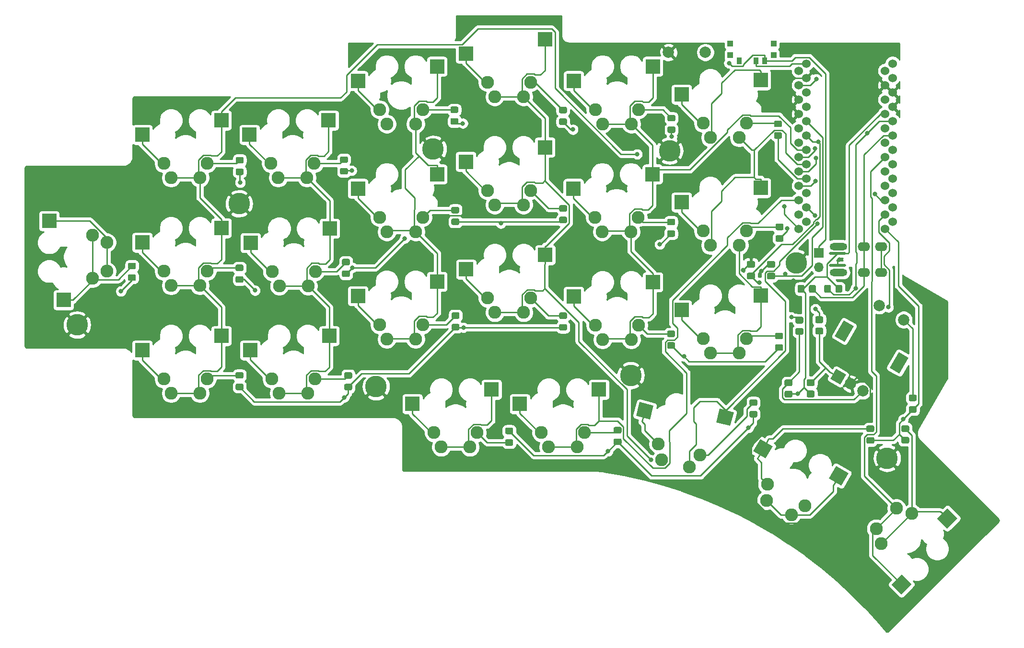
<source format=gbl>
G04 #@! TF.GenerationSoftware,KiCad,Pcbnew,(5.1.10)-1*
G04 #@! TF.CreationDate,2021-10-25T12:29:25+03:00*
G04 #@! TF.ProjectId,main_pcb,6d61696e-5f70-4636-922e-6b696361645f,rev?*
G04 #@! TF.SameCoordinates,Original*
G04 #@! TF.FileFunction,Copper,L2,Bot*
G04 #@! TF.FilePolarity,Positive*
%FSLAX46Y46*%
G04 Gerber Fmt 4.6, Leading zero omitted, Abs format (unit mm)*
G04 Created by KiCad (PCBNEW (5.1.10)-1) date 2021-10-25 12:29:25*
%MOMM*%
%LPD*%
G01*
G04 APERTURE LIST*
G04 #@! TA.AperFunction,ComponentPad*
%ADD10C,1.524000*%
G04 #@! TD*
G04 #@! TA.AperFunction,ComponentPad*
%ADD11C,2.000000*%
G04 #@! TD*
G04 #@! TA.AperFunction,ComponentPad*
%ADD12C,0.100000*%
G04 #@! TD*
G04 #@! TA.AperFunction,SMDPad,CuDef*
%ADD13R,0.900000X1.300000*%
G04 #@! TD*
G04 #@! TA.AperFunction,SMDPad,CuDef*
%ADD14R,1.000000X1.000000*%
G04 #@! TD*
G04 #@! TA.AperFunction,SMDPad,CuDef*
%ADD15C,0.100000*%
G04 #@! TD*
G04 #@! TA.AperFunction,ComponentPad*
%ADD16C,2.286000*%
G04 #@! TD*
G04 #@! TA.AperFunction,SMDPad,CuDef*
%ADD17R,2.550000X2.500000*%
G04 #@! TD*
G04 #@! TA.AperFunction,SMDPad,CuDef*
%ADD18R,2.500000X2.550000*%
G04 #@! TD*
G04 #@! TA.AperFunction,ComponentPad*
%ADD19O,1.700000X1.700000*%
G04 #@! TD*
G04 #@! TA.AperFunction,ComponentPad*
%ADD20R,1.700000X1.700000*%
G04 #@! TD*
G04 #@! TA.AperFunction,SMDPad,CuDef*
%ADD21O,3.000000X0.500000*%
G04 #@! TD*
G04 #@! TA.AperFunction,ComponentPad*
%ADD22O,3.100000X1.300000*%
G04 #@! TD*
G04 #@! TA.AperFunction,ComponentPad*
%ADD23O,2.200000X1.600000*%
G04 #@! TD*
G04 #@! TA.AperFunction,ComponentPad*
%ADD24C,3.800000*%
G04 #@! TD*
G04 #@! TA.AperFunction,ViaPad*
%ADD25C,0.800000*%
G04 #@! TD*
G04 #@! TA.AperFunction,Conductor*
%ADD26C,0.250000*%
G04 #@! TD*
G04 #@! TA.AperFunction,Conductor*
%ADD27C,0.254000*%
G04 #@! TD*
G04 #@! TA.AperFunction,Conductor*
%ADD28C,0.100000*%
G04 #@! TD*
G04 APERTURE END LIST*
D10*
X165664400Y-56642000D03*
X180884400Y-74422000D03*
X180884400Y-54102000D03*
X179578000Y-70612000D03*
X164338000Y-78232000D03*
X180884400Y-59182000D03*
X164338000Y-52832000D03*
X179578000Y-65532000D03*
X165664400Y-66802000D03*
X180884400Y-79502000D03*
X164338000Y-75692000D03*
X164338000Y-68072000D03*
X179578000Y-75692000D03*
X179578000Y-68072000D03*
X180884400Y-76962000D03*
X180884400Y-69342000D03*
X180884400Y-56642000D03*
X179578000Y-73152000D03*
X180884400Y-71882000D03*
X165664400Y-61722000D03*
X164338000Y-55372000D03*
X165664400Y-76962000D03*
X165664400Y-79502000D03*
X164338000Y-60452000D03*
X164338000Y-65532000D03*
X179578000Y-80772000D03*
X179578000Y-57912000D03*
X165664400Y-69342000D03*
X180884400Y-66802000D03*
X165664400Y-71882000D03*
X180884400Y-64262000D03*
X180884400Y-51562000D03*
X164338000Y-73152000D03*
X165664400Y-59182000D03*
X164338000Y-80772000D03*
X179578000Y-55372000D03*
X179578000Y-52832000D03*
X165664400Y-74422000D03*
X164338000Y-70612000D03*
X179578000Y-60452000D03*
X179578000Y-78232000D03*
X165664400Y-54102000D03*
X165664400Y-51562000D03*
X180884400Y-61722000D03*
X165664400Y-64262000D03*
X179578000Y-62992000D03*
X164338000Y-57912000D03*
X164338000Y-62992000D03*
D11*
X147827000Y-49580800D03*
X141327000Y-49580800D03*
G04 #@! TA.AperFunction,ComponentPad*
D12*
G36*
X171656025Y-108277025D02*
G01*
X169923975Y-107277025D01*
X170923975Y-105544975D01*
X172656025Y-106544975D01*
X171656025Y-108277025D01*
G37*
G04 #@! TD.AperFunction*
D11*
X173455064Y-108161000D03*
X175620127Y-109411000D03*
G04 #@! TA.AperFunction,ComponentPad*
D12*
G36*
X172421346Y-100751450D02*
G01*
X170689296Y-99751450D01*
X172289296Y-96980168D01*
X174021346Y-97980168D01*
X172421346Y-100751450D01*
G37*
G04 #@! TD.AperFunction*
G04 #@! TA.AperFunction,ComponentPad*
G36*
X182120831Y-106351450D02*
G01*
X180388781Y-105351450D01*
X181988781Y-102580168D01*
X183720831Y-103580168D01*
X182120831Y-106351450D01*
G37*
G04 #@! TD.AperFunction*
D11*
X178540000Y-94353632D03*
X182870127Y-96853632D03*
D13*
X158308000Y-51047400D03*
X156808000Y-51047400D03*
X153808000Y-51047400D03*
D14*
X159908000Y-50097400D03*
X159908000Y-47997400D03*
X152208000Y-47997400D03*
X152208000Y-50097400D03*
G04 #@! TA.AperFunction,SMDPad,CuDef*
G36*
G01*
X168395001Y-97440800D02*
X167494999Y-97440800D01*
G75*
G02*
X167245000Y-97190801I0J249999D01*
G01*
X167245000Y-96490799D01*
G75*
G02*
X167494999Y-96240800I249999J0D01*
G01*
X168395001Y-96240800D01*
G75*
G02*
X168645000Y-96490799I0J-249999D01*
G01*
X168645000Y-97190801D01*
G75*
G02*
X168395001Y-97440800I-249999J0D01*
G01*
G37*
G04 #@! TD.AperFunction*
G04 #@! TA.AperFunction,SMDPad,CuDef*
G36*
G01*
X168395001Y-99440800D02*
X167494999Y-99440800D01*
G75*
G02*
X167245000Y-99190801I0J249999D01*
G01*
X167245000Y-98490799D01*
G75*
G02*
X167494999Y-98240800I249999J0D01*
G01*
X168395001Y-98240800D01*
G75*
G02*
X168645000Y-98490799I0J-249999D01*
G01*
X168645000Y-99190801D01*
G75*
G02*
X168395001Y-99440800I-249999J0D01*
G01*
G37*
G04 #@! TD.AperFunction*
G04 #@! TA.AperFunction,SMDPad,CuDef*
G36*
G01*
X166871001Y-108566000D02*
X165970999Y-108566000D01*
G75*
G02*
X165721000Y-108316001I0J249999D01*
G01*
X165721000Y-107615999D01*
G75*
G02*
X165970999Y-107366000I249999J0D01*
G01*
X166871001Y-107366000D01*
G75*
G02*
X167121000Y-107615999I0J-249999D01*
G01*
X167121000Y-108316001D01*
G75*
G02*
X166871001Y-108566000I-249999J0D01*
G01*
G37*
G04 #@! TD.AperFunction*
G04 #@! TA.AperFunction,SMDPad,CuDef*
G36*
G01*
X166871001Y-110566000D02*
X165970999Y-110566000D01*
G75*
G02*
X165721000Y-110316001I0J249999D01*
G01*
X165721000Y-109615999D01*
G75*
G02*
X165970999Y-109366000I249999J0D01*
G01*
X166871001Y-109366000D01*
G75*
G02*
X167121000Y-109615999I0J-249999D01*
G01*
X167121000Y-110316001D01*
G75*
G02*
X166871001Y-110566000I-249999J0D01*
G01*
G37*
G04 #@! TD.AperFunction*
G04 #@! TA.AperFunction,SMDPad,CuDef*
G36*
G01*
X170809000Y-91813801D02*
X170809000Y-90913799D01*
G75*
G02*
X171058999Y-90663800I249999J0D01*
G01*
X171759001Y-90663800D01*
G75*
G02*
X172009000Y-90913799I0J-249999D01*
G01*
X172009000Y-91813801D01*
G75*
G02*
X171759001Y-92063800I-249999J0D01*
G01*
X171058999Y-92063800D01*
G75*
G02*
X170809000Y-91813801I0J249999D01*
G01*
G37*
G04 #@! TD.AperFunction*
G04 #@! TA.AperFunction,SMDPad,CuDef*
G36*
G01*
X168809000Y-91813801D02*
X168809000Y-90913799D01*
G75*
G02*
X169058999Y-90663800I249999J0D01*
G01*
X169759001Y-90663800D01*
G75*
G02*
X170009000Y-90913799I0J-249999D01*
G01*
X170009000Y-91813801D01*
G75*
G02*
X169759001Y-92063800I-249999J0D01*
G01*
X169058999Y-92063800D01*
G75*
G02*
X168809000Y-91813801I0J249999D01*
G01*
G37*
G04 #@! TD.AperFunction*
G04 #@! TA.AperFunction,SMDPad,CuDef*
G36*
G01*
X165335000Y-90939199D02*
X165335000Y-91839201D01*
G75*
G02*
X165085001Y-92089200I-249999J0D01*
G01*
X164384999Y-92089200D01*
G75*
G02*
X164135000Y-91839201I0J249999D01*
G01*
X164135000Y-90939199D01*
G75*
G02*
X164384999Y-90689200I249999J0D01*
G01*
X165085001Y-90689200D01*
G75*
G02*
X165335000Y-90939199I0J-249999D01*
G01*
G37*
G04 #@! TD.AperFunction*
G04 #@! TA.AperFunction,SMDPad,CuDef*
G36*
G01*
X167335000Y-90939199D02*
X167335000Y-91839201D01*
G75*
G02*
X167085001Y-92089200I-249999J0D01*
G01*
X166384999Y-92089200D01*
G75*
G02*
X166135000Y-91839201I0J249999D01*
G01*
X166135000Y-90939199D01*
G75*
G02*
X166384999Y-90689200I249999J0D01*
G01*
X167085001Y-90689200D01*
G75*
G02*
X167335000Y-90939199I0J-249999D01*
G01*
G37*
G04 #@! TD.AperFunction*
G04 #@! TA.AperFunction,SMDPad,CuDef*
G36*
G01*
X164890001Y-97517000D02*
X163989999Y-97517000D01*
G75*
G02*
X163740000Y-97267001I0J249999D01*
G01*
X163740000Y-96566999D01*
G75*
G02*
X163989999Y-96317000I249999J0D01*
G01*
X164890001Y-96317000D01*
G75*
G02*
X165140000Y-96566999I0J-249999D01*
G01*
X165140000Y-97267001D01*
G75*
G02*
X164890001Y-97517000I-249999J0D01*
G01*
G37*
G04 #@! TD.AperFunction*
G04 #@! TA.AperFunction,SMDPad,CuDef*
G36*
G01*
X164890001Y-99517000D02*
X163989999Y-99517000D01*
G75*
G02*
X163740000Y-99267001I0J249999D01*
G01*
X163740000Y-98566999D01*
G75*
G02*
X163989999Y-98317000I249999J0D01*
G01*
X164890001Y-98317000D01*
G75*
G02*
X165140000Y-98566999I0J-249999D01*
G01*
X165140000Y-99267001D01*
G75*
G02*
X164890001Y-99517000I-249999J0D01*
G01*
G37*
G04 #@! TD.AperFunction*
G04 #@! TA.AperFunction,SMDPad,CuDef*
G36*
G01*
X162959001Y-108591000D02*
X162058999Y-108591000D01*
G75*
G02*
X161809000Y-108341001I0J249999D01*
G01*
X161809000Y-107640999D01*
G75*
G02*
X162058999Y-107391000I249999J0D01*
G01*
X162959001Y-107391000D01*
G75*
G02*
X163209000Y-107640999I0J-249999D01*
G01*
X163209000Y-108341001D01*
G75*
G02*
X162959001Y-108591000I-249999J0D01*
G01*
G37*
G04 #@! TD.AperFunction*
G04 #@! TA.AperFunction,SMDPad,CuDef*
G36*
G01*
X162959001Y-110591000D02*
X162058999Y-110591000D01*
G75*
G02*
X161809000Y-110341001I0J249999D01*
G01*
X161809000Y-109640999D01*
G75*
G02*
X162058999Y-109391000I249999J0D01*
G01*
X162959001Y-109391000D01*
G75*
G02*
X163209000Y-109640999I0J-249999D01*
G01*
X163209000Y-110341001D01*
G75*
G02*
X162959001Y-110591000I-249999J0D01*
G01*
G37*
G04 #@! TD.AperFunction*
G04 #@! TA.AperFunction,SMDPad,CuDef*
D15*
G36*
X182507652Y-141856786D02*
G01*
X184275419Y-143624553D01*
X182472296Y-145427676D01*
X180704529Y-143659909D01*
X182507652Y-141856786D01*
G37*
G04 #@! TD.AperFunction*
G04 #@! TA.AperFunction,SMDPad,CuDef*
G36*
X190589883Y-130182453D02*
G01*
X192357650Y-131950220D01*
X190554527Y-133753343D01*
X188786760Y-131985576D01*
X190589883Y-130182453D01*
G37*
G04 #@! TD.AperFunction*
D16*
X177999846Y-133763949D03*
X184286026Y-131069872D03*
X178897872Y-136458026D03*
X181591949Y-130171846D03*
G04 #@! TA.AperFunction,SMDPad,CuDef*
D15*
G36*
X169657079Y-124874623D02*
G01*
X170907079Y-122709559D01*
X173115443Y-123984559D01*
X171865443Y-126149623D01*
X169657079Y-124874623D01*
G37*
G04 #@! TD.AperFunction*
G04 #@! TA.AperFunction,SMDPad,CuDef*
G36*
X156288704Y-120089327D02*
G01*
X157538704Y-117924263D01*
X159747068Y-119199263D01*
X158497068Y-121364327D01*
X156288704Y-120089327D01*
G37*
G04 #@! TD.AperFunction*
D16*
X163006705Y-131323409D03*
X158777443Y-125948705D03*
X165376557Y-129758705D03*
X158607295Y-128783409D03*
G04 #@! TA.AperFunction,SMDPad,CuDef*
D15*
G36*
X149733351Y-114962011D02*
G01*
X150380398Y-112547196D01*
X152843509Y-113207185D01*
X152196462Y-115622000D01*
X149733351Y-114962011D01*
G37*
G04 #@! TD.AperFunction*
G04 #@! TA.AperFunction,SMDPad,CuDef*
G36*
X135581967Y-113799760D02*
G01*
X136229014Y-111384945D01*
X138692125Y-112044934D01*
X138045078Y-114459749D01*
X135581967Y-113799760D01*
G37*
G04 #@! TD.AperFunction*
D16*
X144978651Y-122912304D03*
X139502422Y-118815351D03*
X146862777Y-120787552D03*
X140071748Y-121597503D03*
D17*
X129032000Y-109195000D03*
X115062000Y-111735000D03*
D16*
X125222000Y-119355000D03*
X118872000Y-116815000D03*
X126492000Y-116815000D03*
X120142000Y-119355000D03*
D17*
X110058000Y-109195000D03*
X96088000Y-111735000D03*
D16*
X106248000Y-119355000D03*
X99898000Y-116815000D03*
X107518000Y-116815000D03*
X101168000Y-119355000D03*
D17*
X157607000Y-92583000D03*
X143637000Y-95123000D03*
D16*
X153797000Y-102743000D03*
X147447000Y-100203000D03*
X155067000Y-100203000D03*
X148717000Y-102743000D03*
D17*
X138562000Y-90200500D03*
X124592000Y-92740500D03*
D16*
X134752000Y-100360500D03*
X128402000Y-97820500D03*
X136022000Y-97820500D03*
X129672000Y-100360500D03*
D17*
X119537000Y-85399900D03*
X105567000Y-87939900D03*
D16*
X115727000Y-95559900D03*
X109377000Y-93019900D03*
X116997000Y-93019900D03*
X110647000Y-95559900D03*
D17*
X100457000Y-90106500D03*
X86487000Y-92646500D03*
D16*
X96647000Y-100266500D03*
X90297000Y-97726500D03*
X97917000Y-97726500D03*
X91567000Y-100266500D03*
D17*
X81407000Y-99695000D03*
X67437000Y-102235000D03*
D16*
X77597000Y-109855000D03*
X71247000Y-107315000D03*
X78867000Y-107315000D03*
X72517000Y-109855000D03*
D17*
X62357000Y-99695000D03*
X48387000Y-102235000D03*
D16*
X58547000Y-109855000D03*
X52197000Y-107315000D03*
X59817000Y-107315000D03*
X53467000Y-109855000D03*
D17*
X157607000Y-73533000D03*
X143637000Y-76073000D03*
D16*
X153797000Y-83693000D03*
X147447000Y-81153000D03*
X155067000Y-81153000D03*
X148717000Y-83693000D03*
D17*
X138494000Y-71120000D03*
X124524000Y-73660000D03*
D16*
X134684000Y-81280000D03*
X128334000Y-78740000D03*
X135954000Y-78740000D03*
X129604000Y-81280000D03*
D17*
X119507000Y-66357500D03*
X105537000Y-68897500D03*
D16*
X115697000Y-76517500D03*
X109347000Y-73977500D03*
X116967000Y-73977500D03*
X110617000Y-76517500D03*
D17*
X100457000Y-71120000D03*
X86487000Y-73660000D03*
D16*
X96647000Y-81280000D03*
X90297000Y-78740000D03*
X97917000Y-78740000D03*
X91567000Y-81280000D03*
D17*
X81470500Y-80708500D03*
X67500500Y-83248500D03*
D16*
X77660500Y-90868500D03*
X71310500Y-88328500D03*
X78930500Y-88328500D03*
X72580500Y-90868500D03*
D17*
X62357000Y-80645000D03*
X48387000Y-83185000D03*
D16*
X58547000Y-90805000D03*
X52197000Y-88265000D03*
X59817000Y-88265000D03*
X53467000Y-90805000D03*
D18*
X31940500Y-79375000D03*
X34480500Y-93345000D03*
D16*
X42100500Y-83185000D03*
X39560500Y-89535000D03*
X39560500Y-81915000D03*
X42100500Y-88265000D03*
D17*
X157607000Y-54483000D03*
X143637000Y-57023000D03*
D16*
X153797000Y-64643000D03*
X147447000Y-62103000D03*
X155067000Y-62103000D03*
X148717000Y-64643000D03*
D17*
X138557000Y-52070000D03*
X124587000Y-54610000D03*
D16*
X134747000Y-62230000D03*
X128397000Y-59690000D03*
X136017000Y-59690000D03*
X129667000Y-62230000D03*
D17*
X119507000Y-47244000D03*
X105537000Y-49784000D03*
D16*
X115697000Y-57404000D03*
X109347000Y-54864000D03*
X116967000Y-54864000D03*
X110617000Y-57404000D03*
D17*
X100457000Y-52070000D03*
X86487000Y-54610000D03*
D16*
X96647000Y-62230000D03*
X90297000Y-59690000D03*
X97917000Y-59690000D03*
X91567000Y-62230000D03*
D17*
X81280000Y-61595000D03*
X67310000Y-64135000D03*
D16*
X77470000Y-71755000D03*
X71120000Y-69215000D03*
X78740000Y-69215000D03*
X72390000Y-71755000D03*
D17*
X62357000Y-61595000D03*
X48387000Y-64135000D03*
D16*
X58547000Y-71755000D03*
X52197000Y-69215000D03*
X59817000Y-69215000D03*
X53467000Y-71755000D03*
D19*
X167869000Y-87553800D03*
D20*
X167869000Y-85013800D03*
D21*
X171196000Y-85090000D03*
X171196000Y-87249000D03*
D22*
X171323000Y-88487250D03*
D23*
X178840500Y-83883500D03*
X175840500Y-83883500D03*
X175840500Y-88487250D03*
X178840500Y-88487250D03*
D22*
X171323000Y-83883500D03*
D24*
X89662000Y-108661000D03*
X134671000Y-106680000D03*
X179908000Y-121310000D03*
X163932000Y-86817200D03*
X141503000Y-66979800D03*
X99745800Y-66675000D03*
X65481200Y-76301600D03*
X36880800Y-97739200D03*
G04 #@! TA.AperFunction,SMDPad,CuDef*
G36*
G01*
X184905001Y-111234000D02*
X184004999Y-111234000D01*
G75*
G02*
X183755000Y-110984001I0J249999D01*
G01*
X183755000Y-110333999D01*
G75*
G02*
X184004999Y-110084000I249999J0D01*
G01*
X184905001Y-110084000D01*
G75*
G02*
X185155000Y-110333999I0J-249999D01*
G01*
X185155000Y-110984001D01*
G75*
G02*
X184905001Y-111234000I-249999J0D01*
G01*
G37*
G04 #@! TD.AperFunction*
G04 #@! TA.AperFunction,SMDPad,CuDef*
G36*
G01*
X184905001Y-113284000D02*
X184004999Y-113284000D01*
G75*
G02*
X183755000Y-113034001I0J249999D01*
G01*
X183755000Y-112383999D01*
G75*
G02*
X184004999Y-112134000I249999J0D01*
G01*
X184905001Y-112134000D01*
G75*
G02*
X185155000Y-112383999I0J-249999D01*
G01*
X185155000Y-113034001D01*
G75*
G02*
X184905001Y-113284000I-249999J0D01*
G01*
G37*
G04 #@! TD.AperFunction*
G04 #@! TA.AperFunction,SMDPad,CuDef*
G36*
G01*
X183584001Y-116669000D02*
X182683999Y-116669000D01*
G75*
G02*
X182434000Y-116419001I0J249999D01*
G01*
X182434000Y-115768999D01*
G75*
G02*
X182683999Y-115519000I249999J0D01*
G01*
X183584001Y-115519000D01*
G75*
G02*
X183834000Y-115768999I0J-249999D01*
G01*
X183834000Y-116419001D01*
G75*
G02*
X183584001Y-116669000I-249999J0D01*
G01*
G37*
G04 #@! TD.AperFunction*
G04 #@! TA.AperFunction,SMDPad,CuDef*
G36*
G01*
X183584001Y-118719000D02*
X182683999Y-118719000D01*
G75*
G02*
X182434000Y-118469001I0J249999D01*
G01*
X182434000Y-117818999D01*
G75*
G02*
X182683999Y-117569000I249999J0D01*
G01*
X183584001Y-117569000D01*
G75*
G02*
X183834000Y-117818999I0J-249999D01*
G01*
X183834000Y-118469001D01*
G75*
G02*
X183584001Y-118719000I-249999J0D01*
G01*
G37*
G04 #@! TD.AperFunction*
G04 #@! TA.AperFunction,SMDPad,CuDef*
G36*
G01*
X177412001Y-116695000D02*
X176511999Y-116695000D01*
G75*
G02*
X176262000Y-116445001I0J249999D01*
G01*
X176262000Y-115794999D01*
G75*
G02*
X176511999Y-115545000I249999J0D01*
G01*
X177412001Y-115545000D01*
G75*
G02*
X177662000Y-115794999I0J-249999D01*
G01*
X177662000Y-116445001D01*
G75*
G02*
X177412001Y-116695000I-249999J0D01*
G01*
G37*
G04 #@! TD.AperFunction*
G04 #@! TA.AperFunction,SMDPad,CuDef*
G36*
G01*
X177412001Y-118745000D02*
X176511999Y-118745000D01*
G75*
G02*
X176262000Y-118495001I0J249999D01*
G01*
X176262000Y-117844999D01*
G75*
G02*
X176511999Y-117595000I249999J0D01*
G01*
X177412001Y-117595000D01*
G75*
G02*
X177662000Y-117844999I0J-249999D01*
G01*
X177662000Y-118495001D01*
G75*
G02*
X177412001Y-118745000I-249999J0D01*
G01*
G37*
G04 #@! TD.AperFunction*
G04 #@! TA.AperFunction,SMDPad,CuDef*
G36*
G01*
X156762001Y-112072000D02*
X155861999Y-112072000D01*
G75*
G02*
X155612000Y-111822001I0J249999D01*
G01*
X155612000Y-111171999D01*
G75*
G02*
X155861999Y-110922000I249999J0D01*
G01*
X156762001Y-110922000D01*
G75*
G02*
X157012000Y-111171999I0J-249999D01*
G01*
X157012000Y-111822001D01*
G75*
G02*
X156762001Y-112072000I-249999J0D01*
G01*
G37*
G04 #@! TD.AperFunction*
G04 #@! TA.AperFunction,SMDPad,CuDef*
G36*
G01*
X156762001Y-114122000D02*
X155861999Y-114122000D01*
G75*
G02*
X155612000Y-113872001I0J249999D01*
G01*
X155612000Y-113221999D01*
G75*
G02*
X155861999Y-112972000I249999J0D01*
G01*
X156762001Y-112972000D01*
G75*
G02*
X157012000Y-113221999I0J-249999D01*
G01*
X157012000Y-113872001D01*
G75*
G02*
X156762001Y-114122000I-249999J0D01*
G01*
G37*
G04 #@! TD.AperFunction*
G04 #@! TA.AperFunction,SMDPad,CuDef*
G36*
G01*
X132784001Y-116949000D02*
X131883999Y-116949000D01*
G75*
G02*
X131634000Y-116699001I0J249999D01*
G01*
X131634000Y-116048999D01*
G75*
G02*
X131883999Y-115799000I249999J0D01*
G01*
X132784001Y-115799000D01*
G75*
G02*
X133034000Y-116048999I0J-249999D01*
G01*
X133034000Y-116699001D01*
G75*
G02*
X132784001Y-116949000I-249999J0D01*
G01*
G37*
G04 #@! TD.AperFunction*
G04 #@! TA.AperFunction,SMDPad,CuDef*
G36*
G01*
X132784001Y-118999000D02*
X131883999Y-118999000D01*
G75*
G02*
X131634000Y-118749001I0J249999D01*
G01*
X131634000Y-118098999D01*
G75*
G02*
X131883999Y-117849000I249999J0D01*
G01*
X132784001Y-117849000D01*
G75*
G02*
X133034000Y-118098999I0J-249999D01*
G01*
X133034000Y-118749001D01*
G75*
G02*
X132784001Y-118999000I-249999J0D01*
G01*
G37*
G04 #@! TD.AperFunction*
G04 #@! TA.AperFunction,SMDPad,CuDef*
G36*
G01*
X112731999Y-117976000D02*
X113632001Y-117976000D01*
G75*
G02*
X113882000Y-118225999I0J-249999D01*
G01*
X113882000Y-118876001D01*
G75*
G02*
X113632001Y-119126000I-249999J0D01*
G01*
X112731999Y-119126000D01*
G75*
G02*
X112482000Y-118876001I0J249999D01*
G01*
X112482000Y-118225999D01*
G75*
G02*
X112731999Y-117976000I249999J0D01*
G01*
G37*
G04 #@! TD.AperFunction*
G04 #@! TA.AperFunction,SMDPad,CuDef*
G36*
G01*
X112731999Y-115926000D02*
X113632001Y-115926000D01*
G75*
G02*
X113882000Y-116175999I0J-249999D01*
G01*
X113882000Y-116826001D01*
G75*
G02*
X113632001Y-117076000I-249999J0D01*
G01*
X112731999Y-117076000D01*
G75*
G02*
X112482000Y-116826001I0J249999D01*
G01*
X112482000Y-116175999D01*
G75*
G02*
X112731999Y-115926000I249999J0D01*
G01*
G37*
G04 #@! TD.AperFunction*
G04 #@! TA.AperFunction,SMDPad,CuDef*
G36*
G01*
X161308001Y-100286000D02*
X160407999Y-100286000D01*
G75*
G02*
X160158000Y-100036001I0J249999D01*
G01*
X160158000Y-99385999D01*
G75*
G02*
X160407999Y-99136000I249999J0D01*
G01*
X161308001Y-99136000D01*
G75*
G02*
X161558000Y-99385999I0J-249999D01*
G01*
X161558000Y-100036001D01*
G75*
G02*
X161308001Y-100286000I-249999J0D01*
G01*
G37*
G04 #@! TD.AperFunction*
G04 #@! TA.AperFunction,SMDPad,CuDef*
G36*
G01*
X161308001Y-102336000D02*
X160407999Y-102336000D01*
G75*
G02*
X160158000Y-102086001I0J249999D01*
G01*
X160158000Y-101435999D01*
G75*
G02*
X160407999Y-101186000I249999J0D01*
G01*
X161308001Y-101186000D01*
G75*
G02*
X161558000Y-101435999I0J-249999D01*
G01*
X161558000Y-102086001D01*
G75*
G02*
X161308001Y-102336000I-249999J0D01*
G01*
G37*
G04 #@! TD.AperFunction*
G04 #@! TA.AperFunction,SMDPad,CuDef*
G36*
G01*
X142233001Y-99905000D02*
X141332999Y-99905000D01*
G75*
G02*
X141083000Y-99655001I0J249999D01*
G01*
X141083000Y-99004999D01*
G75*
G02*
X141332999Y-98755000I249999J0D01*
G01*
X142233001Y-98755000D01*
G75*
G02*
X142483000Y-99004999I0J-249999D01*
G01*
X142483000Y-99655001D01*
G75*
G02*
X142233001Y-99905000I-249999J0D01*
G01*
G37*
G04 #@! TD.AperFunction*
G04 #@! TA.AperFunction,SMDPad,CuDef*
G36*
G01*
X142233001Y-101955000D02*
X141332999Y-101955000D01*
G75*
G02*
X141083000Y-101705001I0J249999D01*
G01*
X141083000Y-101054999D01*
G75*
G02*
X141332999Y-100805000I249999J0D01*
G01*
X142233001Y-100805000D01*
G75*
G02*
X142483000Y-101054999I0J-249999D01*
G01*
X142483000Y-101705001D01*
G75*
G02*
X142233001Y-101955000I-249999J0D01*
G01*
G37*
G04 #@! TD.AperFunction*
G04 #@! TA.AperFunction,SMDPad,CuDef*
G36*
G01*
X123157001Y-96705000D02*
X122256999Y-96705000D01*
G75*
G02*
X122007000Y-96455001I0J249999D01*
G01*
X122007000Y-95804999D01*
G75*
G02*
X122256999Y-95555000I249999J0D01*
G01*
X123157001Y-95555000D01*
G75*
G02*
X123407000Y-95804999I0J-249999D01*
G01*
X123407000Y-96455001D01*
G75*
G02*
X123157001Y-96705000I-249999J0D01*
G01*
G37*
G04 #@! TD.AperFunction*
G04 #@! TA.AperFunction,SMDPad,CuDef*
G36*
G01*
X123157001Y-98755000D02*
X122256999Y-98755000D01*
G75*
G02*
X122007000Y-98505001I0J249999D01*
G01*
X122007000Y-97854999D01*
G75*
G02*
X122256999Y-97605000I249999J0D01*
G01*
X123157001Y-97605000D01*
G75*
G02*
X123407000Y-97854999I0J-249999D01*
G01*
X123407000Y-98505001D01*
G75*
G02*
X123157001Y-98755000I-249999J0D01*
G01*
G37*
G04 #@! TD.AperFunction*
G04 #@! TA.AperFunction,SMDPad,CuDef*
G36*
G01*
X104158001Y-96679600D02*
X103257999Y-96679600D01*
G75*
G02*
X103008000Y-96429601I0J249999D01*
G01*
X103008000Y-95779599D01*
G75*
G02*
X103257999Y-95529600I249999J0D01*
G01*
X104158001Y-95529600D01*
G75*
G02*
X104408000Y-95779599I0J-249999D01*
G01*
X104408000Y-96429601D01*
G75*
G02*
X104158001Y-96679600I-249999J0D01*
G01*
G37*
G04 #@! TD.AperFunction*
G04 #@! TA.AperFunction,SMDPad,CuDef*
G36*
G01*
X104158001Y-98729600D02*
X103257999Y-98729600D01*
G75*
G02*
X103008000Y-98479601I0J249999D01*
G01*
X103008000Y-97829599D01*
G75*
G02*
X103257999Y-97579600I249999J0D01*
G01*
X104158001Y-97579600D01*
G75*
G02*
X104408000Y-97829599I0J-249999D01*
G01*
X104408000Y-98479601D01*
G75*
G02*
X104158001Y-98729600I-249999J0D01*
G01*
G37*
G04 #@! TD.AperFunction*
G04 #@! TA.AperFunction,SMDPad,CuDef*
G36*
G01*
X85209801Y-107271000D02*
X84309799Y-107271000D01*
G75*
G02*
X84059800Y-107021001I0J249999D01*
G01*
X84059800Y-106370999D01*
G75*
G02*
X84309799Y-106121000I249999J0D01*
G01*
X85209801Y-106121000D01*
G75*
G02*
X85459800Y-106370999I0J-249999D01*
G01*
X85459800Y-107021001D01*
G75*
G02*
X85209801Y-107271000I-249999J0D01*
G01*
G37*
G04 #@! TD.AperFunction*
G04 #@! TA.AperFunction,SMDPad,CuDef*
G36*
G01*
X85209801Y-109321000D02*
X84309799Y-109321000D01*
G75*
G02*
X84059800Y-109071001I0J249999D01*
G01*
X84059800Y-108420999D01*
G75*
G02*
X84309799Y-108171000I249999J0D01*
G01*
X85209801Y-108171000D01*
G75*
G02*
X85459800Y-108420999I0J-249999D01*
G01*
X85459800Y-109071001D01*
G75*
G02*
X85209801Y-109321000I-249999J0D01*
G01*
G37*
G04 #@! TD.AperFunction*
G04 #@! TA.AperFunction,SMDPad,CuDef*
G36*
G01*
X66007401Y-107246000D02*
X65107399Y-107246000D01*
G75*
G02*
X64857400Y-106996001I0J249999D01*
G01*
X64857400Y-106345999D01*
G75*
G02*
X65107399Y-106096000I249999J0D01*
G01*
X66007401Y-106096000D01*
G75*
G02*
X66257400Y-106345999I0J-249999D01*
G01*
X66257400Y-106996001D01*
G75*
G02*
X66007401Y-107246000I-249999J0D01*
G01*
G37*
G04 #@! TD.AperFunction*
G04 #@! TA.AperFunction,SMDPad,CuDef*
G36*
G01*
X66007401Y-109296000D02*
X65107399Y-109296000D01*
G75*
G02*
X64857400Y-109046001I0J249999D01*
G01*
X64857400Y-108395999D01*
G75*
G02*
X65107399Y-108146000I249999J0D01*
G01*
X66007401Y-108146000D01*
G75*
G02*
X66257400Y-108395999I0J-249999D01*
G01*
X66257400Y-109046001D01*
G75*
G02*
X66007401Y-109296000I-249999J0D01*
G01*
G37*
G04 #@! TD.AperFunction*
G04 #@! TA.AperFunction,SMDPad,CuDef*
G36*
G01*
X161384001Y-81007800D02*
X160483999Y-81007800D01*
G75*
G02*
X160234000Y-80757801I0J249999D01*
G01*
X160234000Y-80107799D01*
G75*
G02*
X160483999Y-79857800I249999J0D01*
G01*
X161384001Y-79857800D01*
G75*
G02*
X161634000Y-80107799I0J-249999D01*
G01*
X161634000Y-80757801D01*
G75*
G02*
X161384001Y-81007800I-249999J0D01*
G01*
G37*
G04 #@! TD.AperFunction*
G04 #@! TA.AperFunction,SMDPad,CuDef*
G36*
G01*
X161384001Y-83057800D02*
X160483999Y-83057800D01*
G75*
G02*
X160234000Y-82807801I0J249999D01*
G01*
X160234000Y-82157799D01*
G75*
G02*
X160483999Y-81907800I249999J0D01*
G01*
X161384001Y-81907800D01*
G75*
G02*
X161634000Y-82157799I0J-249999D01*
G01*
X161634000Y-82807801D01*
G75*
G02*
X161384001Y-83057800I-249999J0D01*
G01*
G37*
G04 #@! TD.AperFunction*
G04 #@! TA.AperFunction,SMDPad,CuDef*
G36*
G01*
X142233001Y-80144200D02*
X141332999Y-80144200D01*
G75*
G02*
X141083000Y-79894201I0J249999D01*
G01*
X141083000Y-79244199D01*
G75*
G02*
X141332999Y-78994200I249999J0D01*
G01*
X142233001Y-78994200D01*
G75*
G02*
X142483000Y-79244199I0J-249999D01*
G01*
X142483000Y-79894201D01*
G75*
G02*
X142233001Y-80144200I-249999J0D01*
G01*
G37*
G04 #@! TD.AperFunction*
G04 #@! TA.AperFunction,SMDPad,CuDef*
G36*
G01*
X142233001Y-82194200D02*
X141332999Y-82194200D01*
G75*
G02*
X141083000Y-81944201I0J249999D01*
G01*
X141083000Y-81294199D01*
G75*
G02*
X141332999Y-81044200I249999J0D01*
G01*
X142233001Y-81044200D01*
G75*
G02*
X142483000Y-81294199I0J-249999D01*
G01*
X142483000Y-81944201D01*
G75*
G02*
X142233001Y-82194200I-249999J0D01*
G01*
G37*
G04 #@! TD.AperFunction*
G04 #@! TA.AperFunction,SMDPad,CuDef*
G36*
G01*
X123157001Y-77731200D02*
X122256999Y-77731200D01*
G75*
G02*
X122007000Y-77481201I0J249999D01*
G01*
X122007000Y-76831199D01*
G75*
G02*
X122256999Y-76581200I249999J0D01*
G01*
X123157001Y-76581200D01*
G75*
G02*
X123407000Y-76831199I0J-249999D01*
G01*
X123407000Y-77481201D01*
G75*
G02*
X123157001Y-77731200I-249999J0D01*
G01*
G37*
G04 #@! TD.AperFunction*
G04 #@! TA.AperFunction,SMDPad,CuDef*
G36*
G01*
X123157001Y-79781200D02*
X122256999Y-79781200D01*
G75*
G02*
X122007000Y-79531201I0J249999D01*
G01*
X122007000Y-78881199D01*
G75*
G02*
X122256999Y-78631200I249999J0D01*
G01*
X123157001Y-78631200D01*
G75*
G02*
X123407000Y-78881199I0J-249999D01*
G01*
X123407000Y-79531201D01*
G75*
G02*
X123157001Y-79781200I-249999J0D01*
G01*
G37*
G04 #@! TD.AperFunction*
G04 #@! TA.AperFunction,SMDPad,CuDef*
G36*
G01*
X104107001Y-78045000D02*
X103206999Y-78045000D01*
G75*
G02*
X102957000Y-77795001I0J249999D01*
G01*
X102957000Y-77144999D01*
G75*
G02*
X103206999Y-76895000I249999J0D01*
G01*
X104107001Y-76895000D01*
G75*
G02*
X104357000Y-77144999I0J-249999D01*
G01*
X104357000Y-77795001D01*
G75*
G02*
X104107001Y-78045000I-249999J0D01*
G01*
G37*
G04 #@! TD.AperFunction*
G04 #@! TA.AperFunction,SMDPad,CuDef*
G36*
G01*
X104107001Y-80095000D02*
X103206999Y-80095000D01*
G75*
G02*
X102957000Y-79845001I0J249999D01*
G01*
X102957000Y-79194999D01*
G75*
G02*
X103206999Y-78945000I249999J0D01*
G01*
X104107001Y-78945000D01*
G75*
G02*
X104357000Y-79194999I0J-249999D01*
G01*
X104357000Y-79845001D01*
G75*
G02*
X104107001Y-80095000I-249999J0D01*
G01*
G37*
G04 #@! TD.AperFunction*
G04 #@! TA.AperFunction,SMDPad,CuDef*
G36*
G01*
X84803401Y-87230800D02*
X83903399Y-87230800D01*
G75*
G02*
X83653400Y-86980801I0J249999D01*
G01*
X83653400Y-86330799D01*
G75*
G02*
X83903399Y-86080800I249999J0D01*
G01*
X84803401Y-86080800D01*
G75*
G02*
X85053400Y-86330799I0J-249999D01*
G01*
X85053400Y-86980801D01*
G75*
G02*
X84803401Y-87230800I-249999J0D01*
G01*
G37*
G04 #@! TD.AperFunction*
G04 #@! TA.AperFunction,SMDPad,CuDef*
G36*
G01*
X84803401Y-89280800D02*
X83903399Y-89280800D01*
G75*
G02*
X83653400Y-89030801I0J249999D01*
G01*
X83653400Y-88380799D01*
G75*
G02*
X83903399Y-88130800I249999J0D01*
G01*
X84803401Y-88130800D01*
G75*
G02*
X85053400Y-88380799I0J-249999D01*
G01*
X85053400Y-89030801D01*
G75*
G02*
X84803401Y-89280800I-249999J0D01*
G01*
G37*
G04 #@! TD.AperFunction*
G04 #@! TA.AperFunction,SMDPad,CuDef*
G36*
G01*
X66007401Y-88246800D02*
X65107399Y-88246800D01*
G75*
G02*
X64857400Y-87996801I0J249999D01*
G01*
X64857400Y-87346799D01*
G75*
G02*
X65107399Y-87096800I249999J0D01*
G01*
X66007401Y-87096800D01*
G75*
G02*
X66257400Y-87346799I0J-249999D01*
G01*
X66257400Y-87996801D01*
G75*
G02*
X66007401Y-88246800I-249999J0D01*
G01*
G37*
G04 #@! TD.AperFunction*
G04 #@! TA.AperFunction,SMDPad,CuDef*
G36*
G01*
X66007401Y-90296800D02*
X65107399Y-90296800D01*
G75*
G02*
X64857400Y-90046801I0J249999D01*
G01*
X64857400Y-89396799D01*
G75*
G02*
X65107399Y-89146800I249999J0D01*
G01*
X66007401Y-89146800D01*
G75*
G02*
X66257400Y-89396799I0J-249999D01*
G01*
X66257400Y-90046801D01*
G75*
G02*
X66007401Y-90296800I-249999J0D01*
G01*
G37*
G04 #@! TD.AperFunction*
G04 #@! TA.AperFunction,SMDPad,CuDef*
G36*
G01*
X47008201Y-87916600D02*
X46108199Y-87916600D01*
G75*
G02*
X45858200Y-87666601I0J249999D01*
G01*
X45858200Y-87016599D01*
G75*
G02*
X46108199Y-86766600I249999J0D01*
G01*
X47008201Y-86766600D01*
G75*
G02*
X47258200Y-87016599I0J-249999D01*
G01*
X47258200Y-87666601D01*
G75*
G02*
X47008201Y-87916600I-249999J0D01*
G01*
G37*
G04 #@! TD.AperFunction*
G04 #@! TA.AperFunction,SMDPad,CuDef*
G36*
G01*
X47008201Y-89966600D02*
X46108199Y-89966600D01*
G75*
G02*
X45858200Y-89716601I0J249999D01*
G01*
X45858200Y-89066599D01*
G75*
G02*
X46108199Y-88816600I249999J0D01*
G01*
X47008201Y-88816600D01*
G75*
G02*
X47258200Y-89066599I0J-249999D01*
G01*
X47258200Y-89716601D01*
G75*
G02*
X47008201Y-89966600I-249999J0D01*
G01*
G37*
G04 #@! TD.AperFunction*
G04 #@! TA.AperFunction,SMDPad,CuDef*
G36*
G01*
X161105001Y-62796000D02*
X160204999Y-62796000D01*
G75*
G02*
X159955000Y-62546001I0J249999D01*
G01*
X159955000Y-61895999D01*
G75*
G02*
X160204999Y-61646000I249999J0D01*
G01*
X161105001Y-61646000D01*
G75*
G02*
X161355000Y-61895999I0J-249999D01*
G01*
X161355000Y-62546001D01*
G75*
G02*
X161105001Y-62796000I-249999J0D01*
G01*
G37*
G04 #@! TD.AperFunction*
G04 #@! TA.AperFunction,SMDPad,CuDef*
G36*
G01*
X161105001Y-64846000D02*
X160204999Y-64846000D01*
G75*
G02*
X159955000Y-64596001I0J249999D01*
G01*
X159955000Y-63945999D01*
G75*
G02*
X160204999Y-63696000I249999J0D01*
G01*
X161105001Y-63696000D01*
G75*
G02*
X161355000Y-63945999I0J-249999D01*
G01*
X161355000Y-64596001D01*
G75*
G02*
X161105001Y-64846000I-249999J0D01*
G01*
G37*
G04 #@! TD.AperFunction*
G04 #@! TA.AperFunction,SMDPad,CuDef*
G36*
G01*
X142284001Y-61780000D02*
X141383999Y-61780000D01*
G75*
G02*
X141134000Y-61530001I0J249999D01*
G01*
X141134000Y-60879999D01*
G75*
G02*
X141383999Y-60630000I249999J0D01*
G01*
X142284001Y-60630000D01*
G75*
G02*
X142534000Y-60879999I0J-249999D01*
G01*
X142534000Y-61530001D01*
G75*
G02*
X142284001Y-61780000I-249999J0D01*
G01*
G37*
G04 #@! TD.AperFunction*
G04 #@! TA.AperFunction,SMDPad,CuDef*
G36*
G01*
X142284001Y-63830000D02*
X141383999Y-63830000D01*
G75*
G02*
X141134000Y-63580001I0J249999D01*
G01*
X141134000Y-62929999D01*
G75*
G02*
X141383999Y-62680000I249999J0D01*
G01*
X142284001Y-62680000D01*
G75*
G02*
X142534000Y-62929999I0J-249999D01*
G01*
X142534000Y-63580001D01*
G75*
G02*
X142284001Y-63830000I-249999J0D01*
G01*
G37*
G04 #@! TD.AperFunction*
G04 #@! TA.AperFunction,SMDPad,CuDef*
G36*
G01*
X123132001Y-60357600D02*
X122231999Y-60357600D01*
G75*
G02*
X121982000Y-60107601I0J249999D01*
G01*
X121982000Y-59457599D01*
G75*
G02*
X122231999Y-59207600I249999J0D01*
G01*
X123132001Y-59207600D01*
G75*
G02*
X123382000Y-59457599I0J-249999D01*
G01*
X123382000Y-60107601D01*
G75*
G02*
X123132001Y-60357600I-249999J0D01*
G01*
G37*
G04 #@! TD.AperFunction*
G04 #@! TA.AperFunction,SMDPad,CuDef*
G36*
G01*
X123132001Y-62407600D02*
X122231999Y-62407600D01*
G75*
G02*
X121982000Y-62157601I0J249999D01*
G01*
X121982000Y-61507599D01*
G75*
G02*
X122231999Y-61257600I249999J0D01*
G01*
X123132001Y-61257600D01*
G75*
G02*
X123382000Y-61507599I0J-249999D01*
G01*
X123382000Y-62157601D01*
G75*
G02*
X123132001Y-62407600I-249999J0D01*
G01*
G37*
G04 #@! TD.AperFunction*
G04 #@! TA.AperFunction,SMDPad,CuDef*
G36*
G01*
X103955001Y-60306800D02*
X103054999Y-60306800D01*
G75*
G02*
X102805000Y-60056801I0J249999D01*
G01*
X102805000Y-59406799D01*
G75*
G02*
X103054999Y-59156800I249999J0D01*
G01*
X103955001Y-59156800D01*
G75*
G02*
X104205000Y-59406799I0J-249999D01*
G01*
X104205000Y-60056801D01*
G75*
G02*
X103955001Y-60306800I-249999J0D01*
G01*
G37*
G04 #@! TD.AperFunction*
G04 #@! TA.AperFunction,SMDPad,CuDef*
G36*
G01*
X103955001Y-62356800D02*
X103054999Y-62356800D01*
G75*
G02*
X102805000Y-62106801I0J249999D01*
G01*
X102805000Y-61456799D01*
G75*
G02*
X103054999Y-61206800I249999J0D01*
G01*
X103955001Y-61206800D01*
G75*
G02*
X104205000Y-61456799I0J-249999D01*
G01*
X104205000Y-62106801D01*
G75*
G02*
X103955001Y-62356800I-249999J0D01*
G01*
G37*
G04 #@! TD.AperFunction*
G04 #@! TA.AperFunction,SMDPad,CuDef*
G36*
G01*
X84447801Y-69120600D02*
X83547799Y-69120600D01*
G75*
G02*
X83297800Y-68870601I0J249999D01*
G01*
X83297800Y-68220599D01*
G75*
G02*
X83547799Y-67970600I249999J0D01*
G01*
X84447801Y-67970600D01*
G75*
G02*
X84697800Y-68220599I0J-249999D01*
G01*
X84697800Y-68870601D01*
G75*
G02*
X84447801Y-69120600I-249999J0D01*
G01*
G37*
G04 #@! TD.AperFunction*
G04 #@! TA.AperFunction,SMDPad,CuDef*
G36*
G01*
X84447801Y-71170600D02*
X83547799Y-71170600D01*
G75*
G02*
X83297800Y-70920601I0J249999D01*
G01*
X83297800Y-70270599D01*
G75*
G02*
X83547799Y-70020600I249999J0D01*
G01*
X84447801Y-70020600D01*
G75*
G02*
X84697800Y-70270599I0J-249999D01*
G01*
X84697800Y-70920601D01*
G75*
G02*
X84447801Y-71170600I-249999J0D01*
G01*
G37*
G04 #@! TD.AperFunction*
G04 #@! TA.AperFunction,SMDPad,CuDef*
G36*
G01*
X66032801Y-69222200D02*
X65132799Y-69222200D01*
G75*
G02*
X64882800Y-68972201I0J249999D01*
G01*
X64882800Y-68322199D01*
G75*
G02*
X65132799Y-68072200I249999J0D01*
G01*
X66032801Y-68072200D01*
G75*
G02*
X66282800Y-68322199I0J-249999D01*
G01*
X66282800Y-68972201D01*
G75*
G02*
X66032801Y-69222200I-249999J0D01*
G01*
G37*
G04 #@! TD.AperFunction*
G04 #@! TA.AperFunction,SMDPad,CuDef*
G36*
G01*
X66032801Y-71272200D02*
X65132799Y-71272200D01*
G75*
G02*
X64882800Y-71022201I0J249999D01*
G01*
X64882800Y-70372199D01*
G75*
G02*
X65132799Y-70122200I249999J0D01*
G01*
X66032801Y-70122200D01*
G75*
G02*
X66282800Y-70372199I0J-249999D01*
G01*
X66282800Y-71022201D01*
G75*
G02*
X66032801Y-71272200I-249999J0D01*
G01*
G37*
G04 #@! TD.AperFunction*
G04 #@! TA.AperFunction,SMDPad,CuDef*
G36*
G01*
X159911000Y-87637200D02*
X158961000Y-87637200D01*
G75*
G02*
X158711000Y-87387200I0J250000D01*
G01*
X158711000Y-86712200D01*
G75*
G02*
X158961000Y-86462200I250000J0D01*
G01*
X159911000Y-86462200D01*
G75*
G02*
X160161000Y-86712200I0J-250000D01*
G01*
X160161000Y-87387200D01*
G75*
G02*
X159911000Y-87637200I-250000J0D01*
G01*
G37*
G04 #@! TD.AperFunction*
G04 #@! TA.AperFunction,SMDPad,CuDef*
G36*
G01*
X159911000Y-89712200D02*
X158961000Y-89712200D01*
G75*
G02*
X158711000Y-89462200I0J250000D01*
G01*
X158711000Y-88787200D01*
G75*
G02*
X158961000Y-88537200I250000J0D01*
G01*
X159911000Y-88537200D01*
G75*
G02*
X160161000Y-88787200I0J-250000D01*
G01*
X160161000Y-89462200D01*
G75*
G02*
X159911000Y-89712200I-250000J0D01*
G01*
G37*
G04 #@! TD.AperFunction*
G04 #@! TA.AperFunction,SMDPad,CuDef*
G36*
G01*
X156355000Y-87637200D02*
X155405000Y-87637200D01*
G75*
G02*
X155155000Y-87387200I0J250000D01*
G01*
X155155000Y-86712200D01*
G75*
G02*
X155405000Y-86462200I250000J0D01*
G01*
X156355000Y-86462200D01*
G75*
G02*
X156605000Y-86712200I0J-250000D01*
G01*
X156605000Y-87387200D01*
G75*
G02*
X156355000Y-87637200I-250000J0D01*
G01*
G37*
G04 #@! TD.AperFunction*
G04 #@! TA.AperFunction,SMDPad,CuDef*
G36*
G01*
X156355000Y-89712200D02*
X155405000Y-89712200D01*
G75*
G02*
X155155000Y-89462200I0J250000D01*
G01*
X155155000Y-88787200D01*
G75*
G02*
X155405000Y-88537200I250000J0D01*
G01*
X156355000Y-88537200D01*
G75*
G02*
X156605000Y-88787200I0J-250000D01*
G01*
X156605000Y-89462200D01*
G75*
G02*
X156355000Y-89712200I-250000J0D01*
G01*
G37*
G04 #@! TD.AperFunction*
D25*
X156718000Y-84023200D03*
X103505000Y-100939600D03*
X153619200Y-121386600D03*
X161544000Y-105105200D03*
X171170600Y-94919800D03*
X124841000Y-104851200D03*
X68986400Y-95529400D03*
X53035200Y-94843600D03*
X88417400Y-85826600D03*
X103225600Y-85750400D03*
X128168400Y-86360000D03*
X143738600Y-88595200D03*
X151028400Y-68097400D03*
X171551600Y-86182200D03*
X105816400Y-78435200D03*
X100685600Y-79121000D03*
X145719800Y-67767200D03*
X174828200Y-112877600D03*
X162092203Y-53731597D03*
X145542000Y-64998600D03*
X154522000Y-88070190D03*
X157720034Y-88258910D03*
X175183800Y-126009400D03*
X125958600Y-80391000D03*
X123545600Y-68859400D03*
X187553600Y-104673400D03*
X179501800Y-109651800D03*
X163372800Y-89941400D03*
X163093400Y-93065600D03*
X171526200Y-59156600D03*
X171551600Y-61798200D03*
X172466000Y-49479200D03*
X46990000Y-95656400D03*
X149250400Y-108000800D03*
X149098000Y-88595200D03*
X84531200Y-98069400D03*
X158597600Y-68478400D03*
X160578800Y-72542400D03*
X52476400Y-58242200D03*
X86106000Y-48895000D03*
X172923200Y-91490800D03*
X167796500Y-65361700D03*
X157382600Y-90282300D03*
X163017000Y-96371700D03*
X167269200Y-94935100D03*
X161964700Y-88782200D03*
X124457100Y-63205700D03*
X141913900Y-64455400D03*
X105001400Y-62125900D03*
X65679000Y-72580600D03*
X85380500Y-70481300D03*
X111717100Y-79810700D03*
X139781500Y-83523900D03*
X44619800Y-91799000D03*
X85515300Y-87625100D03*
X94745800Y-82460400D03*
X177763300Y-74639100D03*
X68301200Y-91656200D03*
X162272300Y-80722700D03*
X180163900Y-94623200D03*
X84088800Y-110555400D03*
X144056300Y-103320300D03*
X105102900Y-98216800D03*
X167198000Y-78387100D03*
X155452900Y-115944500D03*
X130611200Y-120079300D03*
X182761300Y-114445500D03*
X164105100Y-109934000D03*
X152012400Y-51485400D03*
X174349100Y-91300200D03*
X176409700Y-63882100D03*
X135763800Y-67565100D03*
X167287000Y-72312500D03*
X167629000Y-79882200D03*
X161767800Y-76826700D03*
X138219600Y-121601200D03*
X167320600Y-68221100D03*
X167413600Y-54281600D03*
X167176900Y-66586900D03*
D26*
X171196000Y-86537800D02*
X171551600Y-86182200D01*
X171196000Y-87249000D02*
X171196000Y-86537800D01*
X101371400Y-78435200D02*
X100685600Y-79121000D01*
X105816400Y-78435200D02*
X101371400Y-78435200D01*
X176945128Y-110760672D02*
X174828200Y-112877600D01*
X176945128Y-108774999D02*
X176945128Y-110760672D01*
X175331130Y-107161001D02*
X176945128Y-108774999D01*
X174455063Y-107161001D02*
X175331130Y-107161001D01*
X173455064Y-108161000D02*
X174455063Y-107161001D01*
X162462606Y-54102000D02*
X162092203Y-53731597D01*
X165664400Y-54102000D02*
X162462606Y-54102000D01*
X145542000Y-67589400D02*
X145719800Y-67767200D01*
X145542000Y-64998600D02*
X145542000Y-67589400D01*
X155542490Y-87049700D02*
X154522000Y-88070190D01*
X155880000Y-87049700D02*
X155542490Y-87049700D01*
X158929244Y-87049700D02*
X157720034Y-88258910D01*
X159436000Y-87049700D02*
X158929244Y-87049700D01*
X168401790Y-132791410D02*
X175183800Y-126009400D01*
X160442654Y-132791410D02*
X168401790Y-132791410D01*
X155963694Y-119039639D02*
X155963694Y-128312450D01*
X155963694Y-128312450D02*
X160442654Y-132791410D01*
X162125733Y-112877600D02*
X155963694Y-119039639D01*
X174828200Y-112877600D02*
X162125733Y-112877600D01*
X167796500Y-65361700D02*
X166764100Y-65361700D01*
X166764100Y-65361700D02*
X165664400Y-64262000D01*
X155880000Y-89124700D02*
X155880000Y-88929700D01*
X155880000Y-88929700D02*
X161295400Y-83514300D01*
X161295400Y-83514300D02*
X163236500Y-83514300D01*
X163236500Y-83514300D02*
X166903700Y-79847100D01*
X166903700Y-79847100D02*
X166903700Y-79581800D01*
X166903700Y-79581800D02*
X167373100Y-79112400D01*
X167373100Y-79112400D02*
X167498500Y-79112400D01*
X167498500Y-79112400D02*
X168052400Y-78558500D01*
X168052400Y-78558500D02*
X168052400Y-65617600D01*
X168052400Y-65617600D02*
X167796500Y-65361700D01*
X157382600Y-90282300D02*
X157037600Y-90282300D01*
X157037600Y-90282300D02*
X155880000Y-89124700D01*
X163017000Y-96371700D02*
X163894700Y-96371700D01*
X163894700Y-96371700D02*
X164440000Y-96917000D01*
X161964700Y-89051400D02*
X164849600Y-89051400D01*
X164849600Y-89051400D02*
X166693600Y-87207400D01*
X166693600Y-87207400D02*
X166693600Y-82312300D01*
X166693600Y-82312300D02*
X168547800Y-80458100D01*
X168547800Y-80458100D02*
X168547800Y-64605400D01*
X168547800Y-64605400D02*
X165664400Y-61722000D01*
X167269200Y-94935100D02*
X167945000Y-95610900D01*
X167945000Y-95610900D02*
X167945000Y-96840800D01*
X161964700Y-89051400D02*
X161964700Y-88782200D01*
X159436000Y-89124700D02*
X161891400Y-89124700D01*
X161891400Y-89124700D02*
X161964700Y-89051400D01*
X59817000Y-69215000D02*
X65015000Y-69215000D01*
X65015000Y-69215000D02*
X65582800Y-68647200D01*
X52197000Y-69215000D02*
X51794500Y-69215000D01*
X51794500Y-69215000D02*
X48387000Y-65807500D01*
X48387000Y-65807500D02*
X48387000Y-64135000D01*
X124457100Y-63205700D02*
X124055100Y-63205700D01*
X124055100Y-63205700D02*
X122682000Y-61832600D01*
X141913900Y-64455400D02*
X141834000Y-64375500D01*
X141834000Y-64375500D02*
X141834000Y-63255000D01*
X105001400Y-62125900D02*
X103849100Y-62125900D01*
X103849100Y-62125900D02*
X103505000Y-61781800D01*
X65679000Y-72580600D02*
X65582800Y-72484400D01*
X65582800Y-72484400D02*
X65582800Y-70697200D01*
X165664400Y-71882000D02*
X164036300Y-71882000D01*
X164036300Y-71882000D02*
X160655000Y-68500700D01*
X160655000Y-68500700D02*
X160655000Y-64271000D01*
X85380500Y-70481300D02*
X84112100Y-70481300D01*
X84112100Y-70481300D02*
X83997800Y-70595600D01*
X78740000Y-69215000D02*
X83328400Y-69215000D01*
X83328400Y-69215000D02*
X83997800Y-68545600D01*
X71120000Y-69215000D02*
X70717500Y-69215000D01*
X70717500Y-69215000D02*
X67310000Y-65807500D01*
X67310000Y-65807500D02*
X67310000Y-64135000D01*
X97917000Y-59690000D02*
X97958800Y-59731800D01*
X97958800Y-59731800D02*
X103505000Y-59731800D01*
X90297000Y-59690000D02*
X89894500Y-59690000D01*
X89894500Y-59690000D02*
X86487000Y-56282500D01*
X86487000Y-56282500D02*
X86487000Y-54610000D01*
X109347000Y-54864000D02*
X108944500Y-54864000D01*
X108944500Y-54864000D02*
X105537000Y-51456500D01*
X105537000Y-51456500D02*
X105537000Y-49784000D01*
X122682000Y-59782600D02*
X117763400Y-54864000D01*
X117763400Y-54864000D02*
X116967000Y-54864000D01*
X128397000Y-59690000D02*
X127959900Y-59690000D01*
X127959900Y-59690000D02*
X124587000Y-56317100D01*
X124587000Y-56317100D02*
X124587000Y-54610000D01*
X141834000Y-61205000D02*
X140319000Y-59690000D01*
X140319000Y-59690000D02*
X136017000Y-59690000D01*
X155067000Y-62103000D02*
X160537000Y-62103000D01*
X160537000Y-62103000D02*
X160655000Y-62221000D01*
X147447000Y-62103000D02*
X146978300Y-62103000D01*
X146978300Y-62103000D02*
X143637000Y-58761700D01*
X143637000Y-58761700D02*
X143637000Y-57023000D01*
X39762600Y-89737100D02*
X39560500Y-89535000D01*
X46558200Y-87341600D02*
X44162700Y-89737100D01*
X44162700Y-89737100D02*
X39762600Y-89737100D01*
X39762600Y-89737100D02*
X36154700Y-93345000D01*
X36154700Y-93345000D02*
X34480500Y-93345000D01*
X39560500Y-81915000D02*
X39560500Y-89535000D01*
X111717100Y-79520000D02*
X122393200Y-79520000D01*
X122393200Y-79520000D02*
X122707000Y-79206200D01*
X103657000Y-79520000D02*
X111717100Y-79520000D01*
X111717100Y-79810700D02*
X111717100Y-79520000D01*
X139781500Y-83523900D02*
X139878300Y-83523900D01*
X139878300Y-83523900D02*
X141783000Y-81619200D01*
X44619800Y-91799000D02*
X46558200Y-89860600D01*
X46558200Y-89860600D02*
X46558200Y-89391600D01*
X94745800Y-82460400D02*
X89581100Y-87625100D01*
X89581100Y-87625100D02*
X85515300Y-87625100D01*
X85515300Y-87625100D02*
X84434600Y-88705800D01*
X84434600Y-88705800D02*
X84353400Y-88705800D01*
X179578000Y-75692000D02*
X178816200Y-75692000D01*
X178816200Y-75692000D02*
X177763300Y-74639100D01*
X65557400Y-89721800D02*
X66366800Y-89721800D01*
X66366800Y-89721800D02*
X68301200Y-91656200D01*
X162272300Y-80722700D02*
X162272300Y-81144500D01*
X162272300Y-81144500D02*
X160934000Y-82482800D01*
X52197000Y-88265000D02*
X51741000Y-88265000D01*
X51741000Y-88265000D02*
X48387000Y-84911000D01*
X48387000Y-84911000D02*
X48387000Y-83185000D01*
X65557400Y-87671800D02*
X60410200Y-87671800D01*
X60410200Y-87671800D02*
X59817000Y-88265000D01*
X71310500Y-88328500D02*
X70908000Y-88328500D01*
X70908000Y-88328500D02*
X67500500Y-84921000D01*
X67500500Y-84921000D02*
X67500500Y-83248500D01*
X84353400Y-86655800D02*
X82680700Y-88328500D01*
X82680700Y-88328500D02*
X78930500Y-88328500D01*
X90297000Y-78740000D02*
X89894500Y-78740000D01*
X89894500Y-78740000D02*
X86487000Y-75332500D01*
X86487000Y-75332500D02*
X86487000Y-73660000D01*
X103657000Y-77470000D02*
X99187000Y-77470000D01*
X99187000Y-77470000D02*
X97917000Y-78740000D01*
X109347000Y-73977500D02*
X108932100Y-73977500D01*
X108932100Y-73977500D02*
X105537000Y-70582400D01*
X105537000Y-70582400D02*
X105537000Y-68897500D01*
X122707000Y-77156200D02*
X120145700Y-77156200D01*
X120145700Y-77156200D02*
X116967000Y-73977500D01*
X128334000Y-78740000D02*
X127901800Y-78740000D01*
X127901800Y-78740000D02*
X124524000Y-75362200D01*
X124524000Y-75362200D02*
X124524000Y-73660000D01*
X141783000Y-79569200D02*
X136783200Y-79569200D01*
X136783200Y-79569200D02*
X135954000Y-78740000D01*
X147447000Y-81153000D02*
X146943900Y-81153000D01*
X146943900Y-81153000D02*
X143637000Y-77846100D01*
X143637000Y-77846100D02*
X143637000Y-76073000D01*
X160934000Y-80432800D02*
X155787200Y-80432800D01*
X155787200Y-80432800D02*
X155067000Y-81153000D01*
X52197000Y-107315000D02*
X51705800Y-107315000D01*
X51705800Y-107315000D02*
X48387000Y-103996200D01*
X48387000Y-103996200D02*
X48387000Y-102235000D01*
X65557400Y-106671000D02*
X60461000Y-106671000D01*
X60461000Y-106671000D02*
X59817000Y-107315000D01*
X180163900Y-94623200D02*
X180329100Y-94458000D01*
X180329100Y-94458000D02*
X180329100Y-88035100D01*
X180329100Y-88035100D02*
X179345000Y-87051000D01*
X179345000Y-87051000D02*
X179345000Y-85596400D01*
X179345000Y-85596400D02*
X180297800Y-84643600D01*
X180297800Y-84643600D02*
X180297800Y-83210000D01*
X180297800Y-83210000D02*
X178488500Y-81400700D01*
X178488500Y-81400700D02*
X178488500Y-79321500D01*
X178488500Y-79321500D02*
X179578000Y-78232000D01*
X84088800Y-110555400D02*
X83310600Y-111333600D01*
X83310600Y-111333600D02*
X68170000Y-111333600D01*
X68170000Y-111333600D02*
X65557400Y-108721000D01*
X84759800Y-108746000D02*
X84759800Y-109884400D01*
X84759800Y-109884400D02*
X84088800Y-110555400D01*
X165664400Y-76962000D02*
X165772900Y-76962000D01*
X165772900Y-76962000D02*
X167198000Y-78387100D01*
X160858000Y-101761000D02*
X158396200Y-104222800D01*
X158396200Y-104222800D02*
X144958800Y-104222800D01*
X144958800Y-104222800D02*
X144056300Y-103320300D01*
X144056300Y-103320300D02*
X143723300Y-103320300D01*
X143723300Y-103320300D02*
X141783000Y-101380000D01*
X105102900Y-98216800D02*
X103770200Y-98216800D01*
X103770200Y-98216800D02*
X103708000Y-98154600D01*
X122707000Y-98180000D02*
X122670200Y-98216800D01*
X122670200Y-98216800D02*
X105102900Y-98216800D01*
X84759800Y-108746000D02*
X87122300Y-106383500D01*
X87122300Y-106383500D02*
X95479100Y-106383500D01*
X95479100Y-106383500D02*
X103708000Y-98154600D01*
X78867000Y-107315000D02*
X84140800Y-107315000D01*
X84140800Y-107315000D02*
X84759800Y-106696000D01*
X71247000Y-107315000D02*
X70844500Y-107315000D01*
X70844500Y-107315000D02*
X67437000Y-103907500D01*
X67437000Y-103907500D02*
X67437000Y-102235000D01*
X90297000Y-97726500D02*
X89894500Y-97726500D01*
X89894500Y-97726500D02*
X86487000Y-94319000D01*
X86487000Y-94319000D02*
X86487000Y-92646500D01*
X103708000Y-96104600D02*
X102086100Y-97726500D01*
X102086100Y-97726500D02*
X97917000Y-97726500D01*
X109377000Y-93019900D02*
X108974500Y-93019900D01*
X108974500Y-93019900D02*
X105567000Y-89612400D01*
X105567000Y-89612400D02*
X105567000Y-87939900D01*
X122707000Y-96130000D02*
X120107100Y-96130000D01*
X120107100Y-96130000D02*
X116997000Y-93019900D01*
X136022000Y-97820500D02*
X137531500Y-99330000D01*
X137531500Y-99330000D02*
X141783000Y-99330000D01*
X128402000Y-97820500D02*
X127979400Y-97820500D01*
X127979400Y-97820500D02*
X124592000Y-94433100D01*
X124592000Y-94433100D02*
X124592000Y-92740500D01*
X147447000Y-100203000D02*
X146965800Y-100203000D01*
X146965800Y-100203000D02*
X143637000Y-96874200D01*
X143637000Y-96874200D02*
X143637000Y-95123000D01*
X160858000Y-99711000D02*
X155559000Y-99711000D01*
X155559000Y-99711000D02*
X155067000Y-100203000D01*
X99898000Y-116815000D02*
X99433100Y-116815000D01*
X99433100Y-116815000D02*
X96088000Y-113469900D01*
X96088000Y-113469900D02*
X96088000Y-111735000D01*
X113182000Y-118551000D02*
X109254000Y-118551000D01*
X109254000Y-118551000D02*
X107518000Y-116815000D01*
X155452900Y-115944500D02*
X146975200Y-124422200D01*
X146975200Y-124422200D02*
X138332200Y-124422200D01*
X138332200Y-124422200D02*
X132334000Y-118424000D01*
X156312000Y-113547000D02*
X156312000Y-115085400D01*
X156312000Y-115085400D02*
X155452900Y-115944500D01*
X182082400Y-117092400D02*
X183134000Y-118144000D01*
X182761300Y-114445500D02*
X182082400Y-115124400D01*
X182082400Y-115124400D02*
X182082400Y-117092400D01*
X176962000Y-118170000D02*
X181004800Y-118170000D01*
X181004800Y-118170000D02*
X182082400Y-117092400D01*
X182761300Y-114445500D02*
X182761300Y-114402700D01*
X182761300Y-114402700D02*
X184455000Y-112709000D01*
X184455000Y-112709000D02*
X185496100Y-111667900D01*
X185496100Y-111667900D02*
X185496100Y-94438600D01*
X185496100Y-94438600D02*
X181898300Y-90840800D01*
X181898300Y-90840800D02*
X181898300Y-83092300D01*
X181898300Y-83092300D02*
X179578000Y-80772000D01*
X130611200Y-120079300D02*
X130678700Y-120079300D01*
X130678700Y-120079300D02*
X132334000Y-118424000D01*
X113182000Y-116501000D02*
X117516200Y-120835200D01*
X117516200Y-120835200D02*
X129855300Y-120835200D01*
X129855300Y-120835200D02*
X130611200Y-120079300D01*
X126492000Y-116815000D02*
X131893000Y-116815000D01*
X131893000Y-116815000D02*
X132334000Y-116374000D01*
X118872000Y-116815000D02*
X118469500Y-116815000D01*
X118469500Y-116815000D02*
X115062000Y-113407500D01*
X115062000Y-113407500D02*
X115062000Y-111735000D01*
X146862800Y-120787600D02*
X148287100Y-120787600D01*
X148287100Y-120787600D02*
X155163400Y-113911300D01*
X155163400Y-113911300D02*
X155163400Y-112645600D01*
X155163400Y-112645600D02*
X156312000Y-111497000D01*
X137137000Y-112922300D02*
X136618300Y-114858200D01*
X139502400Y-118815400D02*
X137137000Y-116450000D01*
X137137000Y-116450000D02*
X137137000Y-115376800D01*
X137137000Y-115376800D02*
X136618400Y-114858200D01*
X136618400Y-114858200D02*
X136618300Y-114858200D01*
X158017900Y-119644300D02*
X159020000Y-117908700D01*
X176962000Y-116120000D02*
X161542200Y-116120000D01*
X161542200Y-116120000D02*
X159753500Y-117908700D01*
X159753500Y-117908700D02*
X159020000Y-117908700D01*
X158017900Y-119644300D02*
X157015800Y-121379900D01*
X157015800Y-121379900D02*
X157737000Y-122101100D01*
X157737000Y-122101100D02*
X157737000Y-124908300D01*
X157737000Y-124908300D02*
X158777400Y-125948700D01*
X184286000Y-131069900D02*
X178897900Y-136458000D01*
X184286000Y-130775500D02*
X184286000Y-131069900D01*
X183134000Y-116094000D02*
X184286000Y-117246000D01*
X184286000Y-117246000D02*
X184286000Y-130775500D01*
X184286000Y-130775500D02*
X189289300Y-130775500D01*
X189289300Y-130775500D02*
X189367900Y-130854100D01*
X189367900Y-130854100D02*
X189458300Y-130854100D01*
X189458300Y-130854100D02*
X189458400Y-130854000D01*
X190572200Y-131967900D02*
X189458400Y-130854000D01*
X184455000Y-110659000D02*
X184455000Y-98438500D01*
X184455000Y-98438500D02*
X182870100Y-96853600D01*
X171196000Y-85090000D02*
X173021300Y-85090000D01*
X179578000Y-60452000D02*
X178790600Y-60452000D01*
X178790600Y-60452000D02*
X173244300Y-65998300D01*
X173244300Y-65998300D02*
X173244300Y-84867000D01*
X173244300Y-84867000D02*
X173021300Y-85090000D01*
X169342700Y-89297500D02*
X171409000Y-91363800D01*
X171196000Y-85090000D02*
X169342700Y-86943300D01*
X169342700Y-86943300D02*
X169342700Y-89297500D01*
X164911200Y-91565400D02*
X167179100Y-89297500D01*
X167179100Y-89297500D02*
X169342700Y-89297500D01*
X164911200Y-91565400D02*
X165466300Y-92120500D01*
X165466300Y-92120500D02*
X165466300Y-107141200D01*
X165466300Y-107141200D02*
X165247000Y-107360500D01*
X165247000Y-107360500D02*
X165247000Y-108792000D01*
X165247000Y-108792000D02*
X165247100Y-108792000D01*
X164735000Y-91389200D02*
X164911200Y-91565400D01*
X165247100Y-108792000D02*
X166421000Y-109966000D01*
X165247100Y-108792000D02*
X164105100Y-109934000D01*
X164105100Y-109934000D02*
X162566000Y-109934000D01*
X162566000Y-109934000D02*
X162509000Y-109991000D01*
X178840500Y-88487300D02*
X178840500Y-83883500D01*
X175840500Y-83883500D02*
X175840500Y-67704400D01*
X175840500Y-67704400D02*
X179282900Y-64262000D01*
X179282900Y-64262000D02*
X180884400Y-64262000D01*
X175840500Y-88487300D02*
X175840500Y-83883500D01*
X175840500Y-89049900D02*
X175840500Y-88487300D01*
X175840500Y-89049900D02*
X175840500Y-89612600D01*
X175840500Y-89612600D02*
X175840500Y-90837000D01*
X175840500Y-90837000D02*
X173778500Y-92899000D01*
X173778500Y-92899000D02*
X168244800Y-92899000D01*
X168244800Y-92899000D02*
X166735000Y-91389200D01*
X158308000Y-51047400D02*
X158308000Y-50072100D01*
X158308000Y-50072100D02*
X156170600Y-50072100D01*
X156170600Y-50072100D02*
X154583300Y-51659400D01*
X154583300Y-51659400D02*
X154583300Y-51832200D01*
X154583300Y-51832200D02*
X154392700Y-52022800D01*
X154392700Y-52022800D02*
X152549800Y-52022800D01*
X152549800Y-52022800D02*
X152012400Y-51485400D01*
X158695700Y-51047400D02*
X158308000Y-51047400D01*
X158695700Y-51047400D02*
X159083300Y-51047400D01*
X167869000Y-83838500D02*
X169063500Y-82644000D01*
X169063500Y-82644000D02*
X169063500Y-53349000D01*
X169063500Y-53349000D02*
X166181000Y-50466500D01*
X166181000Y-50466500D02*
X163706900Y-50466500D01*
X163706900Y-50466500D02*
X163126000Y-51047400D01*
X163126000Y-51047400D02*
X159083300Y-51047400D01*
X167869000Y-85013800D02*
X167869000Y-83838500D01*
X174349100Y-91300200D02*
X174349100Y-86999700D01*
X174349100Y-86999700D02*
X174529300Y-86819500D01*
X174529300Y-86819500D02*
X174529300Y-85064300D01*
X174529300Y-85064300D02*
X174360100Y-84895100D01*
X174360100Y-84895100D02*
X174360100Y-65931700D01*
X174360100Y-65931700D02*
X176409700Y-63882100D01*
X169409000Y-91363800D02*
X170464600Y-92419400D01*
X170464600Y-92419400D02*
X173229900Y-92419400D01*
X173229900Y-92419400D02*
X174349100Y-91300200D01*
X176409700Y-63882100D02*
X178569800Y-61722000D01*
X178569800Y-61722000D02*
X180884400Y-61722000D01*
X62357000Y-61595000D02*
X62357000Y-60019700D01*
X62357000Y-60019700D02*
X64800300Y-57576400D01*
X64800300Y-57576400D02*
X83406200Y-57576400D01*
X83406200Y-57576400D02*
X84444200Y-56538400D01*
X84444200Y-56538400D02*
X84444200Y-53631500D01*
X84444200Y-53631500D02*
X89897300Y-48178400D01*
X89897300Y-48178400D02*
X104890900Y-48178400D01*
X104890900Y-48178400D02*
X107656000Y-45413300D01*
X107656000Y-45413300D02*
X120695700Y-45413300D01*
X120695700Y-45413300D02*
X121302200Y-46019800D01*
X121302200Y-46019800D02*
X121302200Y-55941700D01*
X121302200Y-55941700D02*
X132925600Y-67565100D01*
X132925600Y-67565100D02*
X135763800Y-67565100D01*
X58314600Y-71522600D02*
X58314600Y-68584700D01*
X58314600Y-68584700D02*
X59186800Y-67712500D01*
X59186800Y-67712500D02*
X60391200Y-67712500D01*
X60391200Y-67712500D02*
X60558600Y-67879900D01*
X60558600Y-67879900D02*
X61627800Y-67879900D01*
X61627800Y-67879900D02*
X62357000Y-67150700D01*
X62357000Y-67150700D02*
X62357000Y-61595000D01*
X105995100Y-119102100D02*
X105995100Y-116216000D01*
X105995100Y-116216000D02*
X106898600Y-115312500D01*
X106898600Y-115312500D02*
X108092200Y-115312500D01*
X108092200Y-115312500D02*
X108235600Y-115455900D01*
X108235600Y-115455900D02*
X109288900Y-115455900D01*
X109288900Y-115455900D02*
X110058000Y-114686800D01*
X110058000Y-114686800D02*
X110058000Y-109195000D01*
X106248000Y-119355000D02*
X105995100Y-119102100D01*
X101168000Y-119355000D02*
X105742200Y-119355000D01*
X105742200Y-119355000D02*
X105995100Y-119102100D01*
X58547000Y-71755000D02*
X58314600Y-71522600D01*
X53467000Y-71755000D02*
X58082200Y-71755000D01*
X58082200Y-71755000D02*
X58314600Y-71522600D01*
X58294100Y-90552100D02*
X58294100Y-87655200D01*
X58294100Y-87655200D02*
X59186800Y-86762500D01*
X59186800Y-86762500D02*
X60391200Y-86762500D01*
X60391200Y-86762500D02*
X60558600Y-86929900D01*
X60558600Y-86929900D02*
X61615000Y-86929900D01*
X61615000Y-86929900D02*
X62357000Y-86187900D01*
X62357000Y-86187900D02*
X62357000Y-80645000D01*
X58547000Y-90805000D02*
X58294100Y-90552100D01*
X53467000Y-90805000D02*
X58041200Y-90805000D01*
X58041200Y-90805000D02*
X58294100Y-90552100D01*
X58348500Y-109656500D02*
X58348500Y-106650800D01*
X58348500Y-106650800D02*
X59186800Y-105812500D01*
X59186800Y-105812500D02*
X60391200Y-105812500D01*
X60391200Y-105812500D02*
X60544200Y-105965500D01*
X60544200Y-105965500D02*
X61596900Y-105965500D01*
X61596900Y-105965500D02*
X62357000Y-105205400D01*
X62357000Y-105205400D02*
X62357000Y-99695000D01*
X58547000Y-109855000D02*
X58348500Y-109656500D01*
X53467000Y-109855000D02*
X58150000Y-109855000D01*
X58150000Y-109855000D02*
X58348500Y-109656500D01*
X58547000Y-71755000D02*
X58547000Y-75259700D01*
X58547000Y-75259700D02*
X62357000Y-79069700D01*
X167287000Y-72312500D02*
X166447500Y-73152000D01*
X166447500Y-73152000D02*
X164338000Y-73152000D01*
X62357000Y-99695000D02*
X62357000Y-94615000D01*
X62357000Y-94615000D02*
X58547000Y-90805000D01*
X62357000Y-80645000D02*
X62357000Y-79069700D01*
X129032000Y-114710500D02*
X129032000Y-109195000D01*
X125012500Y-119355000D02*
X125012500Y-116186700D01*
X125012500Y-116186700D02*
X125886700Y-115312500D01*
X125886700Y-115312500D02*
X127066300Y-115312500D01*
X127066300Y-115312500D02*
X127219100Y-115465300D01*
X127219100Y-115465300D02*
X128277200Y-115465300D01*
X128277200Y-115465300D02*
X129032000Y-114710500D01*
X129032000Y-114710500D02*
X132330900Y-114710500D01*
X132330900Y-114710500D02*
X133360400Y-115740000D01*
X133360400Y-115740000D02*
X133360400Y-117835400D01*
X133360400Y-117835400D02*
X138591100Y-123066100D01*
X138591100Y-123066100D02*
X140693400Y-123066100D01*
X140693400Y-123066100D02*
X141554800Y-122204700D01*
X141554800Y-122204700D02*
X141554800Y-118490600D01*
X141554800Y-118490600D02*
X141478500Y-118414300D01*
X141478500Y-118414300D02*
X141478500Y-116409800D01*
X141478500Y-116409800D02*
X144535300Y-113353000D01*
X144535300Y-113353000D02*
X144535300Y-106252500D01*
X144535300Y-106252500D02*
X140756600Y-102473800D01*
X140756600Y-102473800D02*
X140756600Y-100816500D01*
X140756600Y-100816500D02*
X141132000Y-100441100D01*
X141132000Y-100441100D02*
X142308500Y-100441100D01*
X142308500Y-100441100D02*
X142857300Y-99892300D01*
X142857300Y-99892300D02*
X142857300Y-98308400D01*
X142857300Y-98308400D02*
X142020300Y-97471400D01*
X142020300Y-97471400D02*
X142020300Y-93393100D01*
X142020300Y-93393100D02*
X151732700Y-83680700D01*
X151732700Y-83680700D02*
X151732700Y-82354600D01*
X151732700Y-82354600D02*
X154436800Y-79650500D01*
X154436800Y-79650500D02*
X155641200Y-79650500D01*
X155641200Y-79650500D02*
X155807100Y-79816400D01*
X155807100Y-79816400D02*
X157138800Y-79816400D01*
X157138800Y-79816400D02*
X161263200Y-75692000D01*
X161263200Y-75692000D02*
X164338000Y-75692000D01*
X125012500Y-119355000D02*
X120142000Y-119355000D01*
X125222000Y-119355000D02*
X125012500Y-119355000D01*
X77407600Y-90615600D02*
X77407600Y-87718700D01*
X77407600Y-87718700D02*
X78300300Y-86826000D01*
X78300300Y-86826000D02*
X79504700Y-86826000D01*
X79504700Y-86826000D02*
X79673600Y-86994900D01*
X79673600Y-86994900D02*
X80723100Y-86994900D01*
X80723100Y-86994900D02*
X81470500Y-86247500D01*
X81470500Y-86247500D02*
X81470500Y-80708500D01*
X77660500Y-90868500D02*
X77407600Y-90615600D01*
X72580500Y-90868500D02*
X77154700Y-90868500D01*
X77154700Y-90868500D02*
X77407600Y-90615600D01*
X77394300Y-109652300D02*
X77394300Y-106655000D01*
X77394300Y-106655000D02*
X78236800Y-105812500D01*
X78236800Y-105812500D02*
X79441200Y-105812500D01*
X79441200Y-105812500D02*
X79603600Y-105974900D01*
X79603600Y-105974900D02*
X80654600Y-105974900D01*
X80654600Y-105974900D02*
X81407000Y-105222500D01*
X81407000Y-105222500D02*
X81407000Y-99695000D01*
X77597000Y-109855000D02*
X77394300Y-109652300D01*
X72517000Y-109855000D02*
X77191600Y-109855000D01*
X77191600Y-109855000D02*
X77394300Y-109652300D01*
X77260500Y-71755000D02*
X77470000Y-71755000D01*
X72390000Y-71755000D02*
X77260500Y-71755000D01*
X77260500Y-71755000D02*
X77260500Y-68586700D01*
X77260500Y-68586700D02*
X78134700Y-67712500D01*
X78134700Y-67712500D02*
X79314200Y-67712500D01*
X79314200Y-67712500D02*
X79483100Y-67881400D01*
X79483100Y-67881400D02*
X80504900Y-67881400D01*
X80504900Y-67881400D02*
X81280000Y-67106300D01*
X81280000Y-67106300D02*
X81280000Y-61595000D01*
X81407000Y-99695000D02*
X81407000Y-94615000D01*
X81407000Y-94615000D02*
X77660500Y-90868500D01*
X81470500Y-80708500D02*
X81470500Y-75755500D01*
X81470500Y-75755500D02*
X77470000Y-71755000D01*
X151288400Y-112675000D02*
X151578100Y-112675000D01*
X151578100Y-112675000D02*
X161931000Y-102322100D01*
X161931000Y-102322100D02*
X161931000Y-93549500D01*
X161931000Y-93549500D02*
X158384600Y-90003100D01*
X158384600Y-90003100D02*
X158384600Y-88548700D01*
X158384600Y-88548700D02*
X158722500Y-88210800D01*
X158722500Y-88210800D02*
X159901100Y-88210800D01*
X159901100Y-88210800D02*
X160937700Y-87174200D01*
X160937700Y-87174200D02*
X160937700Y-86573500D01*
X160937700Y-86573500D02*
X167629000Y-79882200D01*
X144978700Y-122912300D02*
X144978700Y-120112400D01*
X144978700Y-120112400D02*
X146209900Y-118881200D01*
X146209900Y-118881200D02*
X146209900Y-115281800D01*
X146209900Y-115281800D02*
X145770000Y-114841900D01*
X145770000Y-114841900D02*
X145770000Y-112330900D01*
X145770000Y-112330900D02*
X146835500Y-111265400D01*
X146835500Y-111265400D02*
X149878800Y-111265400D01*
X149878800Y-111265400D02*
X151288400Y-112675000D01*
X151288400Y-112675000D02*
X151288400Y-114084600D01*
X96416700Y-81049700D02*
X96647000Y-81280000D01*
X97240300Y-67903300D02*
X94810700Y-70332900D01*
X94810700Y-70332900D02*
X94810700Y-73604700D01*
X94810700Y-73604700D02*
X96483500Y-75277500D01*
X96483500Y-75277500D02*
X96483500Y-77356500D01*
X96483500Y-77356500D02*
X96416700Y-77423300D01*
X96416700Y-77423300D02*
X96416700Y-81049700D01*
X96416700Y-81049700D02*
X91797300Y-81049700D01*
X91797300Y-81049700D02*
X91567000Y-81280000D01*
X96424000Y-100155000D02*
X91678500Y-100155000D01*
X91678500Y-100155000D02*
X91567000Y-100266500D01*
X96647000Y-100266500D02*
X96535500Y-100155000D01*
X96535500Y-100155000D02*
X96424000Y-100155000D01*
X96424000Y-100155000D02*
X96424000Y-97086800D01*
X96424000Y-97086800D02*
X97286800Y-96224000D01*
X97286800Y-96224000D02*
X98491200Y-96224000D01*
X98491200Y-96224000D02*
X98660100Y-96392900D01*
X98660100Y-96392900D02*
X99736700Y-96392900D01*
X99736700Y-96392900D02*
X100457000Y-95672600D01*
X100457000Y-95672600D02*
X100457000Y-90106500D01*
X96647000Y-62230000D02*
X96427300Y-62010300D01*
X96427300Y-62010300D02*
X96427300Y-59047000D01*
X96427300Y-59047000D02*
X97286800Y-58187500D01*
X97286800Y-58187500D02*
X98491200Y-58187500D01*
X98491200Y-58187500D02*
X98660000Y-58356300D01*
X98660000Y-58356300D02*
X99716200Y-58356300D01*
X99716200Y-58356300D02*
X100457000Y-57615500D01*
X100457000Y-57615500D02*
X100457000Y-52070000D01*
X97240300Y-67903300D02*
X96647000Y-67310000D01*
X96647000Y-67310000D02*
X96647000Y-62230000D01*
X100457000Y-90106500D02*
X100457000Y-85090000D01*
X100457000Y-85090000D02*
X96647000Y-81280000D01*
X100457000Y-69544700D02*
X98881700Y-69544700D01*
X98881700Y-69544700D02*
X97240300Y-67903300D01*
X100457000Y-71120000D02*
X100457000Y-69544700D01*
X161767800Y-76826700D02*
X161767800Y-78201800D01*
X161767800Y-78201800D02*
X164338000Y-80772000D01*
X119537000Y-85399900D02*
X119537000Y-86975200D01*
X119482500Y-91304700D02*
X125490300Y-97312500D01*
X125490300Y-97312500D02*
X125490300Y-100646500D01*
X125490300Y-100646500D02*
X133972500Y-109128700D01*
X133972500Y-109128700D02*
X133972500Y-117354100D01*
X133972500Y-117354100D02*
X138219600Y-121601200D01*
X115474100Y-95307000D02*
X115474100Y-92410100D01*
X115474100Y-92410100D02*
X116366800Y-91517400D01*
X116366800Y-91517400D02*
X117571200Y-91517400D01*
X117571200Y-91517400D02*
X117740100Y-91686300D01*
X117740100Y-91686300D02*
X119100900Y-91686300D01*
X119100900Y-91686300D02*
X119482500Y-91304700D01*
X119482500Y-91304700D02*
X119482500Y-87029700D01*
X119482500Y-87029700D02*
X119537000Y-86975200D01*
X119466700Y-72278400D02*
X123754300Y-76566000D01*
X123754300Y-76566000D02*
X123754300Y-79804200D01*
X123754300Y-79804200D02*
X119733900Y-83824600D01*
X119733900Y-83824600D02*
X119537000Y-83824600D01*
X115440200Y-76260700D02*
X115440200Y-73352200D01*
X115440200Y-73352200D02*
X116297400Y-72495000D01*
X116297400Y-72495000D02*
X117631000Y-72495000D01*
X117631000Y-72495000D02*
X117783900Y-72647900D01*
X117783900Y-72647900D02*
X119097200Y-72647900D01*
X119097200Y-72647900D02*
X119466700Y-72278400D01*
X119507000Y-66357500D02*
X119507000Y-72238100D01*
X119507000Y-72238100D02*
X119466700Y-72278400D01*
X119537000Y-85399900D02*
X119537000Y-83824600D01*
X115440200Y-76260700D02*
X115697000Y-76517500D01*
X110617000Y-76517500D02*
X110873800Y-76260700D01*
X110873800Y-76260700D02*
X115440200Y-76260700D01*
X115697000Y-57404000D02*
X119507000Y-61214000D01*
X119507000Y-61214000D02*
X119507000Y-66357500D01*
X115727000Y-95559900D02*
X115474100Y-95307000D01*
X110647000Y-95559900D02*
X115221200Y-95559900D01*
X115221200Y-95559900D02*
X115474100Y-95307000D01*
X115444100Y-57151100D02*
X115444100Y-54254200D01*
X115444100Y-54254200D02*
X116336800Y-53361500D01*
X116336800Y-53361500D02*
X117541200Y-53361500D01*
X117541200Y-53361500D02*
X117710000Y-53530300D01*
X117710000Y-53530300D02*
X118702600Y-53530300D01*
X118702600Y-53530300D02*
X119507000Y-52725900D01*
X119507000Y-52725900D02*
X119507000Y-47244000D01*
X115697000Y-57404000D02*
X115444100Y-57151100D01*
X110617000Y-57404000D02*
X115191200Y-57404000D01*
X115191200Y-57404000D02*
X115444100Y-57151100D01*
X171386300Y-124429600D02*
X170384300Y-126165200D01*
X163006700Y-131323400D02*
X166288300Y-131323400D01*
X166288300Y-131323400D02*
X170384300Y-127227400D01*
X170384300Y-127227400D02*
X170384300Y-126165200D01*
X158607300Y-128783400D02*
X161147300Y-131323400D01*
X161147300Y-131323400D02*
X163006700Y-131323400D01*
X179578000Y-68072000D02*
X176980600Y-70669400D01*
X176980600Y-70669400D02*
X176980600Y-75079200D01*
X176980600Y-75079200D02*
X177277500Y-75376100D01*
X177277500Y-75376100D02*
X177277500Y-90036900D01*
X177277500Y-90036900D02*
X177194500Y-90119900D01*
X177194500Y-90119900D02*
X177194500Y-105969400D01*
X177194500Y-105969400D02*
X177988400Y-106763300D01*
X177988400Y-106763300D02*
X177988400Y-116683400D01*
X177988400Y-116683400D02*
X177526800Y-117145000D01*
X177526800Y-117145000D02*
X176389400Y-117145000D01*
X176389400Y-117145000D02*
X175918900Y-117615500D01*
X175918900Y-117615500D02*
X175918900Y-124498800D01*
X175918900Y-124498800D02*
X181591900Y-130171800D01*
X134549200Y-100157700D02*
X134752000Y-100360500D01*
X129672000Y-100360500D02*
X129874800Y-100157700D01*
X129874800Y-100157700D02*
X134549200Y-100157700D01*
X134549200Y-100157700D02*
X134549200Y-97160600D01*
X134549200Y-97160600D02*
X135391800Y-96318000D01*
X135391800Y-96318000D02*
X136596200Y-96318000D01*
X136596200Y-96318000D02*
X136775200Y-96497000D01*
X136775200Y-96497000D02*
X137809400Y-96497000D01*
X137809400Y-96497000D02*
X138562000Y-95744400D01*
X138562000Y-95744400D02*
X138562000Y-90200500D01*
X134684000Y-81280000D02*
X134684000Y-84747200D01*
X134684000Y-84747200D02*
X138562000Y-88625200D01*
X134459600Y-81167800D02*
X134571800Y-81167800D01*
X134571800Y-81167800D02*
X134684000Y-81280000D01*
X138562000Y-90200500D02*
X138562000Y-88625200D01*
X134490200Y-61973200D02*
X134747000Y-62230000D01*
X138557000Y-52070000D02*
X138557000Y-57580100D01*
X138557000Y-57580100D02*
X137776700Y-58360400D01*
X137776700Y-58360400D02*
X136833900Y-58360400D01*
X136833900Y-58360400D02*
X136681000Y-58207500D01*
X136681000Y-58207500D02*
X135347400Y-58207500D01*
X135347400Y-58207500D02*
X134490200Y-59064700D01*
X134490200Y-59064700D02*
X134490200Y-61973200D01*
X129667000Y-62230000D02*
X134233400Y-62230000D01*
X134233400Y-62230000D02*
X134490200Y-61973200D01*
X134459600Y-81167800D02*
X129716200Y-81167800D01*
X129716200Y-81167800D02*
X129604000Y-81280000D01*
X134459600Y-81167800D02*
X134459600Y-78101700D01*
X134459600Y-78101700D02*
X135323800Y-77237500D01*
X135323800Y-77237500D02*
X136528200Y-77237500D01*
X136528200Y-77237500D02*
X136697100Y-77406400D01*
X136697100Y-77406400D02*
X137689500Y-77406400D01*
X137689500Y-77406400D02*
X138494000Y-76601900D01*
X138494000Y-76601900D02*
X138494000Y-71120000D01*
X138494000Y-69544700D02*
X138494000Y-65977000D01*
X138494000Y-65977000D02*
X134747000Y-62230000D01*
X138494000Y-70332300D02*
X145104400Y-70332300D01*
X145104400Y-70332300D02*
X151732700Y-63704000D01*
X151732700Y-63704000D02*
X151732700Y-63251800D01*
X151732700Y-63251800D02*
X154384000Y-60600500D01*
X154384000Y-60600500D02*
X155641200Y-60600500D01*
X155641200Y-60600500D02*
X155810000Y-60769300D01*
X155810000Y-60769300D02*
X160792200Y-60769300D01*
X160792200Y-60769300D02*
X162883200Y-62860300D01*
X162883200Y-62860300D02*
X162883200Y-65626500D01*
X162883200Y-65626500D02*
X164058700Y-66802000D01*
X164058700Y-66802000D02*
X165664400Y-66802000D01*
X138494000Y-70332300D02*
X138494000Y-69544700D01*
X138494000Y-71120000D02*
X138494000Y-70332300D01*
X181591900Y-130171800D02*
X177999800Y-133763900D01*
X177999800Y-133763900D02*
X177354700Y-134409000D01*
X177354700Y-134409000D02*
X177354700Y-138506900D01*
X177354700Y-138506900D02*
X182490000Y-143642200D01*
X157607000Y-73533000D02*
X157607000Y-71957700D01*
X156453100Y-71682600D02*
X153058900Y-71682600D01*
X153058900Y-71682600D02*
X150667000Y-74074500D01*
X150667000Y-74074500D02*
X150667000Y-75877000D01*
X150667000Y-75877000D02*
X148915500Y-77628500D01*
X148915500Y-77628500D02*
X148915500Y-83494500D01*
X148915500Y-83494500D02*
X148717000Y-83693000D01*
X157607000Y-71957700D02*
X156728200Y-71957700D01*
X156728200Y-71957700D02*
X156453100Y-71682600D01*
X156453100Y-71682600D02*
X156453100Y-66862900D01*
X153592300Y-102538300D02*
X153592300Y-99545000D01*
X153592300Y-99545000D02*
X154436800Y-98700500D01*
X154436800Y-98700500D02*
X155641300Y-98700500D01*
X155641300Y-98700500D02*
X155781300Y-98840500D01*
X155781300Y-98840500D02*
X156833700Y-98840500D01*
X156833700Y-98840500D02*
X157607000Y-98067200D01*
X157607000Y-98067200D02*
X157607000Y-92583000D01*
X153797000Y-102743000D02*
X153592300Y-102538300D01*
X148717000Y-102743000D02*
X153387600Y-102743000D01*
X153387600Y-102743000D02*
X153592300Y-102538300D01*
X157607000Y-54483000D02*
X157607000Y-52907700D01*
X157607000Y-92583000D02*
X157607000Y-91007700D01*
X153797000Y-83693000D02*
X153797000Y-88674500D01*
X153797000Y-88674500D02*
X156130200Y-91007700D01*
X156130200Y-91007700D02*
X157607000Y-91007700D01*
X157607000Y-52907700D02*
X157342700Y-52643400D01*
X157342700Y-52643400D02*
X153021100Y-52643400D01*
X153021100Y-52643400D02*
X150700100Y-54964400D01*
X150700100Y-54964400D02*
X150700100Y-56793900D01*
X150700100Y-56793900D02*
X148915500Y-58578500D01*
X148915500Y-58578500D02*
X148915500Y-64444500D01*
X148915500Y-64444500D02*
X148717000Y-64643000D01*
X156453100Y-66862900D02*
X159972900Y-63343100D01*
X159972900Y-63343100D02*
X161389900Y-63343100D01*
X161389900Y-63343100D02*
X162018700Y-63971900D01*
X162018700Y-63971900D02*
X162018700Y-67310900D01*
X162018700Y-67310900D02*
X164049800Y-69342000D01*
X164049800Y-69342000D02*
X165664400Y-69342000D01*
X156453100Y-66862900D02*
X156016900Y-66862900D01*
X156016900Y-66862900D02*
X153797000Y-64643000D01*
X167320600Y-68221100D02*
X167320600Y-69257500D01*
X167320600Y-69257500D02*
X165966100Y-70612000D01*
X165966100Y-70612000D02*
X164338000Y-70612000D01*
X42100500Y-83185000D02*
X42100500Y-82363200D01*
X42100500Y-82363200D02*
X39112300Y-79375000D01*
X39112300Y-79375000D02*
X31940500Y-79375000D01*
X42100500Y-88265000D02*
X42100500Y-83185000D01*
X162509000Y-107991000D02*
X161464700Y-109035300D01*
X161464700Y-109035300D02*
X161464700Y-110606000D01*
X161464700Y-110606000D02*
X161800600Y-110941900D01*
X161800600Y-110941900D02*
X174089200Y-110941900D01*
X174089200Y-110941900D02*
X175620100Y-109411000D01*
X164440000Y-98917000D02*
X164440000Y-106060000D01*
X164440000Y-106060000D02*
X162509000Y-107991000D01*
X169061200Y-105325800D02*
X166421000Y-107966000D01*
X169834800Y-106070800D02*
X169089800Y-105325800D01*
X169089800Y-105325800D02*
X169061200Y-105325800D01*
X167945000Y-98840800D02*
X167945000Y-104209600D01*
X167945000Y-104209600D02*
X169061200Y-105325800D01*
X171290000Y-106911000D02*
X169834800Y-106070800D01*
X156808000Y-51047400D02*
X156808000Y-52022700D01*
X165664400Y-51562000D02*
X163130400Y-51562000D01*
X163130400Y-51562000D02*
X162669700Y-52022700D01*
X162669700Y-52022700D02*
X156808000Y-52022700D01*
X164338000Y-55372000D02*
X166323200Y-55372000D01*
X166323200Y-55372000D02*
X167413600Y-54281600D01*
X167176900Y-66586900D02*
X167176900Y-66882100D01*
X167176900Y-66882100D02*
X165987000Y-68072000D01*
X165987000Y-68072000D02*
X164338000Y-68072000D01*
D27*
X182675368Y-88968626D02*
X182725519Y-89012527D01*
X182774999Y-89057076D01*
X182783295Y-89063103D01*
X182783302Y-89063109D01*
X182783309Y-89063113D01*
X182941994Y-89176713D01*
X182942000Y-89176717D01*
X182971088Y-89197559D01*
X190385436Y-93477903D01*
X190456295Y-93528629D01*
X190491232Y-93565831D01*
X190518274Y-93609104D01*
X190536398Y-93656810D01*
X190548787Y-93730041D01*
X190549073Y-93738239D01*
X190549072Y-107130134D01*
X190540568Y-107216867D01*
X190522452Y-107276870D01*
X190501381Y-107319693D01*
X185414006Y-116132045D01*
X185403695Y-116154805D01*
X185348749Y-116266959D01*
X185329223Y-116319180D01*
X185307442Y-116370486D01*
X185304441Y-116380299D01*
X185248673Y-116567327D01*
X185235947Y-116632774D01*
X185222331Y-116697930D01*
X185221293Y-116708139D01*
X185202915Y-116902438D01*
X185203144Y-116969069D01*
X185202442Y-117035665D01*
X185203407Y-117045882D01*
X185223118Y-117240050D01*
X185236290Y-117305396D01*
X185248532Y-117370832D01*
X185251462Y-117380667D01*
X185308511Y-117567308D01*
X185334127Y-117628856D01*
X185358844Y-117690665D01*
X185363629Y-117699743D01*
X185455844Y-117871750D01*
X185492910Y-117927126D01*
X185529179Y-117982982D01*
X185535637Y-117990958D01*
X185659506Y-118141777D01*
X185659518Y-118141789D01*
X185682211Y-118169444D01*
X199583387Y-132072306D01*
X199638697Y-132139650D01*
X199662808Y-132184625D01*
X199677724Y-132233424D01*
X199682879Y-132284197D01*
X199678074Y-132334997D01*
X199663492Y-132383899D01*
X199639689Y-132429038D01*
X199586322Y-132494934D01*
X180158397Y-151919719D01*
X180091041Y-151975036D01*
X180046063Y-151999148D01*
X179997262Y-152014064D01*
X179946493Y-152019217D01*
X179895689Y-152014410D01*
X179846783Y-151999826D01*
X179801647Y-151976024D01*
X179746371Y-151931255D01*
X178347068Y-150289717D01*
X178338385Y-150279970D01*
X178329774Y-150270144D01*
X175973212Y-147696744D01*
X175951044Y-147673572D01*
X173484474Y-145205413D01*
X173473144Y-145194560D01*
X173461316Y-145183230D01*
X170889434Y-142825010D01*
X170865331Y-142803859D01*
X168193032Y-140560067D01*
X168192652Y-140559762D01*
X168168029Y-140539986D01*
X165400403Y-138414894D01*
X165384006Y-138402864D01*
X165374548Y-138395924D01*
X162516859Y-136393577D01*
X162490201Y-136375753D01*
X162490200Y-136375752D01*
X159547891Y-134499962D01*
X159520481Y-134483318D01*
X156499151Y-132737654D01*
X156489187Y-132732184D01*
X156471041Y-132722220D01*
X153376441Y-131110007D01*
X153347685Y-131095815D01*
X150185707Y-129620120D01*
X150175956Y-129615826D01*
X150156359Y-129607195D01*
X146933022Y-128270829D01*
X146903138Y-128259197D01*
X143624577Y-127064702D01*
X143624100Y-127064540D01*
X143594214Y-127054384D01*
X140266672Y-126004035D01*
X140235888Y-125995052D01*
X136865696Y-125090849D01*
X136846907Y-125086245D01*
X136834550Y-125083217D01*
X133428124Y-124326879D01*
X133427612Y-124326777D01*
X133396675Y-124320612D01*
X129960500Y-123713581D01*
X129936810Y-123709927D01*
X129934726Y-123709500D01*
X129663642Y-123671478D01*
X129635611Y-123669329D01*
X129607702Y-123665803D01*
X128367316Y-123587764D01*
X128344324Y-123585500D01*
X94669747Y-123585500D01*
X94583014Y-123576996D01*
X94534160Y-123562246D01*
X94489101Y-123538288D01*
X94449554Y-123506034D01*
X94417027Y-123466715D01*
X94392757Y-123421829D01*
X94377665Y-123373073D01*
X94368800Y-123288735D01*
X94368800Y-115753395D01*
X94365707Y-115721996D01*
X94365750Y-115715902D01*
X94364749Y-115705688D01*
X94344348Y-115511591D01*
X94330955Y-115446343D01*
X94318471Y-115380902D01*
X94315505Y-115371077D01*
X94257793Y-115184639D01*
X94231975Y-115123220D01*
X94207023Y-115061462D01*
X94202205Y-115052401D01*
X94109380Y-114880724D01*
X94072115Y-114825477D01*
X94035650Y-114769752D01*
X94029164Y-114761799D01*
X93904760Y-114611421D01*
X93857454Y-114564444D01*
X93810883Y-114516887D01*
X93802976Y-114510345D01*
X93651734Y-114386995D01*
X93596215Y-114350108D01*
X93541280Y-114312494D01*
X93532253Y-114307612D01*
X93359931Y-114215987D01*
X93298304Y-114190586D01*
X93237111Y-114164359D01*
X93227308Y-114161324D01*
X93040472Y-114104915D01*
X92975080Y-114091967D01*
X92909964Y-114078126D01*
X92899758Y-114077053D01*
X92705524Y-114058008D01*
X92705502Y-114058008D01*
X92669905Y-114054502D01*
X47044747Y-114054500D01*
X46958014Y-114045996D01*
X46909160Y-114031246D01*
X46864101Y-114007288D01*
X46824554Y-113975034D01*
X46792027Y-113935715D01*
X46767757Y-113890829D01*
X46752665Y-113842073D01*
X46743800Y-113757735D01*
X46743800Y-104004289D01*
X46757506Y-104015537D01*
X46867820Y-104074502D01*
X46987518Y-104110812D01*
X47112000Y-104123072D01*
X47635819Y-104123072D01*
X47637997Y-104145185D01*
X47681304Y-104287953D01*
X47681454Y-104288446D01*
X47752026Y-104420476D01*
X47769464Y-104441724D01*
X47846999Y-104536201D01*
X47876003Y-104560004D01*
X50425119Y-107109121D01*
X50419000Y-107139882D01*
X50419000Y-107490118D01*
X50487328Y-107833623D01*
X50621357Y-108157199D01*
X50815937Y-108448409D01*
X51063591Y-108696063D01*
X51354801Y-108890643D01*
X51678377Y-109024672D01*
X51870602Y-109062908D01*
X51757328Y-109336377D01*
X51689000Y-109679882D01*
X51689000Y-110030118D01*
X51757328Y-110373623D01*
X51891357Y-110697199D01*
X52085937Y-110988409D01*
X52333591Y-111236063D01*
X52624801Y-111430643D01*
X52948377Y-111564672D01*
X53291882Y-111633000D01*
X53642118Y-111633000D01*
X53985623Y-111564672D01*
X54309199Y-111430643D01*
X54600409Y-111236063D01*
X54848063Y-110988409D01*
X55042643Y-110697199D01*
X55076691Y-110615000D01*
X56937309Y-110615000D01*
X56971357Y-110697199D01*
X57165937Y-110988409D01*
X57413591Y-111236063D01*
X57704801Y-111430643D01*
X58028377Y-111564672D01*
X58371882Y-111633000D01*
X58722118Y-111633000D01*
X59065623Y-111564672D01*
X59389199Y-111430643D01*
X59680409Y-111236063D01*
X59928063Y-110988409D01*
X60122643Y-110697199D01*
X60256672Y-110373623D01*
X60325000Y-110030118D01*
X60325000Y-109679882D01*
X60256672Y-109336377D01*
X60143398Y-109062908D01*
X60335623Y-109024672D01*
X60659199Y-108890643D01*
X60950409Y-108696063D01*
X61198063Y-108448409D01*
X61392643Y-108157199D01*
X61526672Y-107833623D01*
X61595000Y-107490118D01*
X61595000Y-107431000D01*
X64337786Y-107431000D01*
X64368995Y-107489387D01*
X64479438Y-107623962D01*
X64567216Y-107696000D01*
X64479438Y-107768038D01*
X64368995Y-107902613D01*
X64286928Y-108056149D01*
X64236392Y-108222745D01*
X64219328Y-108395999D01*
X64219328Y-109046001D01*
X64236392Y-109219255D01*
X64286928Y-109385851D01*
X64368995Y-109539387D01*
X64479438Y-109673962D01*
X64614013Y-109784405D01*
X64767549Y-109866472D01*
X64934145Y-109917008D01*
X65107399Y-109934072D01*
X65695671Y-109934072D01*
X67606201Y-111844603D01*
X67629999Y-111873601D01*
X67745724Y-111968574D01*
X67877753Y-112039146D01*
X68021014Y-112082603D01*
X68132667Y-112093600D01*
X68132676Y-112093600D01*
X68169999Y-112097276D01*
X68207322Y-112093600D01*
X83273278Y-112093600D01*
X83310600Y-112097276D01*
X83347922Y-112093600D01*
X83347933Y-112093600D01*
X83459586Y-112082603D01*
X83602847Y-112039146D01*
X83734876Y-111968574D01*
X83850601Y-111873601D01*
X83874403Y-111844598D01*
X84128601Y-111590400D01*
X84190739Y-111590400D01*
X84390698Y-111550626D01*
X84579056Y-111472605D01*
X84748574Y-111359337D01*
X84892737Y-111215174D01*
X85006005Y-111045656D01*
X85084026Y-110857298D01*
X85123800Y-110657339D01*
X85123800Y-110595202D01*
X85270802Y-110448200D01*
X85284023Y-110437349D01*
X88065256Y-110437349D01*
X88269362Y-110793867D01*
X88712223Y-111024575D01*
X89191583Y-111164452D01*
X89689021Y-111208123D01*
X90185422Y-111153909D01*
X90661707Y-111003894D01*
X91054638Y-110793867D01*
X91258744Y-110437349D01*
X89662000Y-108840605D01*
X88065256Y-110437349D01*
X85284023Y-110437349D01*
X85299801Y-110424401D01*
X85394774Y-110308676D01*
X85465346Y-110176647D01*
X85508803Y-110033386D01*
X85519800Y-109921733D01*
X85519800Y-109921724D01*
X85521952Y-109899874D01*
X85549651Y-109891472D01*
X85703187Y-109809405D01*
X85837762Y-109698962D01*
X85948205Y-109564387D01*
X86030272Y-109410851D01*
X86080808Y-109244255D01*
X86097872Y-109071001D01*
X86097872Y-108482729D01*
X87437102Y-107143500D01*
X87747233Y-107143500D01*
X87529133Y-107268362D01*
X87298425Y-107711223D01*
X87158548Y-108190583D01*
X87114877Y-108688021D01*
X87169091Y-109184422D01*
X87319106Y-109660707D01*
X87529133Y-110053638D01*
X87885651Y-110257744D01*
X89482395Y-108661000D01*
X89468253Y-108646858D01*
X89647858Y-108467253D01*
X89662000Y-108481395D01*
X89676143Y-108467253D01*
X89855748Y-108646858D01*
X89841605Y-108661000D01*
X91438349Y-110257744D01*
X91794867Y-110053638D01*
X92025575Y-109610777D01*
X92165452Y-109131417D01*
X92209123Y-108633979D01*
X92154909Y-108137578D01*
X92004894Y-107661293D01*
X91794867Y-107268362D01*
X91576767Y-107143500D01*
X95441778Y-107143500D01*
X95479100Y-107147176D01*
X95516422Y-107143500D01*
X95516433Y-107143500D01*
X95628086Y-107132503D01*
X95771347Y-107089046D01*
X95903376Y-107018474D01*
X96019101Y-106923501D01*
X96042904Y-106894497D01*
X103569730Y-99367672D01*
X104158001Y-99367672D01*
X104331255Y-99350608D01*
X104497851Y-99300072D01*
X104651387Y-99218005D01*
X104706413Y-99172846D01*
X104801002Y-99212026D01*
X105000961Y-99251800D01*
X105204839Y-99251800D01*
X105404798Y-99212026D01*
X105593156Y-99134005D01*
X105762674Y-99020737D01*
X105806611Y-98976800D01*
X121507056Y-98976800D01*
X121518595Y-98998387D01*
X121629038Y-99132962D01*
X121763613Y-99243405D01*
X121917149Y-99325472D01*
X122083745Y-99376008D01*
X122256999Y-99393072D01*
X123157001Y-99393072D01*
X123330255Y-99376008D01*
X123496851Y-99325472D01*
X123650387Y-99243405D01*
X123784962Y-99132962D01*
X123895405Y-98998387D01*
X123977472Y-98844851D01*
X124028008Y-98678255D01*
X124045072Y-98505001D01*
X124045072Y-97854999D01*
X124028008Y-97681745D01*
X123977472Y-97515149D01*
X123895405Y-97361613D01*
X123784962Y-97227038D01*
X123697184Y-97155000D01*
X123784962Y-97082962D01*
X123895405Y-96948387D01*
X123949737Y-96846739D01*
X124730300Y-97627302D01*
X124730301Y-100609168D01*
X124726624Y-100646500D01*
X124730301Y-100683833D01*
X124741298Y-100795486D01*
X124747902Y-100817256D01*
X124784754Y-100938746D01*
X124855326Y-101070776D01*
X124922966Y-101153195D01*
X124950300Y-101186501D01*
X124979298Y-101210299D01*
X133212500Y-109443502D01*
X133212501Y-114517299D01*
X132894704Y-114199502D01*
X132870901Y-114170499D01*
X132755176Y-114075526D01*
X132623147Y-114004954D01*
X132479886Y-113961497D01*
X132368233Y-113950500D01*
X132368222Y-113950500D01*
X132330900Y-113946824D01*
X132293578Y-113950500D01*
X129792000Y-113950500D01*
X129792000Y-111083072D01*
X130307000Y-111083072D01*
X130431482Y-111070812D01*
X130551180Y-111034502D01*
X130661494Y-110975537D01*
X130758185Y-110896185D01*
X130837537Y-110799494D01*
X130896502Y-110689180D01*
X130932812Y-110569482D01*
X130945072Y-110445000D01*
X130945072Y-107945000D01*
X130932812Y-107820518D01*
X130896502Y-107700820D01*
X130837537Y-107590506D01*
X130758185Y-107493815D01*
X130661494Y-107414463D01*
X130551180Y-107355498D01*
X130431482Y-107319188D01*
X130307000Y-107306928D01*
X127757000Y-107306928D01*
X127632518Y-107319188D01*
X127512820Y-107355498D01*
X127402506Y-107414463D01*
X127305815Y-107493815D01*
X127226463Y-107590506D01*
X127167498Y-107700820D01*
X127131188Y-107820518D01*
X127118928Y-107945000D01*
X127118928Y-108195566D01*
X127114012Y-108183698D01*
X126880363Y-107834017D01*
X126582983Y-107536637D01*
X126233302Y-107302988D01*
X125844756Y-107142047D01*
X125432279Y-107060000D01*
X125011721Y-107060000D01*
X124599244Y-107142047D01*
X124210698Y-107302988D01*
X123861017Y-107536637D01*
X123563637Y-107834017D01*
X123329988Y-108183698D01*
X123169047Y-108572244D01*
X123087000Y-108984721D01*
X123087000Y-109405279D01*
X123169047Y-109817756D01*
X123329988Y-110206302D01*
X123563637Y-110555983D01*
X123861017Y-110853363D01*
X124210698Y-111087012D01*
X124426302Y-111176318D01*
X124357000Y-111524721D01*
X124357000Y-111945279D01*
X124428237Y-112303411D01*
X124357826Y-112233000D01*
X123927251Y-111945299D01*
X123448822Y-111747127D01*
X122940924Y-111646100D01*
X122423076Y-111646100D01*
X121915178Y-111747127D01*
X121436749Y-111945299D01*
X121006174Y-112233000D01*
X120935763Y-112303411D01*
X121007000Y-111945279D01*
X121007000Y-111524721D01*
X120937698Y-111176318D01*
X121153302Y-111087012D01*
X121502983Y-110853363D01*
X121800363Y-110555983D01*
X122034012Y-110206302D01*
X122194953Y-109817756D01*
X122277000Y-109405279D01*
X122277000Y-108984721D01*
X122194953Y-108572244D01*
X122034012Y-108183698D01*
X121800363Y-107834017D01*
X121502983Y-107536637D01*
X121153302Y-107302988D01*
X120764756Y-107142047D01*
X120352279Y-107060000D01*
X119931721Y-107060000D01*
X119519244Y-107142047D01*
X119130698Y-107302988D01*
X118781017Y-107536637D01*
X118483637Y-107834017D01*
X118249988Y-108183698D01*
X118089047Y-108572244D01*
X118007000Y-108984721D01*
X118007000Y-109405279D01*
X118076302Y-109753682D01*
X117860698Y-109842988D01*
X117511017Y-110076637D01*
X117213637Y-110374017D01*
X116979988Y-110723698D01*
X116975072Y-110735566D01*
X116975072Y-110485000D01*
X116962812Y-110360518D01*
X116926502Y-110240820D01*
X116867537Y-110130506D01*
X116788185Y-110033815D01*
X116691494Y-109954463D01*
X116581180Y-109895498D01*
X116461482Y-109859188D01*
X116337000Y-109846928D01*
X113787000Y-109846928D01*
X113662518Y-109859188D01*
X113542820Y-109895498D01*
X113432506Y-109954463D01*
X113335815Y-110033815D01*
X113256463Y-110130506D01*
X113197498Y-110240820D01*
X113161188Y-110360518D01*
X113148928Y-110485000D01*
X113148928Y-112985000D01*
X113161188Y-113109482D01*
X113197498Y-113229180D01*
X113256463Y-113339494D01*
X113335815Y-113436185D01*
X113432506Y-113515537D01*
X113542820Y-113574502D01*
X113662518Y-113610812D01*
X113787000Y-113623072D01*
X114333196Y-113623072D01*
X114344993Y-113661962D01*
X114356454Y-113699746D01*
X114427026Y-113831776D01*
X114458396Y-113870000D01*
X114521999Y-113947501D01*
X114551003Y-113971304D01*
X117114835Y-116535137D01*
X117094000Y-116639882D01*
X117094000Y-116990118D01*
X117162328Y-117333623D01*
X117296357Y-117657199D01*
X117490937Y-117948409D01*
X117738591Y-118196063D01*
X118029801Y-118390643D01*
X118353377Y-118524672D01*
X118545602Y-118562908D01*
X118432328Y-118836377D01*
X118364000Y-119179882D01*
X118364000Y-119530118D01*
X118432328Y-119873623D01*
X118515824Y-120075200D01*
X117831003Y-120075200D01*
X114520072Y-116764271D01*
X114520072Y-116175999D01*
X114503008Y-116002745D01*
X114452472Y-115836149D01*
X114370405Y-115682613D01*
X114259962Y-115548038D01*
X114125387Y-115437595D01*
X113971851Y-115355528D01*
X113805255Y-115304992D01*
X113632001Y-115287928D01*
X112731999Y-115287928D01*
X112558745Y-115304992D01*
X112392149Y-115355528D01*
X112238613Y-115437595D01*
X112104038Y-115548038D01*
X111993595Y-115682613D01*
X111911528Y-115836149D01*
X111860992Y-116002745D01*
X111843928Y-116175999D01*
X111843928Y-116826001D01*
X111860992Y-116999255D01*
X111911528Y-117165851D01*
X111993595Y-117319387D01*
X112104038Y-117453962D01*
X112191816Y-117526000D01*
X112104038Y-117598038D01*
X111993595Y-117732613D01*
X111962386Y-117791000D01*
X109568802Y-117791000D01*
X109193624Y-117415822D01*
X109227672Y-117333623D01*
X109296000Y-116990118D01*
X109296000Y-116639882D01*
X109227672Y-116296377D01*
X109194337Y-116215900D01*
X109251578Y-116215900D01*
X109288900Y-116219576D01*
X109326222Y-116215900D01*
X109326233Y-116215900D01*
X109437886Y-116204903D01*
X109581147Y-116161446D01*
X109713176Y-116090874D01*
X109828901Y-115995901D01*
X109852703Y-115966898D01*
X110569004Y-115250598D01*
X110598001Y-115226801D01*
X110692974Y-115111076D01*
X110763546Y-114979047D01*
X110807003Y-114835786D01*
X110818000Y-114724133D01*
X110818000Y-114724125D01*
X110821676Y-114686800D01*
X110818000Y-114649475D01*
X110818000Y-111083072D01*
X111333000Y-111083072D01*
X111457482Y-111070812D01*
X111577180Y-111034502D01*
X111687494Y-110975537D01*
X111784185Y-110896185D01*
X111863537Y-110799494D01*
X111922502Y-110689180D01*
X111958812Y-110569482D01*
X111971072Y-110445000D01*
X111971072Y-107945000D01*
X111958812Y-107820518D01*
X111922502Y-107700820D01*
X111863537Y-107590506D01*
X111784185Y-107493815D01*
X111687494Y-107414463D01*
X111577180Y-107355498D01*
X111457482Y-107319188D01*
X111333000Y-107306928D01*
X108783000Y-107306928D01*
X108658518Y-107319188D01*
X108538820Y-107355498D01*
X108428506Y-107414463D01*
X108331815Y-107493815D01*
X108252463Y-107590506D01*
X108193498Y-107700820D01*
X108157188Y-107820518D01*
X108144928Y-107945000D01*
X108144928Y-108195566D01*
X108140012Y-108183698D01*
X107906363Y-107834017D01*
X107608983Y-107536637D01*
X107259302Y-107302988D01*
X106870756Y-107142047D01*
X106458279Y-107060000D01*
X106037721Y-107060000D01*
X105625244Y-107142047D01*
X105236698Y-107302988D01*
X104887017Y-107536637D01*
X104589637Y-107834017D01*
X104355988Y-108183698D01*
X104195047Y-108572244D01*
X104113000Y-108984721D01*
X104113000Y-109405279D01*
X104195047Y-109817756D01*
X104355988Y-110206302D01*
X104589637Y-110555983D01*
X104887017Y-110853363D01*
X105236698Y-111087012D01*
X105452302Y-111176318D01*
X105383000Y-111524721D01*
X105383000Y-111945279D01*
X105454237Y-112303411D01*
X105383826Y-112233000D01*
X104953251Y-111945299D01*
X104474822Y-111747127D01*
X103966924Y-111646100D01*
X103449076Y-111646100D01*
X102941178Y-111747127D01*
X102462749Y-111945299D01*
X102032174Y-112233000D01*
X101961763Y-112303411D01*
X102033000Y-111945279D01*
X102033000Y-111524721D01*
X101963698Y-111176318D01*
X102179302Y-111087012D01*
X102528983Y-110853363D01*
X102826363Y-110555983D01*
X103060012Y-110206302D01*
X103220953Y-109817756D01*
X103303000Y-109405279D01*
X103303000Y-108984721D01*
X103220953Y-108572244D01*
X103060012Y-108183698D01*
X102826363Y-107834017D01*
X102528983Y-107536637D01*
X102179302Y-107302988D01*
X101790756Y-107142047D01*
X101378279Y-107060000D01*
X100957721Y-107060000D01*
X100545244Y-107142047D01*
X100156698Y-107302988D01*
X99807017Y-107536637D01*
X99509637Y-107834017D01*
X99275988Y-108183698D01*
X99115047Y-108572244D01*
X99033000Y-108984721D01*
X99033000Y-109405279D01*
X99102302Y-109753682D01*
X98886698Y-109842988D01*
X98537017Y-110076637D01*
X98239637Y-110374017D01*
X98005988Y-110723698D01*
X98001072Y-110735566D01*
X98001072Y-110485000D01*
X97988812Y-110360518D01*
X97952502Y-110240820D01*
X97893537Y-110130506D01*
X97814185Y-110033815D01*
X97717494Y-109954463D01*
X97607180Y-109895498D01*
X97487482Y-109859188D01*
X97363000Y-109846928D01*
X94813000Y-109846928D01*
X94688518Y-109859188D01*
X94568820Y-109895498D01*
X94458506Y-109954463D01*
X94361815Y-110033815D01*
X94282463Y-110130506D01*
X94223498Y-110240820D01*
X94187188Y-110360518D01*
X94174928Y-110485000D01*
X94174928Y-112985000D01*
X94187188Y-113109482D01*
X94223498Y-113229180D01*
X94282463Y-113339494D01*
X94361815Y-113436185D01*
X94458506Y-113515537D01*
X94568820Y-113574502D01*
X94688518Y-113610812D01*
X94813000Y-113623072D01*
X95340267Y-113623072D01*
X95375722Y-113739954D01*
X95382454Y-113762146D01*
X95453026Y-113894176D01*
X95488825Y-113937797D01*
X95547999Y-114009901D01*
X95577003Y-114033704D01*
X98130482Y-116587184D01*
X98120000Y-116639882D01*
X98120000Y-116990118D01*
X98188328Y-117333623D01*
X98322357Y-117657199D01*
X98516937Y-117948409D01*
X98764591Y-118196063D01*
X99055801Y-118390643D01*
X99379377Y-118524672D01*
X99571602Y-118562908D01*
X99458328Y-118836377D01*
X99390000Y-119179882D01*
X99390000Y-119530118D01*
X99458328Y-119873623D01*
X99592357Y-120197199D01*
X99786937Y-120488409D01*
X100034591Y-120736063D01*
X100325801Y-120930643D01*
X100649377Y-121064672D01*
X100992882Y-121133000D01*
X101343118Y-121133000D01*
X101686623Y-121064672D01*
X102010199Y-120930643D01*
X102301409Y-120736063D01*
X102549063Y-120488409D01*
X102743643Y-120197199D01*
X102777691Y-120115000D01*
X104638309Y-120115000D01*
X104672357Y-120197199D01*
X104866937Y-120488409D01*
X105114591Y-120736063D01*
X105405801Y-120930643D01*
X105729377Y-121064672D01*
X106072882Y-121133000D01*
X106423118Y-121133000D01*
X106766623Y-121064672D01*
X107090199Y-120930643D01*
X107381409Y-120736063D01*
X107629063Y-120488409D01*
X107823643Y-120197199D01*
X107957672Y-119873623D01*
X108026000Y-119530118D01*
X108026000Y-119179882D01*
X107957672Y-118836377D01*
X107844398Y-118562908D01*
X108036623Y-118524672D01*
X108118822Y-118490624D01*
X108690201Y-119062003D01*
X108713999Y-119091001D01*
X108829724Y-119185974D01*
X108961753Y-119256546D01*
X109105014Y-119300003D01*
X109216667Y-119311000D01*
X109216675Y-119311000D01*
X109254000Y-119314676D01*
X109291325Y-119311000D01*
X111962386Y-119311000D01*
X111993595Y-119369387D01*
X112104038Y-119503962D01*
X112238613Y-119614405D01*
X112392149Y-119696472D01*
X112558745Y-119747008D01*
X112731999Y-119764072D01*
X113632001Y-119764072D01*
X113805255Y-119747008D01*
X113971851Y-119696472D01*
X114125387Y-119614405D01*
X114259962Y-119503962D01*
X114370405Y-119369387D01*
X114452472Y-119215851D01*
X114503008Y-119049255D01*
X114516676Y-118910478D01*
X116952405Y-121346208D01*
X116976199Y-121375201D01*
X117005192Y-121398995D01*
X117005196Y-121398999D01*
X117056403Y-121441023D01*
X117091924Y-121470174D01*
X117223953Y-121540746D01*
X117367214Y-121584203D01*
X117478867Y-121595200D01*
X117478876Y-121595200D01*
X117516199Y-121598876D01*
X117553522Y-121595200D01*
X129817978Y-121595200D01*
X129855300Y-121598876D01*
X129892622Y-121595200D01*
X129892633Y-121595200D01*
X130004286Y-121584203D01*
X130147547Y-121540746D01*
X130279576Y-121470174D01*
X130395301Y-121375201D01*
X130419103Y-121346198D01*
X130651001Y-121114300D01*
X130713139Y-121114300D01*
X130913098Y-121074526D01*
X131101456Y-120996505D01*
X131270974Y-120883237D01*
X131415137Y-120739074D01*
X131528405Y-120569556D01*
X131606426Y-120381198D01*
X131644869Y-120187933D01*
X132195730Y-119637072D01*
X132472271Y-119637072D01*
X137768401Y-124933203D01*
X137792199Y-124962201D01*
X137907924Y-125057174D01*
X138039953Y-125127746D01*
X138183214Y-125171203D01*
X138294867Y-125182200D01*
X138294875Y-125182200D01*
X138332200Y-125185876D01*
X138369525Y-125182200D01*
X146937878Y-125182200D01*
X146975200Y-125185876D01*
X147012522Y-125182200D01*
X147012533Y-125182200D01*
X147124186Y-125171203D01*
X147267447Y-125127746D01*
X147399476Y-125057174D01*
X147515201Y-124962201D01*
X147539004Y-124933197D01*
X155492702Y-116979500D01*
X155554839Y-116979500D01*
X155754798Y-116939726D01*
X155943156Y-116861705D01*
X156112674Y-116748437D01*
X156256837Y-116604274D01*
X156370105Y-116434756D01*
X156448126Y-116246398D01*
X156487900Y-116046439D01*
X156487900Y-115984302D01*
X156823003Y-115649199D01*
X156852001Y-115625401D01*
X156946974Y-115509676D01*
X157017546Y-115377647D01*
X157061003Y-115234386D01*
X157072000Y-115122733D01*
X157072000Y-115122723D01*
X157075676Y-115085400D01*
X157072000Y-115048077D01*
X157072000Y-114701527D01*
X157101851Y-114692472D01*
X157255387Y-114610405D01*
X157389962Y-114499962D01*
X157500405Y-114365387D01*
X157582472Y-114211851D01*
X157633008Y-114045255D01*
X157650072Y-113872001D01*
X157650072Y-113221999D01*
X157633008Y-113048745D01*
X157582472Y-112882149D01*
X157500405Y-112728613D01*
X157389962Y-112594038D01*
X157302184Y-112522000D01*
X157389962Y-112449962D01*
X157500405Y-112315387D01*
X157582472Y-112161851D01*
X157633008Y-111995255D01*
X157650072Y-111822001D01*
X157650072Y-111171999D01*
X157633008Y-110998745D01*
X157582472Y-110832149D01*
X157500405Y-110678613D01*
X157389962Y-110544038D01*
X157255387Y-110433595D01*
X157101851Y-110351528D01*
X156935255Y-110300992D01*
X156762001Y-110283928D01*
X155861999Y-110283928D01*
X155688745Y-110300992D01*
X155522149Y-110351528D01*
X155368613Y-110433595D01*
X155234038Y-110544038D01*
X155123595Y-110678613D01*
X155041528Y-110832149D01*
X154990992Y-110998745D01*
X154973928Y-111171999D01*
X154973928Y-111760271D01*
X154652398Y-112081801D01*
X154623400Y-112105599D01*
X154599602Y-112134597D01*
X154599601Y-112134598D01*
X154528426Y-112221324D01*
X154457854Y-112353354D01*
X154438012Y-112418767D01*
X154414398Y-112496614D01*
X154403401Y-112608267D01*
X154399724Y-112645600D01*
X154403401Y-112682932D01*
X154403400Y-113596498D01*
X153032421Y-114967477D01*
X153459839Y-113372330D01*
X153480215Y-113248917D01*
X153476122Y-113123900D01*
X153447719Y-113002084D01*
X153396096Y-112888149D01*
X153323237Y-112786475D01*
X153231943Y-112700969D01*
X153125721Y-112634916D01*
X153008654Y-112590855D01*
X152794444Y-112533457D01*
X162442004Y-102885898D01*
X162471001Y-102862101D01*
X162565974Y-102746376D01*
X162636546Y-102614347D01*
X162680003Y-102471086D01*
X162691000Y-102359433D01*
X162691000Y-102359432D01*
X162694677Y-102322100D01*
X162691000Y-102284767D01*
X162691000Y-97356943D01*
X162715102Y-97366926D01*
X162915061Y-97406700D01*
X163115687Y-97406700D01*
X163118992Y-97440255D01*
X163169528Y-97606851D01*
X163251595Y-97760387D01*
X163362038Y-97894962D01*
X163388891Y-97917000D01*
X163362038Y-97939038D01*
X163251595Y-98073613D01*
X163169528Y-98227149D01*
X163118992Y-98393745D01*
X163101928Y-98566999D01*
X163101928Y-99267001D01*
X163118992Y-99440255D01*
X163169528Y-99606851D01*
X163251595Y-99760387D01*
X163362038Y-99894962D01*
X163496613Y-100005405D01*
X163650149Y-100087472D01*
X163680000Y-100096527D01*
X163680001Y-105745196D01*
X162672270Y-106752928D01*
X162058999Y-106752928D01*
X161885745Y-106769992D01*
X161719149Y-106820528D01*
X161565613Y-106902595D01*
X161431038Y-107013038D01*
X161320595Y-107147613D01*
X161238528Y-107301149D01*
X161187992Y-107467745D01*
X161170928Y-107640999D01*
X161170928Y-108254271D01*
X160953702Y-108471496D01*
X160924699Y-108495299D01*
X160875869Y-108554799D01*
X160829726Y-108611024D01*
X160777534Y-108708668D01*
X160759154Y-108743054D01*
X160715697Y-108886315D01*
X160704700Y-108997968D01*
X160704700Y-108997978D01*
X160701024Y-109035300D01*
X160704700Y-109072623D01*
X160704701Y-110568668D01*
X160701024Y-110606000D01*
X160704701Y-110643333D01*
X160715668Y-110754676D01*
X160715698Y-110754985D01*
X160759154Y-110898246D01*
X160829726Y-111030276D01*
X160900419Y-111116415D01*
X160924700Y-111146001D01*
X160953698Y-111169799D01*
X161236796Y-111452897D01*
X161260599Y-111481901D01*
X161376324Y-111576874D01*
X161508353Y-111647446D01*
X161651614Y-111690903D01*
X161763267Y-111701900D01*
X161763276Y-111701900D01*
X161800599Y-111705576D01*
X161837922Y-111701900D01*
X174051878Y-111701900D01*
X174089200Y-111705576D01*
X174126522Y-111701900D01*
X174126533Y-111701900D01*
X174238186Y-111690903D01*
X174381447Y-111647446D01*
X174513476Y-111576874D01*
X174629201Y-111481901D01*
X174653004Y-111452897D01*
X175128732Y-110977169D01*
X175143215Y-110983168D01*
X175459094Y-111046000D01*
X175781160Y-111046000D01*
X176097039Y-110983168D01*
X176394590Y-110859918D01*
X176662379Y-110680987D01*
X176890114Y-110453252D01*
X177069045Y-110185463D01*
X177192295Y-109887912D01*
X177228400Y-109706398D01*
X177228401Y-114906928D01*
X176511999Y-114906928D01*
X176338745Y-114923992D01*
X176172149Y-114974528D01*
X176018613Y-115056595D01*
X175884038Y-115167038D01*
X175773595Y-115301613D01*
X175742386Y-115360000D01*
X161579525Y-115360000D01*
X161542200Y-115356324D01*
X161504875Y-115360000D01*
X161504867Y-115360000D01*
X161393214Y-115370997D01*
X161249953Y-115414454D01*
X161117924Y-115485026D01*
X161002199Y-115579999D01*
X160978401Y-115608997D01*
X159438699Y-117148700D01*
X159032424Y-117148700D01*
X158970070Y-117146658D01*
X158920767Y-117154797D01*
X158871014Y-117159697D01*
X158847055Y-117166965D01*
X158822362Y-117171041D01*
X158775596Y-117188641D01*
X158727753Y-117203154D01*
X158705671Y-117214957D01*
X158682249Y-117223772D01*
X158639805Y-117250164D01*
X158595724Y-117273726D01*
X158576376Y-117289604D01*
X158555116Y-117302824D01*
X158518629Y-117336996D01*
X158479999Y-117368699D01*
X158464122Y-117388046D01*
X158445848Y-117405160D01*
X158416730Y-117445793D01*
X158385026Y-117484424D01*
X158355610Y-117539456D01*
X158303792Y-117629204D01*
X157857740Y-117371676D01*
X157743805Y-117320053D01*
X157621989Y-117291650D01*
X157496972Y-117287557D01*
X157373559Y-117307933D01*
X157256492Y-117351994D01*
X157150270Y-117418046D01*
X157058976Y-117503553D01*
X156986117Y-117605227D01*
X155736117Y-119770291D01*
X155684494Y-119884225D01*
X155656091Y-120006042D01*
X155651998Y-120131059D01*
X155672374Y-120254472D01*
X155716435Y-120371539D01*
X155782487Y-120477761D01*
X155867994Y-120569055D01*
X155969668Y-120641914D01*
X156415648Y-120899400D01*
X156388784Y-120945927D01*
X156380826Y-120955624D01*
X156351407Y-121010663D01*
X156338962Y-121032217D01*
X156333819Y-121043568D01*
X156310254Y-121087654D01*
X156302987Y-121111612D01*
X156292657Y-121134409D01*
X156281304Y-121183094D01*
X156266798Y-121230915D01*
X156264346Y-121255814D01*
X156258658Y-121280204D01*
X156257022Y-121330176D01*
X156252124Y-121379900D01*
X156254577Y-121404809D01*
X156253758Y-121429830D01*
X156261899Y-121479148D01*
X156266798Y-121528885D01*
X156274064Y-121552838D01*
X156278141Y-121577537D01*
X156295743Y-121624308D01*
X156310254Y-121672146D01*
X156322057Y-121694228D01*
X156330872Y-121717650D01*
X156357261Y-121760089D01*
X156380826Y-121804176D01*
X156396706Y-121823526D01*
X156409924Y-121844783D01*
X156444093Y-121881266D01*
X156452001Y-121890902D01*
X156469605Y-121908506D01*
X156512261Y-121954051D01*
X156522456Y-121961357D01*
X156977000Y-122415902D01*
X156977001Y-124870968D01*
X156973324Y-124908300D01*
X156977001Y-124945633D01*
X156987998Y-125057286D01*
X156997684Y-125089218D01*
X157031454Y-125200546D01*
X157102026Y-125332576D01*
X157106102Y-125337543D01*
X157067771Y-125430082D01*
X156999443Y-125773587D01*
X156999443Y-126123823D01*
X157067771Y-126467328D01*
X157201800Y-126790904D01*
X157396380Y-127082114D01*
X157619390Y-127305124D01*
X157473886Y-127402346D01*
X157226232Y-127650000D01*
X157031652Y-127941210D01*
X156897623Y-128264786D01*
X156829295Y-128608291D01*
X156829295Y-128958527D01*
X156897623Y-129302032D01*
X157031652Y-129625608D01*
X157226232Y-129916818D01*
X157473886Y-130164472D01*
X157765096Y-130359052D01*
X158088672Y-130493081D01*
X158432177Y-130561409D01*
X158782413Y-130561409D01*
X159125918Y-130493081D01*
X159208127Y-130459029D01*
X160583505Y-131834408D01*
X160607299Y-131863401D01*
X160636292Y-131887195D01*
X160636296Y-131887199D01*
X160688188Y-131929785D01*
X160723024Y-131958374D01*
X160855053Y-132028946D01*
X160998314Y-132072403D01*
X161109967Y-132083400D01*
X161109976Y-132083400D01*
X161147299Y-132087076D01*
X161184622Y-132083400D01*
X161397010Y-132083400D01*
X161431062Y-132165608D01*
X161625642Y-132456818D01*
X161873296Y-132704472D01*
X162164506Y-132899052D01*
X162488082Y-133033081D01*
X162831587Y-133101409D01*
X163181823Y-133101409D01*
X163525328Y-133033081D01*
X163848904Y-132899052D01*
X164140114Y-132704472D01*
X164387768Y-132456818D01*
X164582348Y-132165608D01*
X164616400Y-132083400D01*
X166250978Y-132083400D01*
X166288300Y-132087076D01*
X166325622Y-132083400D01*
X166325633Y-132083400D01*
X166437286Y-132072403D01*
X166580547Y-132028946D01*
X166712576Y-131958374D01*
X166828301Y-131863401D01*
X166852104Y-131834397D01*
X170895304Y-127791198D01*
X170924301Y-127767401D01*
X171019274Y-127651676D01*
X171089846Y-127519647D01*
X171133303Y-127376386D01*
X171144300Y-127264733D01*
X171144300Y-127264725D01*
X171147976Y-127227400D01*
X171144300Y-127190075D01*
X171144300Y-126470053D01*
X171546407Y-126702210D01*
X171660342Y-126753833D01*
X171782158Y-126782236D01*
X171907175Y-126786329D01*
X172030588Y-126765953D01*
X172147655Y-126721892D01*
X172253877Y-126655840D01*
X172345171Y-126570333D01*
X172418030Y-126468659D01*
X173668030Y-124303595D01*
X173719653Y-124189661D01*
X173748056Y-124067844D01*
X173752149Y-123942827D01*
X173731773Y-123819414D01*
X173687712Y-123702347D01*
X173621660Y-123596125D01*
X173536153Y-123504831D01*
X173434479Y-123431972D01*
X171226115Y-122156972D01*
X171112180Y-122105349D01*
X170990364Y-122076946D01*
X170865347Y-122072853D01*
X170741934Y-122093229D01*
X170624867Y-122137290D01*
X170518645Y-122203342D01*
X170427351Y-122288849D01*
X170354492Y-122390523D01*
X170221705Y-122620517D01*
X170221705Y-122314312D01*
X170139658Y-121901835D01*
X169978717Y-121513289D01*
X169745068Y-121163608D01*
X169447688Y-120866228D01*
X169098007Y-120632579D01*
X168709461Y-120471638D01*
X168296984Y-120389591D01*
X167876426Y-120389591D01*
X167463949Y-120471638D01*
X167075403Y-120632579D01*
X166725722Y-120866228D01*
X166428342Y-121163608D01*
X166194693Y-121513289D01*
X166033752Y-121901835D01*
X165951705Y-122314312D01*
X165951705Y-122734870D01*
X166033752Y-123147347D01*
X166194693Y-123535893D01*
X166405347Y-123851159D01*
X166258194Y-123998312D01*
X166024545Y-124347993D01*
X165863604Y-124736539D01*
X165847017Y-124819928D01*
X165676701Y-124408749D01*
X165389000Y-123978174D01*
X165022826Y-123612000D01*
X164592251Y-123324299D01*
X164113822Y-123126127D01*
X163605924Y-123025100D01*
X163088076Y-123025100D01*
X162804597Y-123081487D01*
X162975806Y-122910278D01*
X163209455Y-122560597D01*
X163370396Y-122172051D01*
X163384492Y-122101187D01*
X163477016Y-122119591D01*
X163897574Y-122119591D01*
X164310051Y-122037544D01*
X164698597Y-121876603D01*
X165048278Y-121642954D01*
X165345658Y-121345574D01*
X165579307Y-120995893D01*
X165740248Y-120607347D01*
X165822295Y-120194870D01*
X165822295Y-119774312D01*
X165740248Y-119361835D01*
X165579307Y-118973289D01*
X165345658Y-118623608D01*
X165048278Y-118326228D01*
X164698597Y-118092579D01*
X164310051Y-117931638D01*
X163897574Y-117849591D01*
X163477016Y-117849591D01*
X163064539Y-117931638D01*
X162675993Y-118092579D01*
X162326312Y-118326228D01*
X162028932Y-118623608D01*
X161795283Y-118973289D01*
X161634342Y-119361835D01*
X161620246Y-119432699D01*
X161527722Y-119414295D01*
X161107164Y-119414295D01*
X160694687Y-119496342D01*
X160306141Y-119657283D01*
X160164942Y-119751629D01*
X160299655Y-119518299D01*
X160351278Y-119404365D01*
X160379681Y-119282548D01*
X160383774Y-119157531D01*
X160363398Y-119034118D01*
X160319337Y-118917051D01*
X160253285Y-118810829D01*
X160167778Y-118719535D01*
X160066104Y-118646676D01*
X160022269Y-118621368D01*
X160045747Y-118614246D01*
X160177776Y-118543674D01*
X160293501Y-118448701D01*
X160317304Y-118419697D01*
X161857002Y-116880000D01*
X175579599Y-116880000D01*
X175407902Y-117051697D01*
X175378899Y-117075499D01*
X175334122Y-117130061D01*
X175283926Y-117191224D01*
X175230247Y-117291650D01*
X175213354Y-117323254D01*
X175169897Y-117466515D01*
X175158900Y-117578168D01*
X175158900Y-117578178D01*
X175155224Y-117615500D01*
X175158900Y-117652823D01*
X175158901Y-124461468D01*
X175155224Y-124498800D01*
X175158901Y-124536133D01*
X175169898Y-124647786D01*
X175178172Y-124675061D01*
X175213354Y-124791046D01*
X175283926Y-124923076D01*
X175347274Y-125000265D01*
X175378900Y-125038801D01*
X175407898Y-125062599D01*
X179916324Y-129571026D01*
X179882277Y-129653223D01*
X179813949Y-129996728D01*
X179813949Y-130346964D01*
X179882277Y-130690469D01*
X179916297Y-130772601D01*
X178600601Y-132088297D01*
X178518469Y-132054277D01*
X178174964Y-131985949D01*
X177824728Y-131985949D01*
X177481223Y-132054277D01*
X177157647Y-132188306D01*
X176866437Y-132382886D01*
X176618783Y-132630540D01*
X176424203Y-132921750D01*
X176290174Y-133245326D01*
X176221846Y-133588831D01*
X176221846Y-133939067D01*
X176290174Y-134282572D01*
X176424203Y-134606148D01*
X176594700Y-134861315D01*
X176594701Y-138469568D01*
X176591024Y-138506900D01*
X176594701Y-138544233D01*
X176600465Y-138602750D01*
X176605698Y-138655885D01*
X176649154Y-138799146D01*
X176719726Y-138931176D01*
X176790901Y-139017902D01*
X176814700Y-139046901D01*
X176843698Y-139070699D01*
X180617533Y-142844535D01*
X180253344Y-143208724D01*
X180173992Y-143305415D01*
X180115027Y-143415729D01*
X180078717Y-143535427D01*
X180066457Y-143659909D01*
X180078717Y-143784391D01*
X180115027Y-143904089D01*
X180173992Y-144014403D01*
X180253344Y-144111094D01*
X182021111Y-145878861D01*
X182117802Y-145958213D01*
X182228116Y-146017178D01*
X182347814Y-146053488D01*
X182472296Y-146065748D01*
X182596778Y-146053488D01*
X182716476Y-146017178D01*
X182826790Y-145958213D01*
X182923481Y-145878861D01*
X184726604Y-144075738D01*
X184805956Y-143979047D01*
X184864921Y-143868733D01*
X184901231Y-143749035D01*
X184913491Y-143624553D01*
X184901231Y-143500071D01*
X184864921Y-143380373D01*
X184805956Y-143270059D01*
X184726604Y-143173368D01*
X184549427Y-142996191D01*
X184561295Y-143001107D01*
X184973772Y-143083154D01*
X185394330Y-143083154D01*
X185806807Y-143001107D01*
X186195353Y-142840166D01*
X186545034Y-142606517D01*
X186842414Y-142309137D01*
X187076063Y-141959456D01*
X187237004Y-141570910D01*
X187319051Y-141158433D01*
X187319051Y-140737875D01*
X187237004Y-140325398D01*
X187076063Y-139936852D01*
X186842414Y-139587171D01*
X186545034Y-139289791D01*
X186195353Y-139056142D01*
X185806807Y-138895201D01*
X185394330Y-138813154D01*
X184973772Y-138813154D01*
X184561295Y-138895201D01*
X184345691Y-138984507D01*
X184148337Y-138689145D01*
X183850957Y-138391765D01*
X183547348Y-138188900D01*
X183646924Y-138188900D01*
X184154822Y-138087873D01*
X184633251Y-137889701D01*
X185063826Y-137602000D01*
X185430000Y-137235826D01*
X185717701Y-136805251D01*
X185915873Y-136326822D01*
X186016900Y-135818924D01*
X186016900Y-135719348D01*
X186219765Y-136022957D01*
X186517145Y-136320337D01*
X186812507Y-136517691D01*
X186723201Y-136733295D01*
X186641154Y-137145772D01*
X186641154Y-137566330D01*
X186723201Y-137978807D01*
X186884142Y-138367353D01*
X187117791Y-138717034D01*
X187415171Y-139014414D01*
X187764852Y-139248063D01*
X188153398Y-139409004D01*
X188565875Y-139491051D01*
X188986433Y-139491051D01*
X189398910Y-139409004D01*
X189787456Y-139248063D01*
X190137137Y-139014414D01*
X190434517Y-138717034D01*
X190668166Y-138367353D01*
X190829107Y-137978807D01*
X190911154Y-137566330D01*
X190911154Y-137145772D01*
X190829107Y-136733295D01*
X190668166Y-136344749D01*
X190434517Y-135995068D01*
X190137137Y-135697688D01*
X189841775Y-135500334D01*
X189931081Y-135284730D01*
X190013128Y-134872253D01*
X190013128Y-134451695D01*
X189931081Y-134039218D01*
X189926166Y-134027352D01*
X190103342Y-134204528D01*
X190200033Y-134283880D01*
X190310347Y-134342845D01*
X190430045Y-134379155D01*
X190554527Y-134391415D01*
X190679009Y-134379155D01*
X190798707Y-134342845D01*
X190909021Y-134283880D01*
X191005712Y-134204528D01*
X192808835Y-132401405D01*
X192888187Y-132304714D01*
X192947152Y-132194400D01*
X192983462Y-132074702D01*
X192995722Y-131950220D01*
X192983462Y-131825738D01*
X192947152Y-131706040D01*
X192888187Y-131595726D01*
X192808835Y-131499035D01*
X191041068Y-129731268D01*
X190944377Y-129651916D01*
X190834063Y-129592951D01*
X190714365Y-129556641D01*
X190589883Y-129544381D01*
X190465401Y-129556641D01*
X190345703Y-129592951D01*
X190235389Y-129651916D01*
X190138698Y-129731268D01*
X189728292Y-130141674D01*
X189700955Y-130133382D01*
X189699232Y-130132859D01*
X189581547Y-130069954D01*
X189438286Y-130026497D01*
X189326633Y-130015500D01*
X189326622Y-130015500D01*
X189289300Y-130011824D01*
X189251978Y-130015500D01*
X185719900Y-130015500D01*
X185667089Y-129936463D01*
X185419435Y-129688809D01*
X185128225Y-129494229D01*
X185046000Y-129460170D01*
X185046000Y-117283322D01*
X185049676Y-117245999D01*
X185046000Y-117208676D01*
X185046000Y-117208667D01*
X185035003Y-117097014D01*
X184991546Y-116953753D01*
X184979346Y-116930928D01*
X184920974Y-116821723D01*
X184849799Y-116734997D01*
X184826001Y-116705999D01*
X184797004Y-116682202D01*
X184472072Y-116357270D01*
X184472072Y-115768999D01*
X184455008Y-115595745D01*
X184404472Y-115429149D01*
X184322405Y-115275613D01*
X184211962Y-115141038D01*
X184077387Y-115030595D01*
X183923851Y-114948528D01*
X183757255Y-114897992D01*
X183696621Y-114892020D01*
X183756526Y-114747398D01*
X183796300Y-114547439D01*
X183796300Y-114442501D01*
X184316730Y-113922072D01*
X184905001Y-113922072D01*
X185078255Y-113905008D01*
X185244851Y-113854472D01*
X185398387Y-113772405D01*
X185532962Y-113661962D01*
X185643405Y-113527387D01*
X185725472Y-113373851D01*
X185776008Y-113207255D01*
X185793072Y-113034001D01*
X185793072Y-112445730D01*
X186007104Y-112231698D01*
X186036101Y-112207901D01*
X186131074Y-112092176D01*
X186201646Y-111960147D01*
X186245103Y-111816886D01*
X186256100Y-111705233D01*
X186256100Y-111705225D01*
X186259776Y-111667900D01*
X186256100Y-111630575D01*
X186256100Y-94475933D01*
X186259777Y-94438600D01*
X186245103Y-94289614D01*
X186201646Y-94146353D01*
X186131074Y-94014324D01*
X186059899Y-93927597D01*
X186036101Y-93898599D01*
X186007103Y-93874801D01*
X182658300Y-90525999D01*
X182658300Y-88950452D01*
X182675368Y-88968626D01*
G04 #@! TA.AperFunction,Conductor*
D28*
G36*
X182675368Y-88968626D02*
G01*
X182725519Y-89012527D01*
X182774999Y-89057076D01*
X182783295Y-89063103D01*
X182783302Y-89063109D01*
X182783309Y-89063113D01*
X182941994Y-89176713D01*
X182942000Y-89176717D01*
X182971088Y-89197559D01*
X190385436Y-93477903D01*
X190456295Y-93528629D01*
X190491232Y-93565831D01*
X190518274Y-93609104D01*
X190536398Y-93656810D01*
X190548787Y-93730041D01*
X190549073Y-93738239D01*
X190549072Y-107130134D01*
X190540568Y-107216867D01*
X190522452Y-107276870D01*
X190501381Y-107319693D01*
X185414006Y-116132045D01*
X185403695Y-116154805D01*
X185348749Y-116266959D01*
X185329223Y-116319180D01*
X185307442Y-116370486D01*
X185304441Y-116380299D01*
X185248673Y-116567327D01*
X185235947Y-116632774D01*
X185222331Y-116697930D01*
X185221293Y-116708139D01*
X185202915Y-116902438D01*
X185203144Y-116969069D01*
X185202442Y-117035665D01*
X185203407Y-117045882D01*
X185223118Y-117240050D01*
X185236290Y-117305396D01*
X185248532Y-117370832D01*
X185251462Y-117380667D01*
X185308511Y-117567308D01*
X185334127Y-117628856D01*
X185358844Y-117690665D01*
X185363629Y-117699743D01*
X185455844Y-117871750D01*
X185492910Y-117927126D01*
X185529179Y-117982982D01*
X185535637Y-117990958D01*
X185659506Y-118141777D01*
X185659518Y-118141789D01*
X185682211Y-118169444D01*
X199583387Y-132072306D01*
X199638697Y-132139650D01*
X199662808Y-132184625D01*
X199677724Y-132233424D01*
X199682879Y-132284197D01*
X199678074Y-132334997D01*
X199663492Y-132383899D01*
X199639689Y-132429038D01*
X199586322Y-132494934D01*
X180158397Y-151919719D01*
X180091041Y-151975036D01*
X180046063Y-151999148D01*
X179997262Y-152014064D01*
X179946493Y-152019217D01*
X179895689Y-152014410D01*
X179846783Y-151999826D01*
X179801647Y-151976024D01*
X179746371Y-151931255D01*
X178347068Y-150289717D01*
X178338385Y-150279970D01*
X178329774Y-150270144D01*
X175973212Y-147696744D01*
X175951044Y-147673572D01*
X173484474Y-145205413D01*
X173473144Y-145194560D01*
X173461316Y-145183230D01*
X170889434Y-142825010D01*
X170865331Y-142803859D01*
X168193032Y-140560067D01*
X168192652Y-140559762D01*
X168168029Y-140539986D01*
X165400403Y-138414894D01*
X165384006Y-138402864D01*
X165374548Y-138395924D01*
X162516859Y-136393577D01*
X162490201Y-136375753D01*
X162490200Y-136375752D01*
X159547891Y-134499962D01*
X159520481Y-134483318D01*
X156499151Y-132737654D01*
X156489187Y-132732184D01*
X156471041Y-132722220D01*
X153376441Y-131110007D01*
X153347685Y-131095815D01*
X150185707Y-129620120D01*
X150175956Y-129615826D01*
X150156359Y-129607195D01*
X146933022Y-128270829D01*
X146903138Y-128259197D01*
X143624577Y-127064702D01*
X143624100Y-127064540D01*
X143594214Y-127054384D01*
X140266672Y-126004035D01*
X140235888Y-125995052D01*
X136865696Y-125090849D01*
X136846907Y-125086245D01*
X136834550Y-125083217D01*
X133428124Y-124326879D01*
X133427612Y-124326777D01*
X133396675Y-124320612D01*
X129960500Y-123713581D01*
X129936810Y-123709927D01*
X129934726Y-123709500D01*
X129663642Y-123671478D01*
X129635611Y-123669329D01*
X129607702Y-123665803D01*
X128367316Y-123587764D01*
X128344324Y-123585500D01*
X94669747Y-123585500D01*
X94583014Y-123576996D01*
X94534160Y-123562246D01*
X94489101Y-123538288D01*
X94449554Y-123506034D01*
X94417027Y-123466715D01*
X94392757Y-123421829D01*
X94377665Y-123373073D01*
X94368800Y-123288735D01*
X94368800Y-115753395D01*
X94365707Y-115721996D01*
X94365750Y-115715902D01*
X94364749Y-115705688D01*
X94344348Y-115511591D01*
X94330955Y-115446343D01*
X94318471Y-115380902D01*
X94315505Y-115371077D01*
X94257793Y-115184639D01*
X94231975Y-115123220D01*
X94207023Y-115061462D01*
X94202205Y-115052401D01*
X94109380Y-114880724D01*
X94072115Y-114825477D01*
X94035650Y-114769752D01*
X94029164Y-114761799D01*
X93904760Y-114611421D01*
X93857454Y-114564444D01*
X93810883Y-114516887D01*
X93802976Y-114510345D01*
X93651734Y-114386995D01*
X93596215Y-114350108D01*
X93541280Y-114312494D01*
X93532253Y-114307612D01*
X93359931Y-114215987D01*
X93298304Y-114190586D01*
X93237111Y-114164359D01*
X93227308Y-114161324D01*
X93040472Y-114104915D01*
X92975080Y-114091967D01*
X92909964Y-114078126D01*
X92899758Y-114077053D01*
X92705524Y-114058008D01*
X92705502Y-114058008D01*
X92669905Y-114054502D01*
X47044747Y-114054500D01*
X46958014Y-114045996D01*
X46909160Y-114031246D01*
X46864101Y-114007288D01*
X46824554Y-113975034D01*
X46792027Y-113935715D01*
X46767757Y-113890829D01*
X46752665Y-113842073D01*
X46743800Y-113757735D01*
X46743800Y-104004289D01*
X46757506Y-104015537D01*
X46867820Y-104074502D01*
X46987518Y-104110812D01*
X47112000Y-104123072D01*
X47635819Y-104123072D01*
X47637997Y-104145185D01*
X47681304Y-104287953D01*
X47681454Y-104288446D01*
X47752026Y-104420476D01*
X47769464Y-104441724D01*
X47846999Y-104536201D01*
X47876003Y-104560004D01*
X50425119Y-107109121D01*
X50419000Y-107139882D01*
X50419000Y-107490118D01*
X50487328Y-107833623D01*
X50621357Y-108157199D01*
X50815937Y-108448409D01*
X51063591Y-108696063D01*
X51354801Y-108890643D01*
X51678377Y-109024672D01*
X51870602Y-109062908D01*
X51757328Y-109336377D01*
X51689000Y-109679882D01*
X51689000Y-110030118D01*
X51757328Y-110373623D01*
X51891357Y-110697199D01*
X52085937Y-110988409D01*
X52333591Y-111236063D01*
X52624801Y-111430643D01*
X52948377Y-111564672D01*
X53291882Y-111633000D01*
X53642118Y-111633000D01*
X53985623Y-111564672D01*
X54309199Y-111430643D01*
X54600409Y-111236063D01*
X54848063Y-110988409D01*
X55042643Y-110697199D01*
X55076691Y-110615000D01*
X56937309Y-110615000D01*
X56971357Y-110697199D01*
X57165937Y-110988409D01*
X57413591Y-111236063D01*
X57704801Y-111430643D01*
X58028377Y-111564672D01*
X58371882Y-111633000D01*
X58722118Y-111633000D01*
X59065623Y-111564672D01*
X59389199Y-111430643D01*
X59680409Y-111236063D01*
X59928063Y-110988409D01*
X60122643Y-110697199D01*
X60256672Y-110373623D01*
X60325000Y-110030118D01*
X60325000Y-109679882D01*
X60256672Y-109336377D01*
X60143398Y-109062908D01*
X60335623Y-109024672D01*
X60659199Y-108890643D01*
X60950409Y-108696063D01*
X61198063Y-108448409D01*
X61392643Y-108157199D01*
X61526672Y-107833623D01*
X61595000Y-107490118D01*
X61595000Y-107431000D01*
X64337786Y-107431000D01*
X64368995Y-107489387D01*
X64479438Y-107623962D01*
X64567216Y-107696000D01*
X64479438Y-107768038D01*
X64368995Y-107902613D01*
X64286928Y-108056149D01*
X64236392Y-108222745D01*
X64219328Y-108395999D01*
X64219328Y-109046001D01*
X64236392Y-109219255D01*
X64286928Y-109385851D01*
X64368995Y-109539387D01*
X64479438Y-109673962D01*
X64614013Y-109784405D01*
X64767549Y-109866472D01*
X64934145Y-109917008D01*
X65107399Y-109934072D01*
X65695671Y-109934072D01*
X67606201Y-111844603D01*
X67629999Y-111873601D01*
X67745724Y-111968574D01*
X67877753Y-112039146D01*
X68021014Y-112082603D01*
X68132667Y-112093600D01*
X68132676Y-112093600D01*
X68169999Y-112097276D01*
X68207322Y-112093600D01*
X83273278Y-112093600D01*
X83310600Y-112097276D01*
X83347922Y-112093600D01*
X83347933Y-112093600D01*
X83459586Y-112082603D01*
X83602847Y-112039146D01*
X83734876Y-111968574D01*
X83850601Y-111873601D01*
X83874403Y-111844598D01*
X84128601Y-111590400D01*
X84190739Y-111590400D01*
X84390698Y-111550626D01*
X84579056Y-111472605D01*
X84748574Y-111359337D01*
X84892737Y-111215174D01*
X85006005Y-111045656D01*
X85084026Y-110857298D01*
X85123800Y-110657339D01*
X85123800Y-110595202D01*
X85270802Y-110448200D01*
X85284023Y-110437349D01*
X88065256Y-110437349D01*
X88269362Y-110793867D01*
X88712223Y-111024575D01*
X89191583Y-111164452D01*
X89689021Y-111208123D01*
X90185422Y-111153909D01*
X90661707Y-111003894D01*
X91054638Y-110793867D01*
X91258744Y-110437349D01*
X89662000Y-108840605D01*
X88065256Y-110437349D01*
X85284023Y-110437349D01*
X85299801Y-110424401D01*
X85394774Y-110308676D01*
X85465346Y-110176647D01*
X85508803Y-110033386D01*
X85519800Y-109921733D01*
X85519800Y-109921724D01*
X85521952Y-109899874D01*
X85549651Y-109891472D01*
X85703187Y-109809405D01*
X85837762Y-109698962D01*
X85948205Y-109564387D01*
X86030272Y-109410851D01*
X86080808Y-109244255D01*
X86097872Y-109071001D01*
X86097872Y-108482729D01*
X87437102Y-107143500D01*
X87747233Y-107143500D01*
X87529133Y-107268362D01*
X87298425Y-107711223D01*
X87158548Y-108190583D01*
X87114877Y-108688021D01*
X87169091Y-109184422D01*
X87319106Y-109660707D01*
X87529133Y-110053638D01*
X87885651Y-110257744D01*
X89482395Y-108661000D01*
X89468253Y-108646858D01*
X89647858Y-108467253D01*
X89662000Y-108481395D01*
X89676143Y-108467253D01*
X89855748Y-108646858D01*
X89841605Y-108661000D01*
X91438349Y-110257744D01*
X91794867Y-110053638D01*
X92025575Y-109610777D01*
X92165452Y-109131417D01*
X92209123Y-108633979D01*
X92154909Y-108137578D01*
X92004894Y-107661293D01*
X91794867Y-107268362D01*
X91576767Y-107143500D01*
X95441778Y-107143500D01*
X95479100Y-107147176D01*
X95516422Y-107143500D01*
X95516433Y-107143500D01*
X95628086Y-107132503D01*
X95771347Y-107089046D01*
X95903376Y-107018474D01*
X96019101Y-106923501D01*
X96042904Y-106894497D01*
X103569730Y-99367672D01*
X104158001Y-99367672D01*
X104331255Y-99350608D01*
X104497851Y-99300072D01*
X104651387Y-99218005D01*
X104706413Y-99172846D01*
X104801002Y-99212026D01*
X105000961Y-99251800D01*
X105204839Y-99251800D01*
X105404798Y-99212026D01*
X105593156Y-99134005D01*
X105762674Y-99020737D01*
X105806611Y-98976800D01*
X121507056Y-98976800D01*
X121518595Y-98998387D01*
X121629038Y-99132962D01*
X121763613Y-99243405D01*
X121917149Y-99325472D01*
X122083745Y-99376008D01*
X122256999Y-99393072D01*
X123157001Y-99393072D01*
X123330255Y-99376008D01*
X123496851Y-99325472D01*
X123650387Y-99243405D01*
X123784962Y-99132962D01*
X123895405Y-98998387D01*
X123977472Y-98844851D01*
X124028008Y-98678255D01*
X124045072Y-98505001D01*
X124045072Y-97854999D01*
X124028008Y-97681745D01*
X123977472Y-97515149D01*
X123895405Y-97361613D01*
X123784962Y-97227038D01*
X123697184Y-97155000D01*
X123784962Y-97082962D01*
X123895405Y-96948387D01*
X123949737Y-96846739D01*
X124730300Y-97627302D01*
X124730301Y-100609168D01*
X124726624Y-100646500D01*
X124730301Y-100683833D01*
X124741298Y-100795486D01*
X124747902Y-100817256D01*
X124784754Y-100938746D01*
X124855326Y-101070776D01*
X124922966Y-101153195D01*
X124950300Y-101186501D01*
X124979298Y-101210299D01*
X133212500Y-109443502D01*
X133212501Y-114517299D01*
X132894704Y-114199502D01*
X132870901Y-114170499D01*
X132755176Y-114075526D01*
X132623147Y-114004954D01*
X132479886Y-113961497D01*
X132368233Y-113950500D01*
X132368222Y-113950500D01*
X132330900Y-113946824D01*
X132293578Y-113950500D01*
X129792000Y-113950500D01*
X129792000Y-111083072D01*
X130307000Y-111083072D01*
X130431482Y-111070812D01*
X130551180Y-111034502D01*
X130661494Y-110975537D01*
X130758185Y-110896185D01*
X130837537Y-110799494D01*
X130896502Y-110689180D01*
X130932812Y-110569482D01*
X130945072Y-110445000D01*
X130945072Y-107945000D01*
X130932812Y-107820518D01*
X130896502Y-107700820D01*
X130837537Y-107590506D01*
X130758185Y-107493815D01*
X130661494Y-107414463D01*
X130551180Y-107355498D01*
X130431482Y-107319188D01*
X130307000Y-107306928D01*
X127757000Y-107306928D01*
X127632518Y-107319188D01*
X127512820Y-107355498D01*
X127402506Y-107414463D01*
X127305815Y-107493815D01*
X127226463Y-107590506D01*
X127167498Y-107700820D01*
X127131188Y-107820518D01*
X127118928Y-107945000D01*
X127118928Y-108195566D01*
X127114012Y-108183698D01*
X126880363Y-107834017D01*
X126582983Y-107536637D01*
X126233302Y-107302988D01*
X125844756Y-107142047D01*
X125432279Y-107060000D01*
X125011721Y-107060000D01*
X124599244Y-107142047D01*
X124210698Y-107302988D01*
X123861017Y-107536637D01*
X123563637Y-107834017D01*
X123329988Y-108183698D01*
X123169047Y-108572244D01*
X123087000Y-108984721D01*
X123087000Y-109405279D01*
X123169047Y-109817756D01*
X123329988Y-110206302D01*
X123563637Y-110555983D01*
X123861017Y-110853363D01*
X124210698Y-111087012D01*
X124426302Y-111176318D01*
X124357000Y-111524721D01*
X124357000Y-111945279D01*
X124428237Y-112303411D01*
X124357826Y-112233000D01*
X123927251Y-111945299D01*
X123448822Y-111747127D01*
X122940924Y-111646100D01*
X122423076Y-111646100D01*
X121915178Y-111747127D01*
X121436749Y-111945299D01*
X121006174Y-112233000D01*
X120935763Y-112303411D01*
X121007000Y-111945279D01*
X121007000Y-111524721D01*
X120937698Y-111176318D01*
X121153302Y-111087012D01*
X121502983Y-110853363D01*
X121800363Y-110555983D01*
X122034012Y-110206302D01*
X122194953Y-109817756D01*
X122277000Y-109405279D01*
X122277000Y-108984721D01*
X122194953Y-108572244D01*
X122034012Y-108183698D01*
X121800363Y-107834017D01*
X121502983Y-107536637D01*
X121153302Y-107302988D01*
X120764756Y-107142047D01*
X120352279Y-107060000D01*
X119931721Y-107060000D01*
X119519244Y-107142047D01*
X119130698Y-107302988D01*
X118781017Y-107536637D01*
X118483637Y-107834017D01*
X118249988Y-108183698D01*
X118089047Y-108572244D01*
X118007000Y-108984721D01*
X118007000Y-109405279D01*
X118076302Y-109753682D01*
X117860698Y-109842988D01*
X117511017Y-110076637D01*
X117213637Y-110374017D01*
X116979988Y-110723698D01*
X116975072Y-110735566D01*
X116975072Y-110485000D01*
X116962812Y-110360518D01*
X116926502Y-110240820D01*
X116867537Y-110130506D01*
X116788185Y-110033815D01*
X116691494Y-109954463D01*
X116581180Y-109895498D01*
X116461482Y-109859188D01*
X116337000Y-109846928D01*
X113787000Y-109846928D01*
X113662518Y-109859188D01*
X113542820Y-109895498D01*
X113432506Y-109954463D01*
X113335815Y-110033815D01*
X113256463Y-110130506D01*
X113197498Y-110240820D01*
X113161188Y-110360518D01*
X113148928Y-110485000D01*
X113148928Y-112985000D01*
X113161188Y-113109482D01*
X113197498Y-113229180D01*
X113256463Y-113339494D01*
X113335815Y-113436185D01*
X113432506Y-113515537D01*
X113542820Y-113574502D01*
X113662518Y-113610812D01*
X113787000Y-113623072D01*
X114333196Y-113623072D01*
X114344993Y-113661962D01*
X114356454Y-113699746D01*
X114427026Y-113831776D01*
X114458396Y-113870000D01*
X114521999Y-113947501D01*
X114551003Y-113971304D01*
X117114835Y-116535137D01*
X117094000Y-116639882D01*
X117094000Y-116990118D01*
X117162328Y-117333623D01*
X117296357Y-117657199D01*
X117490937Y-117948409D01*
X117738591Y-118196063D01*
X118029801Y-118390643D01*
X118353377Y-118524672D01*
X118545602Y-118562908D01*
X118432328Y-118836377D01*
X118364000Y-119179882D01*
X118364000Y-119530118D01*
X118432328Y-119873623D01*
X118515824Y-120075200D01*
X117831003Y-120075200D01*
X114520072Y-116764271D01*
X114520072Y-116175999D01*
X114503008Y-116002745D01*
X114452472Y-115836149D01*
X114370405Y-115682613D01*
X114259962Y-115548038D01*
X114125387Y-115437595D01*
X113971851Y-115355528D01*
X113805255Y-115304992D01*
X113632001Y-115287928D01*
X112731999Y-115287928D01*
X112558745Y-115304992D01*
X112392149Y-115355528D01*
X112238613Y-115437595D01*
X112104038Y-115548038D01*
X111993595Y-115682613D01*
X111911528Y-115836149D01*
X111860992Y-116002745D01*
X111843928Y-116175999D01*
X111843928Y-116826001D01*
X111860992Y-116999255D01*
X111911528Y-117165851D01*
X111993595Y-117319387D01*
X112104038Y-117453962D01*
X112191816Y-117526000D01*
X112104038Y-117598038D01*
X111993595Y-117732613D01*
X111962386Y-117791000D01*
X109568802Y-117791000D01*
X109193624Y-117415822D01*
X109227672Y-117333623D01*
X109296000Y-116990118D01*
X109296000Y-116639882D01*
X109227672Y-116296377D01*
X109194337Y-116215900D01*
X109251578Y-116215900D01*
X109288900Y-116219576D01*
X109326222Y-116215900D01*
X109326233Y-116215900D01*
X109437886Y-116204903D01*
X109581147Y-116161446D01*
X109713176Y-116090874D01*
X109828901Y-115995901D01*
X109852703Y-115966898D01*
X110569004Y-115250598D01*
X110598001Y-115226801D01*
X110692974Y-115111076D01*
X110763546Y-114979047D01*
X110807003Y-114835786D01*
X110818000Y-114724133D01*
X110818000Y-114724125D01*
X110821676Y-114686800D01*
X110818000Y-114649475D01*
X110818000Y-111083072D01*
X111333000Y-111083072D01*
X111457482Y-111070812D01*
X111577180Y-111034502D01*
X111687494Y-110975537D01*
X111784185Y-110896185D01*
X111863537Y-110799494D01*
X111922502Y-110689180D01*
X111958812Y-110569482D01*
X111971072Y-110445000D01*
X111971072Y-107945000D01*
X111958812Y-107820518D01*
X111922502Y-107700820D01*
X111863537Y-107590506D01*
X111784185Y-107493815D01*
X111687494Y-107414463D01*
X111577180Y-107355498D01*
X111457482Y-107319188D01*
X111333000Y-107306928D01*
X108783000Y-107306928D01*
X108658518Y-107319188D01*
X108538820Y-107355498D01*
X108428506Y-107414463D01*
X108331815Y-107493815D01*
X108252463Y-107590506D01*
X108193498Y-107700820D01*
X108157188Y-107820518D01*
X108144928Y-107945000D01*
X108144928Y-108195566D01*
X108140012Y-108183698D01*
X107906363Y-107834017D01*
X107608983Y-107536637D01*
X107259302Y-107302988D01*
X106870756Y-107142047D01*
X106458279Y-107060000D01*
X106037721Y-107060000D01*
X105625244Y-107142047D01*
X105236698Y-107302988D01*
X104887017Y-107536637D01*
X104589637Y-107834017D01*
X104355988Y-108183698D01*
X104195047Y-108572244D01*
X104113000Y-108984721D01*
X104113000Y-109405279D01*
X104195047Y-109817756D01*
X104355988Y-110206302D01*
X104589637Y-110555983D01*
X104887017Y-110853363D01*
X105236698Y-111087012D01*
X105452302Y-111176318D01*
X105383000Y-111524721D01*
X105383000Y-111945279D01*
X105454237Y-112303411D01*
X105383826Y-112233000D01*
X104953251Y-111945299D01*
X104474822Y-111747127D01*
X103966924Y-111646100D01*
X103449076Y-111646100D01*
X102941178Y-111747127D01*
X102462749Y-111945299D01*
X102032174Y-112233000D01*
X101961763Y-112303411D01*
X102033000Y-111945279D01*
X102033000Y-111524721D01*
X101963698Y-111176318D01*
X102179302Y-111087012D01*
X102528983Y-110853363D01*
X102826363Y-110555983D01*
X103060012Y-110206302D01*
X103220953Y-109817756D01*
X103303000Y-109405279D01*
X103303000Y-108984721D01*
X103220953Y-108572244D01*
X103060012Y-108183698D01*
X102826363Y-107834017D01*
X102528983Y-107536637D01*
X102179302Y-107302988D01*
X101790756Y-107142047D01*
X101378279Y-107060000D01*
X100957721Y-107060000D01*
X100545244Y-107142047D01*
X100156698Y-107302988D01*
X99807017Y-107536637D01*
X99509637Y-107834017D01*
X99275988Y-108183698D01*
X99115047Y-108572244D01*
X99033000Y-108984721D01*
X99033000Y-109405279D01*
X99102302Y-109753682D01*
X98886698Y-109842988D01*
X98537017Y-110076637D01*
X98239637Y-110374017D01*
X98005988Y-110723698D01*
X98001072Y-110735566D01*
X98001072Y-110485000D01*
X97988812Y-110360518D01*
X97952502Y-110240820D01*
X97893537Y-110130506D01*
X97814185Y-110033815D01*
X97717494Y-109954463D01*
X97607180Y-109895498D01*
X97487482Y-109859188D01*
X97363000Y-109846928D01*
X94813000Y-109846928D01*
X94688518Y-109859188D01*
X94568820Y-109895498D01*
X94458506Y-109954463D01*
X94361815Y-110033815D01*
X94282463Y-110130506D01*
X94223498Y-110240820D01*
X94187188Y-110360518D01*
X94174928Y-110485000D01*
X94174928Y-112985000D01*
X94187188Y-113109482D01*
X94223498Y-113229180D01*
X94282463Y-113339494D01*
X94361815Y-113436185D01*
X94458506Y-113515537D01*
X94568820Y-113574502D01*
X94688518Y-113610812D01*
X94813000Y-113623072D01*
X95340267Y-113623072D01*
X95375722Y-113739954D01*
X95382454Y-113762146D01*
X95453026Y-113894176D01*
X95488825Y-113937797D01*
X95547999Y-114009901D01*
X95577003Y-114033704D01*
X98130482Y-116587184D01*
X98120000Y-116639882D01*
X98120000Y-116990118D01*
X98188328Y-117333623D01*
X98322357Y-117657199D01*
X98516937Y-117948409D01*
X98764591Y-118196063D01*
X99055801Y-118390643D01*
X99379377Y-118524672D01*
X99571602Y-118562908D01*
X99458328Y-118836377D01*
X99390000Y-119179882D01*
X99390000Y-119530118D01*
X99458328Y-119873623D01*
X99592357Y-120197199D01*
X99786937Y-120488409D01*
X100034591Y-120736063D01*
X100325801Y-120930643D01*
X100649377Y-121064672D01*
X100992882Y-121133000D01*
X101343118Y-121133000D01*
X101686623Y-121064672D01*
X102010199Y-120930643D01*
X102301409Y-120736063D01*
X102549063Y-120488409D01*
X102743643Y-120197199D01*
X102777691Y-120115000D01*
X104638309Y-120115000D01*
X104672357Y-120197199D01*
X104866937Y-120488409D01*
X105114591Y-120736063D01*
X105405801Y-120930643D01*
X105729377Y-121064672D01*
X106072882Y-121133000D01*
X106423118Y-121133000D01*
X106766623Y-121064672D01*
X107090199Y-120930643D01*
X107381409Y-120736063D01*
X107629063Y-120488409D01*
X107823643Y-120197199D01*
X107957672Y-119873623D01*
X108026000Y-119530118D01*
X108026000Y-119179882D01*
X107957672Y-118836377D01*
X107844398Y-118562908D01*
X108036623Y-118524672D01*
X108118822Y-118490624D01*
X108690201Y-119062003D01*
X108713999Y-119091001D01*
X108829724Y-119185974D01*
X108961753Y-119256546D01*
X109105014Y-119300003D01*
X109216667Y-119311000D01*
X109216675Y-119311000D01*
X109254000Y-119314676D01*
X109291325Y-119311000D01*
X111962386Y-119311000D01*
X111993595Y-119369387D01*
X112104038Y-119503962D01*
X112238613Y-119614405D01*
X112392149Y-119696472D01*
X112558745Y-119747008D01*
X112731999Y-119764072D01*
X113632001Y-119764072D01*
X113805255Y-119747008D01*
X113971851Y-119696472D01*
X114125387Y-119614405D01*
X114259962Y-119503962D01*
X114370405Y-119369387D01*
X114452472Y-119215851D01*
X114503008Y-119049255D01*
X114516676Y-118910478D01*
X116952405Y-121346208D01*
X116976199Y-121375201D01*
X117005192Y-121398995D01*
X117005196Y-121398999D01*
X117056403Y-121441023D01*
X117091924Y-121470174D01*
X117223953Y-121540746D01*
X117367214Y-121584203D01*
X117478867Y-121595200D01*
X117478876Y-121595200D01*
X117516199Y-121598876D01*
X117553522Y-121595200D01*
X129817978Y-121595200D01*
X129855300Y-121598876D01*
X129892622Y-121595200D01*
X129892633Y-121595200D01*
X130004286Y-121584203D01*
X130147547Y-121540746D01*
X130279576Y-121470174D01*
X130395301Y-121375201D01*
X130419103Y-121346198D01*
X130651001Y-121114300D01*
X130713139Y-121114300D01*
X130913098Y-121074526D01*
X131101456Y-120996505D01*
X131270974Y-120883237D01*
X131415137Y-120739074D01*
X131528405Y-120569556D01*
X131606426Y-120381198D01*
X131644869Y-120187933D01*
X132195730Y-119637072D01*
X132472271Y-119637072D01*
X137768401Y-124933203D01*
X137792199Y-124962201D01*
X137907924Y-125057174D01*
X138039953Y-125127746D01*
X138183214Y-125171203D01*
X138294867Y-125182200D01*
X138294875Y-125182200D01*
X138332200Y-125185876D01*
X138369525Y-125182200D01*
X146937878Y-125182200D01*
X146975200Y-125185876D01*
X147012522Y-125182200D01*
X147012533Y-125182200D01*
X147124186Y-125171203D01*
X147267447Y-125127746D01*
X147399476Y-125057174D01*
X147515201Y-124962201D01*
X147539004Y-124933197D01*
X155492702Y-116979500D01*
X155554839Y-116979500D01*
X155754798Y-116939726D01*
X155943156Y-116861705D01*
X156112674Y-116748437D01*
X156256837Y-116604274D01*
X156370105Y-116434756D01*
X156448126Y-116246398D01*
X156487900Y-116046439D01*
X156487900Y-115984302D01*
X156823003Y-115649199D01*
X156852001Y-115625401D01*
X156946974Y-115509676D01*
X157017546Y-115377647D01*
X157061003Y-115234386D01*
X157072000Y-115122733D01*
X157072000Y-115122723D01*
X157075676Y-115085400D01*
X157072000Y-115048077D01*
X157072000Y-114701527D01*
X157101851Y-114692472D01*
X157255387Y-114610405D01*
X157389962Y-114499962D01*
X157500405Y-114365387D01*
X157582472Y-114211851D01*
X157633008Y-114045255D01*
X157650072Y-113872001D01*
X157650072Y-113221999D01*
X157633008Y-113048745D01*
X157582472Y-112882149D01*
X157500405Y-112728613D01*
X157389962Y-112594038D01*
X157302184Y-112522000D01*
X157389962Y-112449962D01*
X157500405Y-112315387D01*
X157582472Y-112161851D01*
X157633008Y-111995255D01*
X157650072Y-111822001D01*
X157650072Y-111171999D01*
X157633008Y-110998745D01*
X157582472Y-110832149D01*
X157500405Y-110678613D01*
X157389962Y-110544038D01*
X157255387Y-110433595D01*
X157101851Y-110351528D01*
X156935255Y-110300992D01*
X156762001Y-110283928D01*
X155861999Y-110283928D01*
X155688745Y-110300992D01*
X155522149Y-110351528D01*
X155368613Y-110433595D01*
X155234038Y-110544038D01*
X155123595Y-110678613D01*
X155041528Y-110832149D01*
X154990992Y-110998745D01*
X154973928Y-111171999D01*
X154973928Y-111760271D01*
X154652398Y-112081801D01*
X154623400Y-112105599D01*
X154599602Y-112134597D01*
X154599601Y-112134598D01*
X154528426Y-112221324D01*
X154457854Y-112353354D01*
X154438012Y-112418767D01*
X154414398Y-112496614D01*
X154403401Y-112608267D01*
X154399724Y-112645600D01*
X154403401Y-112682932D01*
X154403400Y-113596498D01*
X153032421Y-114967477D01*
X153459839Y-113372330D01*
X153480215Y-113248917D01*
X153476122Y-113123900D01*
X153447719Y-113002084D01*
X153396096Y-112888149D01*
X153323237Y-112786475D01*
X153231943Y-112700969D01*
X153125721Y-112634916D01*
X153008654Y-112590855D01*
X152794444Y-112533457D01*
X162442004Y-102885898D01*
X162471001Y-102862101D01*
X162565974Y-102746376D01*
X162636546Y-102614347D01*
X162680003Y-102471086D01*
X162691000Y-102359433D01*
X162691000Y-102359432D01*
X162694677Y-102322100D01*
X162691000Y-102284767D01*
X162691000Y-97356943D01*
X162715102Y-97366926D01*
X162915061Y-97406700D01*
X163115687Y-97406700D01*
X163118992Y-97440255D01*
X163169528Y-97606851D01*
X163251595Y-97760387D01*
X163362038Y-97894962D01*
X163388891Y-97917000D01*
X163362038Y-97939038D01*
X163251595Y-98073613D01*
X163169528Y-98227149D01*
X163118992Y-98393745D01*
X163101928Y-98566999D01*
X163101928Y-99267001D01*
X163118992Y-99440255D01*
X163169528Y-99606851D01*
X163251595Y-99760387D01*
X163362038Y-99894962D01*
X163496613Y-100005405D01*
X163650149Y-100087472D01*
X163680000Y-100096527D01*
X163680001Y-105745196D01*
X162672270Y-106752928D01*
X162058999Y-106752928D01*
X161885745Y-106769992D01*
X161719149Y-106820528D01*
X161565613Y-106902595D01*
X161431038Y-107013038D01*
X161320595Y-107147613D01*
X161238528Y-107301149D01*
X161187992Y-107467745D01*
X161170928Y-107640999D01*
X161170928Y-108254271D01*
X160953702Y-108471496D01*
X160924699Y-108495299D01*
X160875869Y-108554799D01*
X160829726Y-108611024D01*
X160777534Y-108708668D01*
X160759154Y-108743054D01*
X160715697Y-108886315D01*
X160704700Y-108997968D01*
X160704700Y-108997978D01*
X160701024Y-109035300D01*
X160704700Y-109072623D01*
X160704701Y-110568668D01*
X160701024Y-110606000D01*
X160704701Y-110643333D01*
X160715668Y-110754676D01*
X160715698Y-110754985D01*
X160759154Y-110898246D01*
X160829726Y-111030276D01*
X160900419Y-111116415D01*
X160924700Y-111146001D01*
X160953698Y-111169799D01*
X161236796Y-111452897D01*
X161260599Y-111481901D01*
X161376324Y-111576874D01*
X161508353Y-111647446D01*
X161651614Y-111690903D01*
X161763267Y-111701900D01*
X161763276Y-111701900D01*
X161800599Y-111705576D01*
X161837922Y-111701900D01*
X174051878Y-111701900D01*
X174089200Y-111705576D01*
X174126522Y-111701900D01*
X174126533Y-111701900D01*
X174238186Y-111690903D01*
X174381447Y-111647446D01*
X174513476Y-111576874D01*
X174629201Y-111481901D01*
X174653004Y-111452897D01*
X175128732Y-110977169D01*
X175143215Y-110983168D01*
X175459094Y-111046000D01*
X175781160Y-111046000D01*
X176097039Y-110983168D01*
X176394590Y-110859918D01*
X176662379Y-110680987D01*
X176890114Y-110453252D01*
X177069045Y-110185463D01*
X177192295Y-109887912D01*
X177228400Y-109706398D01*
X177228401Y-114906928D01*
X176511999Y-114906928D01*
X176338745Y-114923992D01*
X176172149Y-114974528D01*
X176018613Y-115056595D01*
X175884038Y-115167038D01*
X175773595Y-115301613D01*
X175742386Y-115360000D01*
X161579525Y-115360000D01*
X161542200Y-115356324D01*
X161504875Y-115360000D01*
X161504867Y-115360000D01*
X161393214Y-115370997D01*
X161249953Y-115414454D01*
X161117924Y-115485026D01*
X161002199Y-115579999D01*
X160978401Y-115608997D01*
X159438699Y-117148700D01*
X159032424Y-117148700D01*
X158970070Y-117146658D01*
X158920767Y-117154797D01*
X158871014Y-117159697D01*
X158847055Y-117166965D01*
X158822362Y-117171041D01*
X158775596Y-117188641D01*
X158727753Y-117203154D01*
X158705671Y-117214957D01*
X158682249Y-117223772D01*
X158639805Y-117250164D01*
X158595724Y-117273726D01*
X158576376Y-117289604D01*
X158555116Y-117302824D01*
X158518629Y-117336996D01*
X158479999Y-117368699D01*
X158464122Y-117388046D01*
X158445848Y-117405160D01*
X158416730Y-117445793D01*
X158385026Y-117484424D01*
X158355610Y-117539456D01*
X158303792Y-117629204D01*
X157857740Y-117371676D01*
X157743805Y-117320053D01*
X157621989Y-117291650D01*
X157496972Y-117287557D01*
X157373559Y-117307933D01*
X157256492Y-117351994D01*
X157150270Y-117418046D01*
X157058976Y-117503553D01*
X156986117Y-117605227D01*
X155736117Y-119770291D01*
X155684494Y-119884225D01*
X155656091Y-120006042D01*
X155651998Y-120131059D01*
X155672374Y-120254472D01*
X155716435Y-120371539D01*
X155782487Y-120477761D01*
X155867994Y-120569055D01*
X155969668Y-120641914D01*
X156415648Y-120899400D01*
X156388784Y-120945927D01*
X156380826Y-120955624D01*
X156351407Y-121010663D01*
X156338962Y-121032217D01*
X156333819Y-121043568D01*
X156310254Y-121087654D01*
X156302987Y-121111612D01*
X156292657Y-121134409D01*
X156281304Y-121183094D01*
X156266798Y-121230915D01*
X156264346Y-121255814D01*
X156258658Y-121280204D01*
X156257022Y-121330176D01*
X156252124Y-121379900D01*
X156254577Y-121404809D01*
X156253758Y-121429830D01*
X156261899Y-121479148D01*
X156266798Y-121528885D01*
X156274064Y-121552838D01*
X156278141Y-121577537D01*
X156295743Y-121624308D01*
X156310254Y-121672146D01*
X156322057Y-121694228D01*
X156330872Y-121717650D01*
X156357261Y-121760089D01*
X156380826Y-121804176D01*
X156396706Y-121823526D01*
X156409924Y-121844783D01*
X156444093Y-121881266D01*
X156452001Y-121890902D01*
X156469605Y-121908506D01*
X156512261Y-121954051D01*
X156522456Y-121961357D01*
X156977000Y-122415902D01*
X156977001Y-124870968D01*
X156973324Y-124908300D01*
X156977001Y-124945633D01*
X156987998Y-125057286D01*
X156997684Y-125089218D01*
X157031454Y-125200546D01*
X157102026Y-125332576D01*
X157106102Y-125337543D01*
X157067771Y-125430082D01*
X156999443Y-125773587D01*
X156999443Y-126123823D01*
X157067771Y-126467328D01*
X157201800Y-126790904D01*
X157396380Y-127082114D01*
X157619390Y-127305124D01*
X157473886Y-127402346D01*
X157226232Y-127650000D01*
X157031652Y-127941210D01*
X156897623Y-128264786D01*
X156829295Y-128608291D01*
X156829295Y-128958527D01*
X156897623Y-129302032D01*
X157031652Y-129625608D01*
X157226232Y-129916818D01*
X157473886Y-130164472D01*
X157765096Y-130359052D01*
X158088672Y-130493081D01*
X158432177Y-130561409D01*
X158782413Y-130561409D01*
X159125918Y-130493081D01*
X159208127Y-130459029D01*
X160583505Y-131834408D01*
X160607299Y-131863401D01*
X160636292Y-131887195D01*
X160636296Y-131887199D01*
X160688188Y-131929785D01*
X160723024Y-131958374D01*
X160855053Y-132028946D01*
X160998314Y-132072403D01*
X161109967Y-132083400D01*
X161109976Y-132083400D01*
X161147299Y-132087076D01*
X161184622Y-132083400D01*
X161397010Y-132083400D01*
X161431062Y-132165608D01*
X161625642Y-132456818D01*
X161873296Y-132704472D01*
X162164506Y-132899052D01*
X162488082Y-133033081D01*
X162831587Y-133101409D01*
X163181823Y-133101409D01*
X163525328Y-133033081D01*
X163848904Y-132899052D01*
X164140114Y-132704472D01*
X164387768Y-132456818D01*
X164582348Y-132165608D01*
X164616400Y-132083400D01*
X166250978Y-132083400D01*
X166288300Y-132087076D01*
X166325622Y-132083400D01*
X166325633Y-132083400D01*
X166437286Y-132072403D01*
X166580547Y-132028946D01*
X166712576Y-131958374D01*
X166828301Y-131863401D01*
X166852104Y-131834397D01*
X170895304Y-127791198D01*
X170924301Y-127767401D01*
X171019274Y-127651676D01*
X171089846Y-127519647D01*
X171133303Y-127376386D01*
X171144300Y-127264733D01*
X171144300Y-127264725D01*
X171147976Y-127227400D01*
X171144300Y-127190075D01*
X171144300Y-126470053D01*
X171546407Y-126702210D01*
X171660342Y-126753833D01*
X171782158Y-126782236D01*
X171907175Y-126786329D01*
X172030588Y-126765953D01*
X172147655Y-126721892D01*
X172253877Y-126655840D01*
X172345171Y-126570333D01*
X172418030Y-126468659D01*
X173668030Y-124303595D01*
X173719653Y-124189661D01*
X173748056Y-124067844D01*
X173752149Y-123942827D01*
X173731773Y-123819414D01*
X173687712Y-123702347D01*
X173621660Y-123596125D01*
X173536153Y-123504831D01*
X173434479Y-123431972D01*
X171226115Y-122156972D01*
X171112180Y-122105349D01*
X170990364Y-122076946D01*
X170865347Y-122072853D01*
X170741934Y-122093229D01*
X170624867Y-122137290D01*
X170518645Y-122203342D01*
X170427351Y-122288849D01*
X170354492Y-122390523D01*
X170221705Y-122620517D01*
X170221705Y-122314312D01*
X170139658Y-121901835D01*
X169978717Y-121513289D01*
X169745068Y-121163608D01*
X169447688Y-120866228D01*
X169098007Y-120632579D01*
X168709461Y-120471638D01*
X168296984Y-120389591D01*
X167876426Y-120389591D01*
X167463949Y-120471638D01*
X167075403Y-120632579D01*
X166725722Y-120866228D01*
X166428342Y-121163608D01*
X166194693Y-121513289D01*
X166033752Y-121901835D01*
X165951705Y-122314312D01*
X165951705Y-122734870D01*
X166033752Y-123147347D01*
X166194693Y-123535893D01*
X166405347Y-123851159D01*
X166258194Y-123998312D01*
X166024545Y-124347993D01*
X165863604Y-124736539D01*
X165847017Y-124819928D01*
X165676701Y-124408749D01*
X165389000Y-123978174D01*
X165022826Y-123612000D01*
X164592251Y-123324299D01*
X164113822Y-123126127D01*
X163605924Y-123025100D01*
X163088076Y-123025100D01*
X162804597Y-123081487D01*
X162975806Y-122910278D01*
X163209455Y-122560597D01*
X163370396Y-122172051D01*
X163384492Y-122101187D01*
X163477016Y-122119591D01*
X163897574Y-122119591D01*
X164310051Y-122037544D01*
X164698597Y-121876603D01*
X165048278Y-121642954D01*
X165345658Y-121345574D01*
X165579307Y-120995893D01*
X165740248Y-120607347D01*
X165822295Y-120194870D01*
X165822295Y-119774312D01*
X165740248Y-119361835D01*
X165579307Y-118973289D01*
X165345658Y-118623608D01*
X165048278Y-118326228D01*
X164698597Y-118092579D01*
X164310051Y-117931638D01*
X163897574Y-117849591D01*
X163477016Y-117849591D01*
X163064539Y-117931638D01*
X162675993Y-118092579D01*
X162326312Y-118326228D01*
X162028932Y-118623608D01*
X161795283Y-118973289D01*
X161634342Y-119361835D01*
X161620246Y-119432699D01*
X161527722Y-119414295D01*
X161107164Y-119414295D01*
X160694687Y-119496342D01*
X160306141Y-119657283D01*
X160164942Y-119751629D01*
X160299655Y-119518299D01*
X160351278Y-119404365D01*
X160379681Y-119282548D01*
X160383774Y-119157531D01*
X160363398Y-119034118D01*
X160319337Y-118917051D01*
X160253285Y-118810829D01*
X160167778Y-118719535D01*
X160066104Y-118646676D01*
X160022269Y-118621368D01*
X160045747Y-118614246D01*
X160177776Y-118543674D01*
X160293501Y-118448701D01*
X160317304Y-118419697D01*
X161857002Y-116880000D01*
X175579599Y-116880000D01*
X175407902Y-117051697D01*
X175378899Y-117075499D01*
X175334122Y-117130061D01*
X175283926Y-117191224D01*
X175230247Y-117291650D01*
X175213354Y-117323254D01*
X175169897Y-117466515D01*
X175158900Y-117578168D01*
X175158900Y-117578178D01*
X175155224Y-117615500D01*
X175158900Y-117652823D01*
X175158901Y-124461468D01*
X175155224Y-124498800D01*
X175158901Y-124536133D01*
X175169898Y-124647786D01*
X175178172Y-124675061D01*
X175213354Y-124791046D01*
X175283926Y-124923076D01*
X175347274Y-125000265D01*
X175378900Y-125038801D01*
X175407898Y-125062599D01*
X179916324Y-129571026D01*
X179882277Y-129653223D01*
X179813949Y-129996728D01*
X179813949Y-130346964D01*
X179882277Y-130690469D01*
X179916297Y-130772601D01*
X178600601Y-132088297D01*
X178518469Y-132054277D01*
X178174964Y-131985949D01*
X177824728Y-131985949D01*
X177481223Y-132054277D01*
X177157647Y-132188306D01*
X176866437Y-132382886D01*
X176618783Y-132630540D01*
X176424203Y-132921750D01*
X176290174Y-133245326D01*
X176221846Y-133588831D01*
X176221846Y-133939067D01*
X176290174Y-134282572D01*
X176424203Y-134606148D01*
X176594700Y-134861315D01*
X176594701Y-138469568D01*
X176591024Y-138506900D01*
X176594701Y-138544233D01*
X176600465Y-138602750D01*
X176605698Y-138655885D01*
X176649154Y-138799146D01*
X176719726Y-138931176D01*
X176790901Y-139017902D01*
X176814700Y-139046901D01*
X176843698Y-139070699D01*
X180617533Y-142844535D01*
X180253344Y-143208724D01*
X180173992Y-143305415D01*
X180115027Y-143415729D01*
X180078717Y-143535427D01*
X180066457Y-143659909D01*
X180078717Y-143784391D01*
X180115027Y-143904089D01*
X180173992Y-144014403D01*
X180253344Y-144111094D01*
X182021111Y-145878861D01*
X182117802Y-145958213D01*
X182228116Y-146017178D01*
X182347814Y-146053488D01*
X182472296Y-146065748D01*
X182596778Y-146053488D01*
X182716476Y-146017178D01*
X182826790Y-145958213D01*
X182923481Y-145878861D01*
X184726604Y-144075738D01*
X184805956Y-143979047D01*
X184864921Y-143868733D01*
X184901231Y-143749035D01*
X184913491Y-143624553D01*
X184901231Y-143500071D01*
X184864921Y-143380373D01*
X184805956Y-143270059D01*
X184726604Y-143173368D01*
X184549427Y-142996191D01*
X184561295Y-143001107D01*
X184973772Y-143083154D01*
X185394330Y-143083154D01*
X185806807Y-143001107D01*
X186195353Y-142840166D01*
X186545034Y-142606517D01*
X186842414Y-142309137D01*
X187076063Y-141959456D01*
X187237004Y-141570910D01*
X187319051Y-141158433D01*
X187319051Y-140737875D01*
X187237004Y-140325398D01*
X187076063Y-139936852D01*
X186842414Y-139587171D01*
X186545034Y-139289791D01*
X186195353Y-139056142D01*
X185806807Y-138895201D01*
X185394330Y-138813154D01*
X184973772Y-138813154D01*
X184561295Y-138895201D01*
X184345691Y-138984507D01*
X184148337Y-138689145D01*
X183850957Y-138391765D01*
X183547348Y-138188900D01*
X183646924Y-138188900D01*
X184154822Y-138087873D01*
X184633251Y-137889701D01*
X185063826Y-137602000D01*
X185430000Y-137235826D01*
X185717701Y-136805251D01*
X185915873Y-136326822D01*
X186016900Y-135818924D01*
X186016900Y-135719348D01*
X186219765Y-136022957D01*
X186517145Y-136320337D01*
X186812507Y-136517691D01*
X186723201Y-136733295D01*
X186641154Y-137145772D01*
X186641154Y-137566330D01*
X186723201Y-137978807D01*
X186884142Y-138367353D01*
X187117791Y-138717034D01*
X187415171Y-139014414D01*
X187764852Y-139248063D01*
X188153398Y-139409004D01*
X188565875Y-139491051D01*
X188986433Y-139491051D01*
X189398910Y-139409004D01*
X189787456Y-139248063D01*
X190137137Y-139014414D01*
X190434517Y-138717034D01*
X190668166Y-138367353D01*
X190829107Y-137978807D01*
X190911154Y-137566330D01*
X190911154Y-137145772D01*
X190829107Y-136733295D01*
X190668166Y-136344749D01*
X190434517Y-135995068D01*
X190137137Y-135697688D01*
X189841775Y-135500334D01*
X189931081Y-135284730D01*
X190013128Y-134872253D01*
X190013128Y-134451695D01*
X189931081Y-134039218D01*
X189926166Y-134027352D01*
X190103342Y-134204528D01*
X190200033Y-134283880D01*
X190310347Y-134342845D01*
X190430045Y-134379155D01*
X190554527Y-134391415D01*
X190679009Y-134379155D01*
X190798707Y-134342845D01*
X190909021Y-134283880D01*
X191005712Y-134204528D01*
X192808835Y-132401405D01*
X192888187Y-132304714D01*
X192947152Y-132194400D01*
X192983462Y-132074702D01*
X192995722Y-131950220D01*
X192983462Y-131825738D01*
X192947152Y-131706040D01*
X192888187Y-131595726D01*
X192808835Y-131499035D01*
X191041068Y-129731268D01*
X190944377Y-129651916D01*
X190834063Y-129592951D01*
X190714365Y-129556641D01*
X190589883Y-129544381D01*
X190465401Y-129556641D01*
X190345703Y-129592951D01*
X190235389Y-129651916D01*
X190138698Y-129731268D01*
X189728292Y-130141674D01*
X189700955Y-130133382D01*
X189699232Y-130132859D01*
X189581547Y-130069954D01*
X189438286Y-130026497D01*
X189326633Y-130015500D01*
X189326622Y-130015500D01*
X189289300Y-130011824D01*
X189251978Y-130015500D01*
X185719900Y-130015500D01*
X185667089Y-129936463D01*
X185419435Y-129688809D01*
X185128225Y-129494229D01*
X185046000Y-129460170D01*
X185046000Y-117283322D01*
X185049676Y-117245999D01*
X185046000Y-117208676D01*
X185046000Y-117208667D01*
X185035003Y-117097014D01*
X184991546Y-116953753D01*
X184979346Y-116930928D01*
X184920974Y-116821723D01*
X184849799Y-116734997D01*
X184826001Y-116705999D01*
X184797004Y-116682202D01*
X184472072Y-116357270D01*
X184472072Y-115768999D01*
X184455008Y-115595745D01*
X184404472Y-115429149D01*
X184322405Y-115275613D01*
X184211962Y-115141038D01*
X184077387Y-115030595D01*
X183923851Y-114948528D01*
X183757255Y-114897992D01*
X183696621Y-114892020D01*
X183756526Y-114747398D01*
X183796300Y-114547439D01*
X183796300Y-114442501D01*
X184316730Y-113922072D01*
X184905001Y-113922072D01*
X185078255Y-113905008D01*
X185244851Y-113854472D01*
X185398387Y-113772405D01*
X185532962Y-113661962D01*
X185643405Y-113527387D01*
X185725472Y-113373851D01*
X185776008Y-113207255D01*
X185793072Y-113034001D01*
X185793072Y-112445730D01*
X186007104Y-112231698D01*
X186036101Y-112207901D01*
X186131074Y-112092176D01*
X186201646Y-111960147D01*
X186245103Y-111816886D01*
X186256100Y-111705233D01*
X186256100Y-111705225D01*
X186259776Y-111667900D01*
X186256100Y-111630575D01*
X186256100Y-94475933D01*
X186259777Y-94438600D01*
X186245103Y-94289614D01*
X186201646Y-94146353D01*
X186131074Y-94014324D01*
X186059899Y-93927597D01*
X186036101Y-93898599D01*
X186007103Y-93874801D01*
X182658300Y-90525999D01*
X182658300Y-88950452D01*
X182675368Y-88968626D01*
G37*
G04 #@! TD.AperFunction*
D27*
X181795928Y-118469001D02*
X181812992Y-118642255D01*
X181863528Y-118808851D01*
X181945595Y-118962387D01*
X182056038Y-119096962D01*
X182190613Y-119207405D01*
X182344149Y-119289472D01*
X182510745Y-119340008D01*
X182683999Y-119357072D01*
X183526000Y-119357072D01*
X183526001Y-129460192D01*
X183443827Y-129494229D01*
X183280866Y-129603116D01*
X183167592Y-129329647D01*
X182973012Y-129038437D01*
X182725358Y-128790783D01*
X182434148Y-128596203D01*
X182110572Y-128462174D01*
X181767067Y-128393846D01*
X181416831Y-128393846D01*
X181073326Y-128462174D01*
X180991125Y-128496223D01*
X176678900Y-124183999D01*
X176678900Y-123086349D01*
X178311256Y-123086349D01*
X178515362Y-123442867D01*
X178958223Y-123673575D01*
X179437583Y-123813452D01*
X179935021Y-123857123D01*
X180431422Y-123802909D01*
X180907707Y-123652894D01*
X181300638Y-123442867D01*
X181504744Y-123086349D01*
X179908000Y-121489605D01*
X178311256Y-123086349D01*
X176678900Y-123086349D01*
X176678900Y-121337021D01*
X177360877Y-121337021D01*
X177415091Y-121833422D01*
X177565106Y-122309707D01*
X177775133Y-122702638D01*
X178131651Y-122906744D01*
X179728395Y-121310000D01*
X180087605Y-121310000D01*
X181684349Y-122906744D01*
X182040867Y-122702638D01*
X182271575Y-122259777D01*
X182411452Y-121780417D01*
X182455123Y-121282979D01*
X182400909Y-120786578D01*
X182250894Y-120310293D01*
X182040867Y-119917362D01*
X181684349Y-119713256D01*
X180087605Y-121310000D01*
X179728395Y-121310000D01*
X178131651Y-119713256D01*
X177775133Y-119917362D01*
X177544425Y-120360223D01*
X177404548Y-120839583D01*
X177360877Y-121337021D01*
X176678900Y-121337021D01*
X176678900Y-119383072D01*
X177412001Y-119383072D01*
X177585255Y-119366008D01*
X177751851Y-119315472D01*
X177905387Y-119233405D01*
X178039962Y-119122962D01*
X178150405Y-118988387D01*
X178181614Y-118930000D01*
X179026101Y-118930000D01*
X178908293Y-118967106D01*
X178515362Y-119177133D01*
X178311256Y-119533651D01*
X179908000Y-121130395D01*
X181504744Y-119533651D01*
X181300638Y-119177133D01*
X180857777Y-118946425D01*
X180801488Y-118930000D01*
X180967478Y-118930000D01*
X181004800Y-118933676D01*
X181042122Y-118930000D01*
X181042133Y-118930000D01*
X181153786Y-118919003D01*
X181297047Y-118875546D01*
X181429076Y-118804974D01*
X181544801Y-118710001D01*
X181568604Y-118680998D01*
X181795928Y-118453673D01*
X181795928Y-118469001D01*
G04 #@! TA.AperFunction,Conductor*
D28*
G36*
X181795928Y-118469001D02*
G01*
X181812992Y-118642255D01*
X181863528Y-118808851D01*
X181945595Y-118962387D01*
X182056038Y-119096962D01*
X182190613Y-119207405D01*
X182344149Y-119289472D01*
X182510745Y-119340008D01*
X182683999Y-119357072D01*
X183526000Y-119357072D01*
X183526001Y-129460192D01*
X183443827Y-129494229D01*
X183280866Y-129603116D01*
X183167592Y-129329647D01*
X182973012Y-129038437D01*
X182725358Y-128790783D01*
X182434148Y-128596203D01*
X182110572Y-128462174D01*
X181767067Y-128393846D01*
X181416831Y-128393846D01*
X181073326Y-128462174D01*
X180991125Y-128496223D01*
X176678900Y-124183999D01*
X176678900Y-123086349D01*
X178311256Y-123086349D01*
X178515362Y-123442867D01*
X178958223Y-123673575D01*
X179437583Y-123813452D01*
X179935021Y-123857123D01*
X180431422Y-123802909D01*
X180907707Y-123652894D01*
X181300638Y-123442867D01*
X181504744Y-123086349D01*
X179908000Y-121489605D01*
X178311256Y-123086349D01*
X176678900Y-123086349D01*
X176678900Y-121337021D01*
X177360877Y-121337021D01*
X177415091Y-121833422D01*
X177565106Y-122309707D01*
X177775133Y-122702638D01*
X178131651Y-122906744D01*
X179728395Y-121310000D01*
X180087605Y-121310000D01*
X181684349Y-122906744D01*
X182040867Y-122702638D01*
X182271575Y-122259777D01*
X182411452Y-121780417D01*
X182455123Y-121282979D01*
X182400909Y-120786578D01*
X182250894Y-120310293D01*
X182040867Y-119917362D01*
X181684349Y-119713256D01*
X180087605Y-121310000D01*
X179728395Y-121310000D01*
X178131651Y-119713256D01*
X177775133Y-119917362D01*
X177544425Y-120360223D01*
X177404548Y-120839583D01*
X177360877Y-121337021D01*
X176678900Y-121337021D01*
X176678900Y-119383072D01*
X177412001Y-119383072D01*
X177585255Y-119366008D01*
X177751851Y-119315472D01*
X177905387Y-119233405D01*
X178039962Y-119122962D01*
X178150405Y-118988387D01*
X178181614Y-118930000D01*
X179026101Y-118930000D01*
X178908293Y-118967106D01*
X178515362Y-119177133D01*
X178311256Y-119533651D01*
X179908000Y-121130395D01*
X181504744Y-119533651D01*
X181300638Y-119177133D01*
X180857777Y-118946425D01*
X180801488Y-118930000D01*
X180967478Y-118930000D01*
X181004800Y-118933676D01*
X181042122Y-118930000D01*
X181042133Y-118930000D01*
X181153786Y-118919003D01*
X181297047Y-118875546D01*
X181429076Y-118804974D01*
X181544801Y-118710001D01*
X181568604Y-118680998D01*
X181795928Y-118453673D01*
X181795928Y-118469001D01*
G37*
G04 #@! TD.AperFunction*
D27*
X126641500Y-97557402D02*
X126624000Y-97645382D01*
X126624000Y-97995618D01*
X126692328Y-98339123D01*
X126826357Y-98662699D01*
X127020937Y-98953909D01*
X127268591Y-99201563D01*
X127559801Y-99396143D01*
X127883377Y-99530172D01*
X128075602Y-99568408D01*
X127962328Y-99841877D01*
X127894000Y-100185382D01*
X127894000Y-100535618D01*
X127962328Y-100879123D01*
X128096357Y-101202699D01*
X128290937Y-101493909D01*
X128538591Y-101741563D01*
X128829801Y-101936143D01*
X129153377Y-102070172D01*
X129496882Y-102138500D01*
X129847118Y-102138500D01*
X130190623Y-102070172D01*
X130514199Y-101936143D01*
X130805409Y-101741563D01*
X131053063Y-101493909D01*
X131247643Y-101202699D01*
X131365693Y-100917700D01*
X133058307Y-100917700D01*
X133176357Y-101202699D01*
X133370937Y-101493909D01*
X133618591Y-101741563D01*
X133909801Y-101936143D01*
X134233377Y-102070172D01*
X134576882Y-102138500D01*
X134927118Y-102138500D01*
X135270623Y-102070172D01*
X135594199Y-101936143D01*
X135885409Y-101741563D01*
X136133063Y-101493909D01*
X136327643Y-101202699D01*
X136461672Y-100879123D01*
X136530000Y-100535618D01*
X136530000Y-100185382D01*
X136461672Y-99841877D01*
X136348398Y-99568408D01*
X136540623Y-99530172D01*
X136622822Y-99496124D01*
X136967701Y-99841003D01*
X136991499Y-99870001D01*
X137107224Y-99964974D01*
X137239253Y-100035546D01*
X137382514Y-100079003D01*
X137494167Y-100090000D01*
X137494176Y-100090000D01*
X137531499Y-100093676D01*
X137568822Y-100090000D01*
X140408299Y-100090000D01*
X140245598Y-100252701D01*
X140216600Y-100276499D01*
X140192802Y-100305497D01*
X140192801Y-100305498D01*
X140121626Y-100392224D01*
X140051054Y-100524254D01*
X140023126Y-100616324D01*
X140007598Y-100667514D01*
X140005991Y-100683833D01*
X139992924Y-100816500D01*
X139996601Y-100853832D01*
X139996600Y-102436477D01*
X139992924Y-102473800D01*
X139996600Y-102511122D01*
X139996600Y-102511132D01*
X140007597Y-102622785D01*
X140041030Y-102733000D01*
X140051054Y-102766046D01*
X140121626Y-102898076D01*
X140140306Y-102920837D01*
X140216599Y-103013801D01*
X140245603Y-103037604D01*
X143775301Y-106567303D01*
X143775300Y-109933545D01*
X143712651Y-109891684D01*
X143324105Y-109730743D01*
X142911628Y-109648696D01*
X142491070Y-109648696D01*
X142078593Y-109730743D01*
X141690047Y-109891684D01*
X141340366Y-110125333D01*
X141042986Y-110422713D01*
X140809337Y-110772394D01*
X140648396Y-111160940D01*
X140566349Y-111573417D01*
X140566349Y-111781523D01*
X140194467Y-111855495D01*
X139805921Y-112016436D01*
X139456240Y-112250085D01*
X139239719Y-112466606D01*
X139308455Y-112210079D01*
X139328831Y-112086666D01*
X139324738Y-111961649D01*
X139296335Y-111839833D01*
X139244712Y-111725898D01*
X139171853Y-111624224D01*
X139080559Y-111538718D01*
X138974337Y-111472665D01*
X138857270Y-111428604D01*
X136394159Y-110768615D01*
X136270746Y-110748239D01*
X136145729Y-110752332D01*
X136023912Y-110780735D01*
X135909978Y-110832359D01*
X135808304Y-110905217D01*
X135722797Y-110996512D01*
X135656745Y-111102733D01*
X135612684Y-111219800D01*
X134965637Y-113634615D01*
X134945261Y-113758028D01*
X134949354Y-113883045D01*
X134977757Y-114004861D01*
X135029380Y-114118796D01*
X135102239Y-114220470D01*
X135193533Y-114305976D01*
X135299755Y-114372029D01*
X135416822Y-114416090D01*
X135914240Y-114549373D01*
X135887421Y-114649466D01*
X135869297Y-114709214D01*
X135864397Y-114758961D01*
X135856258Y-114808262D01*
X135857077Y-114833282D01*
X135854623Y-114858200D01*
X135859521Y-114907934D01*
X135861157Y-114957888D01*
X135866843Y-114982272D01*
X135869297Y-115007186D01*
X135883808Y-115055023D01*
X135895155Y-115103683D01*
X135905483Y-115126476D01*
X135912754Y-115150447D01*
X135936323Y-115194540D01*
X135956941Y-115240045D01*
X135971521Y-115260391D01*
X135983326Y-115282476D01*
X136015040Y-115321120D01*
X136044144Y-115361733D01*
X136062412Y-115378843D01*
X136078299Y-115398201D01*
X136107860Y-115422461D01*
X136377001Y-115691602D01*
X136377000Y-116412677D01*
X136373324Y-116450000D01*
X136377000Y-116487322D01*
X136377000Y-116487332D01*
X136387997Y-116598985D01*
X136424926Y-116720725D01*
X136431454Y-116742246D01*
X136502026Y-116874276D01*
X136526338Y-116903900D01*
X136596999Y-116990001D01*
X136626003Y-117013804D01*
X137826777Y-118214579D01*
X137792750Y-118296728D01*
X137724422Y-118640233D01*
X137724422Y-118990469D01*
X137792750Y-119333974D01*
X137926779Y-119657550D01*
X138121359Y-119948760D01*
X138369013Y-120196414D01*
X138660223Y-120390994D01*
X138733452Y-120421327D01*
X138690685Y-120464094D01*
X138579759Y-120630107D01*
X138521498Y-120605974D01*
X138321539Y-120566200D01*
X138259403Y-120566200D01*
X134732500Y-117039299D01*
X134732500Y-109223357D01*
X135194422Y-109172909D01*
X135670707Y-109022894D01*
X136063638Y-108812867D01*
X136267744Y-108456349D01*
X134671000Y-106859605D01*
X134656858Y-106873748D01*
X134477253Y-106694143D01*
X134491395Y-106680000D01*
X134850605Y-106680000D01*
X136447349Y-108276744D01*
X136803867Y-108072638D01*
X137034575Y-107629777D01*
X137174452Y-107150417D01*
X137218123Y-106652979D01*
X137163909Y-106156578D01*
X137013894Y-105680293D01*
X136803867Y-105287362D01*
X136447349Y-105083256D01*
X134850605Y-106680000D01*
X134491395Y-106680000D01*
X132894651Y-105083256D01*
X132538133Y-105287362D01*
X132307425Y-105730223D01*
X132167548Y-106209583D01*
X132164371Y-106245769D01*
X130822253Y-104903651D01*
X133074256Y-104903651D01*
X134671000Y-106500395D01*
X136267744Y-104903651D01*
X136063638Y-104547133D01*
X135620777Y-104316425D01*
X135141417Y-104176548D01*
X134643979Y-104132877D01*
X134147578Y-104187091D01*
X133671293Y-104337106D01*
X133278362Y-104547133D01*
X133074256Y-104903651D01*
X130822253Y-104903651D01*
X126250300Y-100331699D01*
X126250300Y-97349822D01*
X126253976Y-97312499D01*
X126250300Y-97275176D01*
X126250300Y-97275167D01*
X126239303Y-97163514D01*
X126235685Y-97151587D01*
X126641500Y-97557402D01*
G04 #@! TA.AperFunction,Conductor*
D28*
G36*
X126641500Y-97557402D02*
G01*
X126624000Y-97645382D01*
X126624000Y-97995618D01*
X126692328Y-98339123D01*
X126826357Y-98662699D01*
X127020937Y-98953909D01*
X127268591Y-99201563D01*
X127559801Y-99396143D01*
X127883377Y-99530172D01*
X128075602Y-99568408D01*
X127962328Y-99841877D01*
X127894000Y-100185382D01*
X127894000Y-100535618D01*
X127962328Y-100879123D01*
X128096357Y-101202699D01*
X128290937Y-101493909D01*
X128538591Y-101741563D01*
X128829801Y-101936143D01*
X129153377Y-102070172D01*
X129496882Y-102138500D01*
X129847118Y-102138500D01*
X130190623Y-102070172D01*
X130514199Y-101936143D01*
X130805409Y-101741563D01*
X131053063Y-101493909D01*
X131247643Y-101202699D01*
X131365693Y-100917700D01*
X133058307Y-100917700D01*
X133176357Y-101202699D01*
X133370937Y-101493909D01*
X133618591Y-101741563D01*
X133909801Y-101936143D01*
X134233377Y-102070172D01*
X134576882Y-102138500D01*
X134927118Y-102138500D01*
X135270623Y-102070172D01*
X135594199Y-101936143D01*
X135885409Y-101741563D01*
X136133063Y-101493909D01*
X136327643Y-101202699D01*
X136461672Y-100879123D01*
X136530000Y-100535618D01*
X136530000Y-100185382D01*
X136461672Y-99841877D01*
X136348398Y-99568408D01*
X136540623Y-99530172D01*
X136622822Y-99496124D01*
X136967701Y-99841003D01*
X136991499Y-99870001D01*
X137107224Y-99964974D01*
X137239253Y-100035546D01*
X137382514Y-100079003D01*
X137494167Y-100090000D01*
X137494176Y-100090000D01*
X137531499Y-100093676D01*
X137568822Y-100090000D01*
X140408299Y-100090000D01*
X140245598Y-100252701D01*
X140216600Y-100276499D01*
X140192802Y-100305497D01*
X140192801Y-100305498D01*
X140121626Y-100392224D01*
X140051054Y-100524254D01*
X140023126Y-100616324D01*
X140007598Y-100667514D01*
X140005991Y-100683833D01*
X139992924Y-100816500D01*
X139996601Y-100853832D01*
X139996600Y-102436477D01*
X139992924Y-102473800D01*
X139996600Y-102511122D01*
X139996600Y-102511132D01*
X140007597Y-102622785D01*
X140041030Y-102733000D01*
X140051054Y-102766046D01*
X140121626Y-102898076D01*
X140140306Y-102920837D01*
X140216599Y-103013801D01*
X140245603Y-103037604D01*
X143775301Y-106567303D01*
X143775300Y-109933545D01*
X143712651Y-109891684D01*
X143324105Y-109730743D01*
X142911628Y-109648696D01*
X142491070Y-109648696D01*
X142078593Y-109730743D01*
X141690047Y-109891684D01*
X141340366Y-110125333D01*
X141042986Y-110422713D01*
X140809337Y-110772394D01*
X140648396Y-111160940D01*
X140566349Y-111573417D01*
X140566349Y-111781523D01*
X140194467Y-111855495D01*
X139805921Y-112016436D01*
X139456240Y-112250085D01*
X139239719Y-112466606D01*
X139308455Y-112210079D01*
X139328831Y-112086666D01*
X139324738Y-111961649D01*
X139296335Y-111839833D01*
X139244712Y-111725898D01*
X139171853Y-111624224D01*
X139080559Y-111538718D01*
X138974337Y-111472665D01*
X138857270Y-111428604D01*
X136394159Y-110768615D01*
X136270746Y-110748239D01*
X136145729Y-110752332D01*
X136023912Y-110780735D01*
X135909978Y-110832359D01*
X135808304Y-110905217D01*
X135722797Y-110996512D01*
X135656745Y-111102733D01*
X135612684Y-111219800D01*
X134965637Y-113634615D01*
X134945261Y-113758028D01*
X134949354Y-113883045D01*
X134977757Y-114004861D01*
X135029380Y-114118796D01*
X135102239Y-114220470D01*
X135193533Y-114305976D01*
X135299755Y-114372029D01*
X135416822Y-114416090D01*
X135914240Y-114549373D01*
X135887421Y-114649466D01*
X135869297Y-114709214D01*
X135864397Y-114758961D01*
X135856258Y-114808262D01*
X135857077Y-114833282D01*
X135854623Y-114858200D01*
X135859521Y-114907934D01*
X135861157Y-114957888D01*
X135866843Y-114982272D01*
X135869297Y-115007186D01*
X135883808Y-115055023D01*
X135895155Y-115103683D01*
X135905483Y-115126476D01*
X135912754Y-115150447D01*
X135936323Y-115194540D01*
X135956941Y-115240045D01*
X135971521Y-115260391D01*
X135983326Y-115282476D01*
X136015040Y-115321120D01*
X136044144Y-115361733D01*
X136062412Y-115378843D01*
X136078299Y-115398201D01*
X136107860Y-115422461D01*
X136377001Y-115691602D01*
X136377000Y-116412677D01*
X136373324Y-116450000D01*
X136377000Y-116487322D01*
X136377000Y-116487332D01*
X136387997Y-116598985D01*
X136424926Y-116720725D01*
X136431454Y-116742246D01*
X136502026Y-116874276D01*
X136526338Y-116903900D01*
X136596999Y-116990001D01*
X136626003Y-117013804D01*
X137826777Y-118214579D01*
X137792750Y-118296728D01*
X137724422Y-118640233D01*
X137724422Y-118990469D01*
X137792750Y-119333974D01*
X137926779Y-119657550D01*
X138121359Y-119948760D01*
X138369013Y-120196414D01*
X138660223Y-120390994D01*
X138733452Y-120421327D01*
X138690685Y-120464094D01*
X138579759Y-120630107D01*
X138521498Y-120605974D01*
X138321539Y-120566200D01*
X138259403Y-120566200D01*
X134732500Y-117039299D01*
X134732500Y-109223357D01*
X135194422Y-109172909D01*
X135670707Y-109022894D01*
X136063638Y-108812867D01*
X136267744Y-108456349D01*
X134671000Y-106859605D01*
X134656858Y-106873748D01*
X134477253Y-106694143D01*
X134491395Y-106680000D01*
X134850605Y-106680000D01*
X136447349Y-108276744D01*
X136803867Y-108072638D01*
X137034575Y-107629777D01*
X137174452Y-107150417D01*
X137218123Y-106652979D01*
X137163909Y-106156578D01*
X137013894Y-105680293D01*
X136803867Y-105287362D01*
X136447349Y-105083256D01*
X134850605Y-106680000D01*
X134491395Y-106680000D01*
X132894651Y-105083256D01*
X132538133Y-105287362D01*
X132307425Y-105730223D01*
X132167548Y-106209583D01*
X132164371Y-106245769D01*
X130822253Y-104903651D01*
X133074256Y-104903651D01*
X134671000Y-106500395D01*
X136267744Y-104903651D01*
X136063638Y-104547133D01*
X135620777Y-104316425D01*
X135141417Y-104176548D01*
X134643979Y-104132877D01*
X134147578Y-104187091D01*
X133671293Y-104337106D01*
X133278362Y-104547133D01*
X133074256Y-104903651D01*
X130822253Y-104903651D01*
X126250300Y-100331699D01*
X126250300Y-97349822D01*
X126253976Y-97312499D01*
X126250300Y-97275176D01*
X126250300Y-97275167D01*
X126239303Y-97163514D01*
X126235685Y-97151587D01*
X126641500Y-97557402D01*
G37*
G04 #@! TD.AperFunction*
D27*
X181138300Y-90803478D02*
X181134624Y-90840800D01*
X181138300Y-90878122D01*
X181138300Y-90878132D01*
X181149297Y-90989785D01*
X181181895Y-91097247D01*
X181192754Y-91133046D01*
X181263326Y-91265076D01*
X181291944Y-91299947D01*
X181358299Y-91380801D01*
X181387303Y-91404604D01*
X184736101Y-94753403D01*
X184736101Y-97644799D01*
X184436306Y-97345004D01*
X184442295Y-97330544D01*
X184505127Y-97014665D01*
X184505127Y-96692599D01*
X184442295Y-96376720D01*
X184319045Y-96079169D01*
X184140114Y-95811380D01*
X183912379Y-95583645D01*
X183644590Y-95404714D01*
X183347039Y-95281464D01*
X183031160Y-95218632D01*
X182709094Y-95218632D01*
X182393215Y-95281464D01*
X182095664Y-95404714D01*
X181827875Y-95583645D01*
X181600140Y-95811380D01*
X181421209Y-96079169D01*
X181297959Y-96376720D01*
X181235127Y-96692599D01*
X181235127Y-97014665D01*
X181297959Y-97330544D01*
X181421209Y-97628095D01*
X181600140Y-97895884D01*
X181827875Y-98123619D01*
X182095664Y-98302550D01*
X182393215Y-98425800D01*
X182709094Y-98488632D01*
X183031160Y-98488632D01*
X183347039Y-98425800D01*
X183361506Y-98419808D01*
X183695001Y-98753303D01*
X183695001Y-102828473D01*
X182307817Y-102027582D01*
X182193882Y-101975958D01*
X182072066Y-101947555D01*
X181947049Y-101943462D01*
X181823636Y-101963838D01*
X181706569Y-102007899D01*
X181600347Y-102073951D01*
X181509053Y-102159458D01*
X181436194Y-102261132D01*
X179836194Y-105032414D01*
X179784571Y-105146348D01*
X179756168Y-105268165D01*
X179752075Y-105393182D01*
X179772451Y-105516595D01*
X179816512Y-105633662D01*
X179882564Y-105739884D01*
X179968071Y-105831178D01*
X180069745Y-105904036D01*
X181801795Y-106904036D01*
X181915730Y-106955660D01*
X182037546Y-106984063D01*
X182162563Y-106988156D01*
X182285976Y-106967780D01*
X182403043Y-106923719D01*
X182509265Y-106857667D01*
X182600559Y-106772160D01*
X182673418Y-106670486D01*
X183695000Y-104901053D01*
X183695000Y-109504473D01*
X183665149Y-109513528D01*
X183511613Y-109595595D01*
X183377038Y-109706038D01*
X183266595Y-109840613D01*
X183184528Y-109994149D01*
X183133992Y-110160745D01*
X183116928Y-110333999D01*
X183116928Y-110984001D01*
X183133992Y-111157255D01*
X183184528Y-111323851D01*
X183266595Y-111477387D01*
X183377038Y-111611962D01*
X183464816Y-111684000D01*
X183377038Y-111756038D01*
X183266595Y-111890613D01*
X183184528Y-112044149D01*
X183133992Y-112210745D01*
X183116928Y-112383999D01*
X183116928Y-112972270D01*
X182678699Y-113410500D01*
X182659361Y-113410500D01*
X182459402Y-113450274D01*
X182271044Y-113528295D01*
X182101526Y-113641563D01*
X181957363Y-113785726D01*
X181844095Y-113955244D01*
X181766074Y-114143602D01*
X181726300Y-114343561D01*
X181726300Y-114405699D01*
X181571402Y-114560597D01*
X181542399Y-114584399D01*
X181490524Y-114647609D01*
X181447426Y-114700124D01*
X181379622Y-114826976D01*
X181376854Y-114832154D01*
X181333397Y-114975415D01*
X181322400Y-115087068D01*
X181322400Y-115087078D01*
X181318724Y-115124400D01*
X181322400Y-115161723D01*
X181322401Y-116777597D01*
X180689999Y-117410000D01*
X178336601Y-117410000D01*
X178499397Y-117247204D01*
X178528401Y-117223401D01*
X178588431Y-117150254D01*
X178623374Y-117107677D01*
X178693946Y-116975647D01*
X178697483Y-116963986D01*
X178737403Y-116832386D01*
X178748400Y-116720733D01*
X178748400Y-116720723D01*
X178752076Y-116683400D01*
X178748400Y-116646078D01*
X178748400Y-106800622D01*
X178752076Y-106763299D01*
X178748400Y-106725976D01*
X178748400Y-106725967D01*
X178737403Y-106614314D01*
X178693946Y-106471053D01*
X178674198Y-106434107D01*
X178623374Y-106339023D01*
X178552199Y-106252297D01*
X178528401Y-106223299D01*
X178499404Y-106199502D01*
X177954500Y-105654599D01*
X177954500Y-95880821D01*
X178063088Y-95925800D01*
X178378967Y-95988632D01*
X178701033Y-95988632D01*
X179016912Y-95925800D01*
X179314463Y-95802550D01*
X179582252Y-95623619D01*
X179668742Y-95537129D01*
X179673644Y-95540405D01*
X179862002Y-95618426D01*
X180061961Y-95658200D01*
X180265839Y-95658200D01*
X180465798Y-95618426D01*
X180654156Y-95540405D01*
X180823674Y-95427137D01*
X180967837Y-95282974D01*
X181081105Y-95113456D01*
X181159126Y-94925098D01*
X181198900Y-94725139D01*
X181198900Y-94521261D01*
X181159126Y-94321302D01*
X181089100Y-94152245D01*
X181089100Y-88072433D01*
X181092777Y-88035100D01*
X181088179Y-87988411D01*
X181078103Y-87886114D01*
X181034646Y-87742853D01*
X180964074Y-87610824D01*
X180875214Y-87502548D01*
X181096543Y-87410871D01*
X181138300Y-87382970D01*
X181138300Y-90803478D01*
G04 #@! TA.AperFunction,Conductor*
D28*
G36*
X181138300Y-90803478D02*
G01*
X181134624Y-90840800D01*
X181138300Y-90878122D01*
X181138300Y-90878132D01*
X181149297Y-90989785D01*
X181181895Y-91097247D01*
X181192754Y-91133046D01*
X181263326Y-91265076D01*
X181291944Y-91299947D01*
X181358299Y-91380801D01*
X181387303Y-91404604D01*
X184736101Y-94753403D01*
X184736101Y-97644799D01*
X184436306Y-97345004D01*
X184442295Y-97330544D01*
X184505127Y-97014665D01*
X184505127Y-96692599D01*
X184442295Y-96376720D01*
X184319045Y-96079169D01*
X184140114Y-95811380D01*
X183912379Y-95583645D01*
X183644590Y-95404714D01*
X183347039Y-95281464D01*
X183031160Y-95218632D01*
X182709094Y-95218632D01*
X182393215Y-95281464D01*
X182095664Y-95404714D01*
X181827875Y-95583645D01*
X181600140Y-95811380D01*
X181421209Y-96079169D01*
X181297959Y-96376720D01*
X181235127Y-96692599D01*
X181235127Y-97014665D01*
X181297959Y-97330544D01*
X181421209Y-97628095D01*
X181600140Y-97895884D01*
X181827875Y-98123619D01*
X182095664Y-98302550D01*
X182393215Y-98425800D01*
X182709094Y-98488632D01*
X183031160Y-98488632D01*
X183347039Y-98425800D01*
X183361506Y-98419808D01*
X183695001Y-98753303D01*
X183695001Y-102828473D01*
X182307817Y-102027582D01*
X182193882Y-101975958D01*
X182072066Y-101947555D01*
X181947049Y-101943462D01*
X181823636Y-101963838D01*
X181706569Y-102007899D01*
X181600347Y-102073951D01*
X181509053Y-102159458D01*
X181436194Y-102261132D01*
X179836194Y-105032414D01*
X179784571Y-105146348D01*
X179756168Y-105268165D01*
X179752075Y-105393182D01*
X179772451Y-105516595D01*
X179816512Y-105633662D01*
X179882564Y-105739884D01*
X179968071Y-105831178D01*
X180069745Y-105904036D01*
X181801795Y-106904036D01*
X181915730Y-106955660D01*
X182037546Y-106984063D01*
X182162563Y-106988156D01*
X182285976Y-106967780D01*
X182403043Y-106923719D01*
X182509265Y-106857667D01*
X182600559Y-106772160D01*
X182673418Y-106670486D01*
X183695000Y-104901053D01*
X183695000Y-109504473D01*
X183665149Y-109513528D01*
X183511613Y-109595595D01*
X183377038Y-109706038D01*
X183266595Y-109840613D01*
X183184528Y-109994149D01*
X183133992Y-110160745D01*
X183116928Y-110333999D01*
X183116928Y-110984001D01*
X183133992Y-111157255D01*
X183184528Y-111323851D01*
X183266595Y-111477387D01*
X183377038Y-111611962D01*
X183464816Y-111684000D01*
X183377038Y-111756038D01*
X183266595Y-111890613D01*
X183184528Y-112044149D01*
X183133992Y-112210745D01*
X183116928Y-112383999D01*
X183116928Y-112972270D01*
X182678699Y-113410500D01*
X182659361Y-113410500D01*
X182459402Y-113450274D01*
X182271044Y-113528295D01*
X182101526Y-113641563D01*
X181957363Y-113785726D01*
X181844095Y-113955244D01*
X181766074Y-114143602D01*
X181726300Y-114343561D01*
X181726300Y-114405699D01*
X181571402Y-114560597D01*
X181542399Y-114584399D01*
X181490524Y-114647609D01*
X181447426Y-114700124D01*
X181379622Y-114826976D01*
X181376854Y-114832154D01*
X181333397Y-114975415D01*
X181322400Y-115087068D01*
X181322400Y-115087078D01*
X181318724Y-115124400D01*
X181322400Y-115161723D01*
X181322401Y-116777597D01*
X180689999Y-117410000D01*
X178336601Y-117410000D01*
X178499397Y-117247204D01*
X178528401Y-117223401D01*
X178588431Y-117150254D01*
X178623374Y-117107677D01*
X178693946Y-116975647D01*
X178697483Y-116963986D01*
X178737403Y-116832386D01*
X178748400Y-116720733D01*
X178748400Y-116720723D01*
X178752076Y-116683400D01*
X178748400Y-116646078D01*
X178748400Y-106800622D01*
X178752076Y-106763299D01*
X178748400Y-106725976D01*
X178748400Y-106725967D01*
X178737403Y-106614314D01*
X178693946Y-106471053D01*
X178674198Y-106434107D01*
X178623374Y-106339023D01*
X178552199Y-106252297D01*
X178528401Y-106223299D01*
X178499404Y-106199502D01*
X177954500Y-105654599D01*
X177954500Y-95880821D01*
X178063088Y-95925800D01*
X178378967Y-95988632D01*
X178701033Y-95988632D01*
X179016912Y-95925800D01*
X179314463Y-95802550D01*
X179582252Y-95623619D01*
X179668742Y-95537129D01*
X179673644Y-95540405D01*
X179862002Y-95618426D01*
X180061961Y-95658200D01*
X180265839Y-95658200D01*
X180465798Y-95618426D01*
X180654156Y-95540405D01*
X180823674Y-95427137D01*
X180967837Y-95282974D01*
X181081105Y-95113456D01*
X181159126Y-94925098D01*
X181198900Y-94725139D01*
X181198900Y-94521261D01*
X181159126Y-94321302D01*
X181089100Y-94152245D01*
X181089100Y-88072433D01*
X181092777Y-88035100D01*
X181088179Y-87988411D01*
X181078103Y-87886114D01*
X181034646Y-87742853D01*
X180964074Y-87610824D01*
X180875214Y-87502548D01*
X181096543Y-87410871D01*
X181138300Y-87382970D01*
X181138300Y-90803478D01*
G37*
G04 #@! TD.AperFunction*
D27*
X143754402Y-104315526D02*
X143954361Y-104355300D01*
X144016498Y-104355300D01*
X144395001Y-104733803D01*
X144418799Y-104762801D01*
X144534524Y-104857774D01*
X144666553Y-104928346D01*
X144809814Y-104971803D01*
X144921467Y-104982800D01*
X144921475Y-104982800D01*
X144958800Y-104986476D01*
X144996125Y-104982800D01*
X158195498Y-104982800D01*
X151433251Y-111745048D01*
X150442603Y-110754402D01*
X150418801Y-110725399D01*
X150303076Y-110630426D01*
X150171047Y-110559854D01*
X150027786Y-110516397D01*
X149916133Y-110505400D01*
X149916122Y-110505400D01*
X149878800Y-110501724D01*
X149841478Y-110505400D01*
X146872833Y-110505400D01*
X146835500Y-110501723D01*
X146798167Y-110505400D01*
X146686514Y-110516397D01*
X146543253Y-110559854D01*
X146411224Y-110630426D01*
X146295499Y-110725399D01*
X146271701Y-110754397D01*
X145295300Y-111730799D01*
X145295300Y-106289825D01*
X145298976Y-106252500D01*
X145295300Y-106215175D01*
X145295300Y-106215167D01*
X145284303Y-106103514D01*
X145240846Y-105960253D01*
X145170274Y-105828224D01*
X145075301Y-105712499D01*
X145046303Y-105688701D01*
X143615657Y-104258056D01*
X143754402Y-104315526D01*
G04 #@! TA.AperFunction,Conductor*
D28*
G36*
X143754402Y-104315526D02*
G01*
X143954361Y-104355300D01*
X144016498Y-104355300D01*
X144395001Y-104733803D01*
X144418799Y-104762801D01*
X144534524Y-104857774D01*
X144666553Y-104928346D01*
X144809814Y-104971803D01*
X144921467Y-104982800D01*
X144921475Y-104982800D01*
X144958800Y-104986476D01*
X144996125Y-104982800D01*
X158195498Y-104982800D01*
X151433251Y-111745048D01*
X150442603Y-110754402D01*
X150418801Y-110725399D01*
X150303076Y-110630426D01*
X150171047Y-110559854D01*
X150027786Y-110516397D01*
X149916133Y-110505400D01*
X149916122Y-110505400D01*
X149878800Y-110501724D01*
X149841478Y-110505400D01*
X146872833Y-110505400D01*
X146835500Y-110501723D01*
X146798167Y-110505400D01*
X146686514Y-110516397D01*
X146543253Y-110559854D01*
X146411224Y-110630426D01*
X146295499Y-110725399D01*
X146271701Y-110754397D01*
X145295300Y-111730799D01*
X145295300Y-106289825D01*
X145298976Y-106252500D01*
X145295300Y-106215175D01*
X145295300Y-106215167D01*
X145284303Y-106103514D01*
X145240846Y-105960253D01*
X145170274Y-105828224D01*
X145075301Y-105712499D01*
X145046303Y-105688701D01*
X143615657Y-104258056D01*
X143754402Y-104315526D01*
G37*
G04 #@! TD.AperFunction*
D27*
X91579127Y-56383178D02*
X91478100Y-56891076D01*
X91478100Y-57408924D01*
X91579127Y-57916822D01*
X91777299Y-58395251D01*
X92065000Y-58825826D01*
X92431174Y-59192000D01*
X92861749Y-59479701D01*
X93340178Y-59677873D01*
X93848076Y-59778900D01*
X94365924Y-59778900D01*
X94873822Y-59677873D01*
X95352251Y-59479701D01*
X95667301Y-59269191D01*
X95667300Y-60746232D01*
X95513591Y-60848937D01*
X95265937Y-61096591D01*
X95071357Y-61387801D01*
X94937328Y-61711377D01*
X94869000Y-62054882D01*
X94869000Y-62405118D01*
X94937328Y-62748623D01*
X95071357Y-63072199D01*
X95265937Y-63363409D01*
X95513591Y-63611063D01*
X95804801Y-63805643D01*
X95887001Y-63839691D01*
X95887000Y-67272677D01*
X95883324Y-67310000D01*
X95887000Y-67347322D01*
X95887000Y-67347332D01*
X95897997Y-67458985D01*
X95941454Y-67602246D01*
X96012026Y-67734276D01*
X96028471Y-67754314D01*
X96106999Y-67850001D01*
X96136002Y-67873803D01*
X96165499Y-67903300D01*
X94299703Y-69769096D01*
X94270699Y-69792899D01*
X94222430Y-69851716D01*
X94175726Y-69908624D01*
X94139192Y-69976974D01*
X94105154Y-70040654D01*
X94061697Y-70183915D01*
X94050700Y-70295568D01*
X94050700Y-70295578D01*
X94047024Y-70332900D01*
X94050700Y-70370223D01*
X94050701Y-73567368D01*
X94050333Y-73571100D01*
X93848076Y-73571100D01*
X93340178Y-73672127D01*
X92861749Y-73870299D01*
X92431174Y-74158000D01*
X92360763Y-74228411D01*
X92432000Y-73870279D01*
X92432000Y-73449721D01*
X92362698Y-73101318D01*
X92578302Y-73012012D01*
X92927983Y-72778363D01*
X93225363Y-72480983D01*
X93459012Y-72131302D01*
X93619953Y-71742756D01*
X93702000Y-71330279D01*
X93702000Y-70909721D01*
X93619953Y-70497244D01*
X93459012Y-70108698D01*
X93225363Y-69759017D01*
X92927983Y-69461637D01*
X92578302Y-69227988D01*
X92189756Y-69067047D01*
X91777279Y-68985000D01*
X91356721Y-68985000D01*
X90944244Y-69067047D01*
X90555698Y-69227988D01*
X90206017Y-69461637D01*
X89908637Y-69759017D01*
X89674988Y-70108698D01*
X89514047Y-70497244D01*
X89432000Y-70909721D01*
X89432000Y-71330279D01*
X89501302Y-71678682D01*
X89285698Y-71767988D01*
X88936017Y-72001637D01*
X88638637Y-72299017D01*
X88404988Y-72648698D01*
X88400072Y-72660566D01*
X88400072Y-72410000D01*
X88387812Y-72285518D01*
X88351502Y-72165820D01*
X88292537Y-72055506D01*
X88213185Y-71958815D01*
X88116494Y-71879463D01*
X88006180Y-71820498D01*
X87886482Y-71784188D01*
X87762000Y-71771928D01*
X85212000Y-71771928D01*
X85087518Y-71784188D01*
X84967820Y-71820498D01*
X84857506Y-71879463D01*
X84760815Y-71958815D01*
X84681463Y-72055506D01*
X84622498Y-72165820D01*
X84586188Y-72285518D01*
X84573928Y-72410000D01*
X84573928Y-74910000D01*
X84586188Y-75034482D01*
X84622498Y-75154180D01*
X84681463Y-75264494D01*
X84760815Y-75361185D01*
X84857506Y-75440537D01*
X84967820Y-75499502D01*
X85087518Y-75535812D01*
X85212000Y-75548072D01*
X85758196Y-75548072D01*
X85779616Y-75618686D01*
X85781454Y-75624746D01*
X85852026Y-75756776D01*
X85880688Y-75791700D01*
X85946999Y-75872501D01*
X85976003Y-75896304D01*
X88539835Y-78460137D01*
X88519000Y-78564882D01*
X88519000Y-78915118D01*
X88587328Y-79258623D01*
X88721357Y-79582199D01*
X88915937Y-79873409D01*
X89163591Y-80121063D01*
X89454801Y-80315643D01*
X89778377Y-80449672D01*
X89970602Y-80487908D01*
X89857328Y-80761377D01*
X89789000Y-81104882D01*
X89789000Y-81455118D01*
X89857328Y-81798623D01*
X89991357Y-82122199D01*
X90185937Y-82413409D01*
X90433591Y-82661063D01*
X90724801Y-82855643D01*
X91048377Y-82989672D01*
X91391882Y-83058000D01*
X91742118Y-83058000D01*
X92085623Y-82989672D01*
X92409199Y-82855643D01*
X92700409Y-82661063D01*
X92948063Y-82413409D01*
X93142643Y-82122199D01*
X93272084Y-81809700D01*
X93935800Y-81809700D01*
X93828595Y-81970144D01*
X93750574Y-82158502D01*
X93710800Y-82358461D01*
X93710800Y-82420598D01*
X89266299Y-86865100D01*
X86219011Y-86865100D01*
X86175074Y-86821163D01*
X86005556Y-86707895D01*
X85817198Y-86629874D01*
X85691472Y-86604866D01*
X85691472Y-86330799D01*
X85674408Y-86157545D01*
X85623872Y-85990949D01*
X85541805Y-85837413D01*
X85431362Y-85702838D01*
X85296787Y-85592395D01*
X85143251Y-85510328D01*
X84976655Y-85459792D01*
X84803401Y-85442728D01*
X83903399Y-85442728D01*
X83730145Y-85459792D01*
X83563549Y-85510328D01*
X83410013Y-85592395D01*
X83275438Y-85702838D01*
X83164995Y-85837413D01*
X83082928Y-85990949D01*
X83032392Y-86157545D01*
X83015328Y-86330799D01*
X83015328Y-86919070D01*
X82365899Y-87568500D01*
X81222160Y-87568500D01*
X81263101Y-87534901D01*
X81286903Y-87505898D01*
X81981504Y-86811298D01*
X82010501Y-86787501D01*
X82105474Y-86671776D01*
X82176046Y-86539747D01*
X82219503Y-86396486D01*
X82230500Y-86284833D01*
X82230500Y-86284824D01*
X82234176Y-86247501D01*
X82230500Y-86210178D01*
X82230500Y-82596572D01*
X82745500Y-82596572D01*
X82869982Y-82584312D01*
X82989680Y-82548002D01*
X83099994Y-82489037D01*
X83196685Y-82409685D01*
X83276037Y-82312994D01*
X83335002Y-82202680D01*
X83371312Y-82082982D01*
X83383572Y-81958500D01*
X83383572Y-79458500D01*
X83371312Y-79334018D01*
X83335002Y-79214320D01*
X83276037Y-79104006D01*
X83196685Y-79007315D01*
X83099994Y-78927963D01*
X82989680Y-78868998D01*
X82869982Y-78832688D01*
X82745500Y-78820428D01*
X82230500Y-78820428D01*
X82230500Y-75792822D01*
X82234176Y-75755499D01*
X82230500Y-75718176D01*
X82230500Y-75718167D01*
X82219503Y-75606514D01*
X82176046Y-75463253D01*
X82105474Y-75331224D01*
X82010501Y-75215499D01*
X81981503Y-75191701D01*
X79145624Y-72355823D01*
X79179672Y-72273623D01*
X79248000Y-71930118D01*
X79248000Y-71579882D01*
X79179672Y-71236377D01*
X79066398Y-70962908D01*
X79258623Y-70924672D01*
X79582199Y-70790643D01*
X79873409Y-70596063D01*
X80121063Y-70348409D01*
X80315643Y-70057199D01*
X80349691Y-69975000D01*
X82713905Y-69975000D01*
X82676792Y-70097345D01*
X82659728Y-70270599D01*
X82659728Y-70920601D01*
X82676792Y-71093855D01*
X82727328Y-71260451D01*
X82809395Y-71413987D01*
X82919838Y-71548562D01*
X83054413Y-71659005D01*
X83207949Y-71741072D01*
X83374545Y-71791608D01*
X83547799Y-71808672D01*
X84447801Y-71808672D01*
X84621055Y-71791608D01*
X84787651Y-71741072D01*
X84941187Y-71659005D01*
X85075762Y-71548562D01*
X85126983Y-71486149D01*
X85278561Y-71516300D01*
X85482439Y-71516300D01*
X85682398Y-71476526D01*
X85870756Y-71398505D01*
X86040274Y-71285237D01*
X86184437Y-71141074D01*
X86297705Y-70971556D01*
X86375726Y-70783198D01*
X86415500Y-70583239D01*
X86415500Y-70379361D01*
X86375726Y-70179402D01*
X86297705Y-69991044D01*
X86184437Y-69821526D01*
X86040274Y-69677363D01*
X85870756Y-69564095D01*
X85682398Y-69486074D01*
X85482439Y-69446300D01*
X85278561Y-69446300D01*
X85087456Y-69484313D01*
X85186205Y-69363987D01*
X85268272Y-69210451D01*
X85318808Y-69043855D01*
X85335872Y-68870601D01*
X85335872Y-68220599D01*
X85318808Y-68047345D01*
X85268272Y-67880749D01*
X85186205Y-67727213D01*
X85075762Y-67592638D01*
X84941187Y-67482195D01*
X84787651Y-67400128D01*
X84621055Y-67349592D01*
X84447801Y-67332528D01*
X83547799Y-67332528D01*
X83374545Y-67349592D01*
X83207949Y-67400128D01*
X83054413Y-67482195D01*
X82919838Y-67592638D01*
X82809395Y-67727213D01*
X82727328Y-67880749D01*
X82676792Y-68047345D01*
X82659728Y-68220599D01*
X82659728Y-68455000D01*
X81003960Y-68455000D01*
X81044901Y-68421401D01*
X81068703Y-68392398D01*
X81791004Y-67670098D01*
X81820001Y-67646301D01*
X81864041Y-67592638D01*
X81914974Y-67530577D01*
X81985546Y-67398547D01*
X81987885Y-67390837D01*
X82029003Y-67255286D01*
X82040000Y-67143633D01*
X82040000Y-67143623D01*
X82043676Y-67106300D01*
X82040000Y-67068977D01*
X82040000Y-63483072D01*
X82555000Y-63483072D01*
X82679482Y-63470812D01*
X82799180Y-63434502D01*
X82909494Y-63375537D01*
X83006185Y-63296185D01*
X83085537Y-63199494D01*
X83144502Y-63089180D01*
X83180812Y-62969482D01*
X83193072Y-62845000D01*
X83193072Y-60345000D01*
X83180812Y-60220518D01*
X83144502Y-60100820D01*
X83085537Y-59990506D01*
X83006185Y-59893815D01*
X82909494Y-59814463D01*
X82799180Y-59755498D01*
X82679482Y-59719188D01*
X82555000Y-59706928D01*
X80005000Y-59706928D01*
X79880518Y-59719188D01*
X79760820Y-59755498D01*
X79650506Y-59814463D01*
X79553815Y-59893815D01*
X79474463Y-59990506D01*
X79415498Y-60100820D01*
X79379188Y-60220518D01*
X79366928Y-60345000D01*
X79366928Y-60595566D01*
X79362012Y-60583698D01*
X79128363Y-60234017D01*
X78830983Y-59936637D01*
X78481302Y-59702988D01*
X78092756Y-59542047D01*
X77680279Y-59460000D01*
X77259721Y-59460000D01*
X76847244Y-59542047D01*
X76458698Y-59702988D01*
X76109017Y-59936637D01*
X75811637Y-60234017D01*
X75577988Y-60583698D01*
X75417047Y-60972244D01*
X75335000Y-61384721D01*
X75335000Y-61805279D01*
X75417047Y-62217756D01*
X75577988Y-62606302D01*
X75811637Y-62955983D01*
X76109017Y-63253363D01*
X76458698Y-63487012D01*
X76674302Y-63576318D01*
X76605000Y-63924721D01*
X76605000Y-64345279D01*
X76676237Y-64703411D01*
X76605826Y-64633000D01*
X76175251Y-64345299D01*
X75696822Y-64147127D01*
X75188924Y-64046100D01*
X74671076Y-64046100D01*
X74163178Y-64147127D01*
X73684749Y-64345299D01*
X73254174Y-64633000D01*
X73183763Y-64703411D01*
X73255000Y-64345279D01*
X73255000Y-63924721D01*
X73185698Y-63576318D01*
X73401302Y-63487012D01*
X73750983Y-63253363D01*
X74048363Y-62955983D01*
X74282012Y-62606302D01*
X74442953Y-62217756D01*
X74525000Y-61805279D01*
X74525000Y-61384721D01*
X74442953Y-60972244D01*
X74282012Y-60583698D01*
X74048363Y-60234017D01*
X73750983Y-59936637D01*
X73401302Y-59702988D01*
X73012756Y-59542047D01*
X72600279Y-59460000D01*
X72179721Y-59460000D01*
X71767244Y-59542047D01*
X71378698Y-59702988D01*
X71029017Y-59936637D01*
X70731637Y-60234017D01*
X70497988Y-60583698D01*
X70337047Y-60972244D01*
X70255000Y-61384721D01*
X70255000Y-61805279D01*
X70324302Y-62153682D01*
X70108698Y-62242988D01*
X69759017Y-62476637D01*
X69461637Y-62774017D01*
X69227988Y-63123698D01*
X69223072Y-63135566D01*
X69223072Y-62885000D01*
X69210812Y-62760518D01*
X69174502Y-62640820D01*
X69115537Y-62530506D01*
X69036185Y-62433815D01*
X68939494Y-62354463D01*
X68829180Y-62295498D01*
X68709482Y-62259188D01*
X68585000Y-62246928D01*
X66035000Y-62246928D01*
X65910518Y-62259188D01*
X65790820Y-62295498D01*
X65680506Y-62354463D01*
X65583815Y-62433815D01*
X65504463Y-62530506D01*
X65445498Y-62640820D01*
X65409188Y-62760518D01*
X65396928Y-62885000D01*
X65396928Y-65385000D01*
X65409188Y-65509482D01*
X65445498Y-65629180D01*
X65504463Y-65739494D01*
X65583815Y-65836185D01*
X65680506Y-65915537D01*
X65790820Y-65974502D01*
X65910518Y-66010812D01*
X66035000Y-66023072D01*
X66581196Y-66023072D01*
X66598672Y-66080685D01*
X66604454Y-66099746D01*
X66675026Y-66231776D01*
X66687624Y-66247126D01*
X66769999Y-66347501D01*
X66799003Y-66371304D01*
X69362835Y-68935137D01*
X69342000Y-69039882D01*
X69342000Y-69390118D01*
X69410328Y-69733623D01*
X69544357Y-70057199D01*
X69738937Y-70348409D01*
X69986591Y-70596063D01*
X70277801Y-70790643D01*
X70601377Y-70924672D01*
X70793602Y-70962908D01*
X70680328Y-71236377D01*
X70612000Y-71579882D01*
X70612000Y-71930118D01*
X70680328Y-72273623D01*
X70814357Y-72597199D01*
X71008937Y-72888409D01*
X71256591Y-73136063D01*
X71547801Y-73330643D01*
X71871377Y-73464672D01*
X72214882Y-73533000D01*
X72565118Y-73533000D01*
X72908623Y-73464672D01*
X73232199Y-73330643D01*
X73523409Y-73136063D01*
X73771063Y-72888409D01*
X73965643Y-72597199D01*
X73999691Y-72515000D01*
X75860309Y-72515000D01*
X75894357Y-72597199D01*
X76088937Y-72888409D01*
X76336591Y-73136063D01*
X76627801Y-73330643D01*
X76951377Y-73464672D01*
X77294882Y-73533000D01*
X77645118Y-73533000D01*
X77988623Y-73464672D01*
X78070823Y-73430624D01*
X80710501Y-76070303D01*
X80710500Y-78820428D01*
X80195500Y-78820428D01*
X80071018Y-78832688D01*
X79951320Y-78868998D01*
X79841006Y-78927963D01*
X79744315Y-79007315D01*
X79664963Y-79104006D01*
X79605998Y-79214320D01*
X79569688Y-79334018D01*
X79557428Y-79458500D01*
X79557428Y-79709066D01*
X79552512Y-79697198D01*
X79318863Y-79347517D01*
X79021483Y-79050137D01*
X78671802Y-78816488D01*
X78283256Y-78655547D01*
X77870779Y-78573500D01*
X77450221Y-78573500D01*
X77037744Y-78655547D01*
X76649198Y-78816488D01*
X76299517Y-79050137D01*
X76002137Y-79347517D01*
X75768488Y-79697198D01*
X75607547Y-80085744D01*
X75525500Y-80498221D01*
X75525500Y-80918779D01*
X75607547Y-81331256D01*
X75768488Y-81719802D01*
X76002137Y-82069483D01*
X76299517Y-82366863D01*
X76649198Y-82600512D01*
X76864802Y-82689818D01*
X76795500Y-83038221D01*
X76795500Y-83458779D01*
X76866737Y-83816911D01*
X76796326Y-83746500D01*
X76365751Y-83458799D01*
X75887322Y-83260627D01*
X75379424Y-83159600D01*
X74861576Y-83159600D01*
X74353678Y-83260627D01*
X73875249Y-83458799D01*
X73444674Y-83746500D01*
X73374263Y-83816911D01*
X73445500Y-83458779D01*
X73445500Y-83038221D01*
X73376198Y-82689818D01*
X73591802Y-82600512D01*
X73941483Y-82366863D01*
X74238863Y-82069483D01*
X74472512Y-81719802D01*
X74633453Y-81331256D01*
X74715500Y-80918779D01*
X74715500Y-80498221D01*
X74633453Y-80085744D01*
X74472512Y-79697198D01*
X74238863Y-79347517D01*
X73941483Y-79050137D01*
X73591802Y-78816488D01*
X73203256Y-78655547D01*
X72790779Y-78573500D01*
X72370221Y-78573500D01*
X71957744Y-78655547D01*
X71569198Y-78816488D01*
X71219517Y-79050137D01*
X70922137Y-79347517D01*
X70688488Y-79697198D01*
X70527547Y-80085744D01*
X70445500Y-80498221D01*
X70445500Y-80918779D01*
X70514802Y-81267182D01*
X70299198Y-81356488D01*
X69949517Y-81590137D01*
X69652137Y-81887517D01*
X69418488Y-82237198D01*
X69413572Y-82249066D01*
X69413572Y-81998500D01*
X69401312Y-81874018D01*
X69365002Y-81754320D01*
X69306037Y-81644006D01*
X69226685Y-81547315D01*
X69129994Y-81467963D01*
X69019680Y-81408998D01*
X68899982Y-81372688D01*
X68775500Y-81360428D01*
X66225500Y-81360428D01*
X66101018Y-81372688D01*
X65981320Y-81408998D01*
X65871006Y-81467963D01*
X65774315Y-81547315D01*
X65694963Y-81644006D01*
X65635998Y-81754320D01*
X65599688Y-81874018D01*
X65587428Y-81998500D01*
X65587428Y-84498500D01*
X65599688Y-84622982D01*
X65635998Y-84742680D01*
X65694963Y-84852994D01*
X65774315Y-84949685D01*
X65871006Y-85029037D01*
X65981320Y-85088002D01*
X66101018Y-85124312D01*
X66225500Y-85136572D01*
X66771696Y-85136572D01*
X66787098Y-85187347D01*
X66794954Y-85213246D01*
X66865526Y-85345276D01*
X66892384Y-85378002D01*
X66960499Y-85461001D01*
X66989503Y-85484804D01*
X69553335Y-88048637D01*
X69532500Y-88153382D01*
X69532500Y-88503618D01*
X69600828Y-88847123D01*
X69734857Y-89170699D01*
X69929437Y-89461909D01*
X70177091Y-89709563D01*
X70468301Y-89904143D01*
X70791877Y-90038172D01*
X70984102Y-90076408D01*
X70870828Y-90349877D01*
X70802500Y-90693382D01*
X70802500Y-91043618D01*
X70870828Y-91387123D01*
X71004857Y-91710699D01*
X71199437Y-92001909D01*
X71447091Y-92249563D01*
X71738301Y-92444143D01*
X72061877Y-92578172D01*
X72405382Y-92646500D01*
X72755618Y-92646500D01*
X73099123Y-92578172D01*
X73422699Y-92444143D01*
X73713909Y-92249563D01*
X73961563Y-92001909D01*
X74156143Y-91710699D01*
X74190191Y-91628500D01*
X76050809Y-91628500D01*
X76084857Y-91710699D01*
X76279437Y-92001909D01*
X76527091Y-92249563D01*
X76818301Y-92444143D01*
X77141877Y-92578172D01*
X77485382Y-92646500D01*
X77835618Y-92646500D01*
X78179123Y-92578172D01*
X78261323Y-92544124D01*
X80647001Y-94929803D01*
X80647000Y-97806928D01*
X80132000Y-97806928D01*
X80007518Y-97819188D01*
X79887820Y-97855498D01*
X79777506Y-97914463D01*
X79680815Y-97993815D01*
X79601463Y-98090506D01*
X79542498Y-98200820D01*
X79506188Y-98320518D01*
X79493928Y-98445000D01*
X79493928Y-98695566D01*
X79489012Y-98683698D01*
X79255363Y-98334017D01*
X78957983Y-98036637D01*
X78608302Y-97802988D01*
X78219756Y-97642047D01*
X77807279Y-97560000D01*
X77386721Y-97560000D01*
X76974244Y-97642047D01*
X76585698Y-97802988D01*
X76236017Y-98036637D01*
X75938637Y-98334017D01*
X75704988Y-98683698D01*
X75544047Y-99072244D01*
X75462000Y-99484721D01*
X75462000Y-99905279D01*
X75544047Y-100317756D01*
X75704988Y-100706302D01*
X75938637Y-101055983D01*
X76236017Y-101353363D01*
X76585698Y-101587012D01*
X76801302Y-101676318D01*
X76732000Y-102024721D01*
X76732000Y-102445279D01*
X76803237Y-102803411D01*
X76732826Y-102733000D01*
X76302251Y-102445299D01*
X75823822Y-102247127D01*
X75315924Y-102146100D01*
X74798076Y-102146100D01*
X74290178Y-102247127D01*
X73811749Y-102445299D01*
X73381174Y-102733000D01*
X73310763Y-102803411D01*
X73382000Y-102445279D01*
X73382000Y-102024721D01*
X73312698Y-101676318D01*
X73528302Y-101587012D01*
X73877983Y-101353363D01*
X74175363Y-101055983D01*
X74409012Y-100706302D01*
X74569953Y-100317756D01*
X74652000Y-99905279D01*
X74652000Y-99484721D01*
X74569953Y-99072244D01*
X74409012Y-98683698D01*
X74175363Y-98334017D01*
X73877983Y-98036637D01*
X73528302Y-97802988D01*
X73139756Y-97642047D01*
X72727279Y-97560000D01*
X72306721Y-97560000D01*
X71894244Y-97642047D01*
X71505698Y-97802988D01*
X71156017Y-98036637D01*
X70858637Y-98334017D01*
X70624988Y-98683698D01*
X70464047Y-99072244D01*
X70382000Y-99484721D01*
X70382000Y-99905279D01*
X70451302Y-100253682D01*
X70235698Y-100342988D01*
X69886017Y-100576637D01*
X69588637Y-100874017D01*
X69354988Y-101223698D01*
X69350072Y-101235566D01*
X69350072Y-100985000D01*
X69337812Y-100860518D01*
X69301502Y-100740820D01*
X69242537Y-100630506D01*
X69163185Y-100533815D01*
X69066494Y-100454463D01*
X68956180Y-100395498D01*
X68836482Y-100359188D01*
X68712000Y-100346928D01*
X66162000Y-100346928D01*
X66037518Y-100359188D01*
X65917820Y-100395498D01*
X65807506Y-100454463D01*
X65710815Y-100533815D01*
X65631463Y-100630506D01*
X65572498Y-100740820D01*
X65536188Y-100860518D01*
X65523928Y-100985000D01*
X65523928Y-103485000D01*
X65536188Y-103609482D01*
X65572498Y-103729180D01*
X65631463Y-103839494D01*
X65710815Y-103936185D01*
X65807506Y-104015537D01*
X65917820Y-104074502D01*
X66037518Y-104110812D01*
X66162000Y-104123072D01*
X66708196Y-104123072D01*
X66714904Y-104145186D01*
X66731454Y-104199746D01*
X66802026Y-104331776D01*
X66821332Y-104355300D01*
X66896999Y-104447501D01*
X66926003Y-104471304D01*
X69489835Y-107035137D01*
X69469000Y-107139882D01*
X69469000Y-107490118D01*
X69537328Y-107833623D01*
X69671357Y-108157199D01*
X69865937Y-108448409D01*
X70113591Y-108696063D01*
X70404801Y-108890643D01*
X70728377Y-109024672D01*
X70920602Y-109062908D01*
X70807328Y-109336377D01*
X70739000Y-109679882D01*
X70739000Y-110030118D01*
X70807328Y-110373623D01*
X70890161Y-110573600D01*
X68484802Y-110573600D01*
X66895472Y-108984271D01*
X66895472Y-108395999D01*
X66878408Y-108222745D01*
X66827872Y-108056149D01*
X66745805Y-107902613D01*
X66635362Y-107768038D01*
X66547584Y-107696000D01*
X66635362Y-107623962D01*
X66745805Y-107489387D01*
X66827872Y-107335851D01*
X66878408Y-107169255D01*
X66895472Y-106996001D01*
X66895472Y-106345999D01*
X66878408Y-106172745D01*
X66827872Y-106006149D01*
X66745805Y-105852613D01*
X66635362Y-105718038D01*
X66500787Y-105607595D01*
X66347251Y-105525528D01*
X66180655Y-105474992D01*
X66007401Y-105457928D01*
X65107399Y-105457928D01*
X64934145Y-105474992D01*
X64767549Y-105525528D01*
X64614013Y-105607595D01*
X64479438Y-105718038D01*
X64368995Y-105852613D01*
X64337786Y-105911000D01*
X62726202Y-105911000D01*
X62868004Y-105769198D01*
X62897001Y-105745401D01*
X62991974Y-105629676D01*
X63062546Y-105497647D01*
X63106003Y-105354386D01*
X63117000Y-105242733D01*
X63117000Y-105242725D01*
X63120676Y-105205400D01*
X63117000Y-105168075D01*
X63117000Y-101583072D01*
X63632000Y-101583072D01*
X63756482Y-101570812D01*
X63876180Y-101534502D01*
X63986494Y-101475537D01*
X64083185Y-101396185D01*
X64162537Y-101299494D01*
X64221502Y-101189180D01*
X64257812Y-101069482D01*
X64270072Y-100945000D01*
X64270072Y-98445000D01*
X64257812Y-98320518D01*
X64221502Y-98200820D01*
X64162537Y-98090506D01*
X64083185Y-97993815D01*
X63986494Y-97914463D01*
X63876180Y-97855498D01*
X63756482Y-97819188D01*
X63632000Y-97806928D01*
X63117000Y-97806928D01*
X63117000Y-94652325D01*
X63120676Y-94615000D01*
X63117000Y-94577675D01*
X63117000Y-94577667D01*
X63106003Y-94466014D01*
X63062546Y-94322753D01*
X62991974Y-94190724D01*
X62897001Y-94074999D01*
X62868003Y-94051201D01*
X60222624Y-91405823D01*
X60256672Y-91323623D01*
X60325000Y-90980118D01*
X60325000Y-90629882D01*
X60256672Y-90286377D01*
X60143398Y-90012908D01*
X60335623Y
... [252542 chars truncated]
</source>
